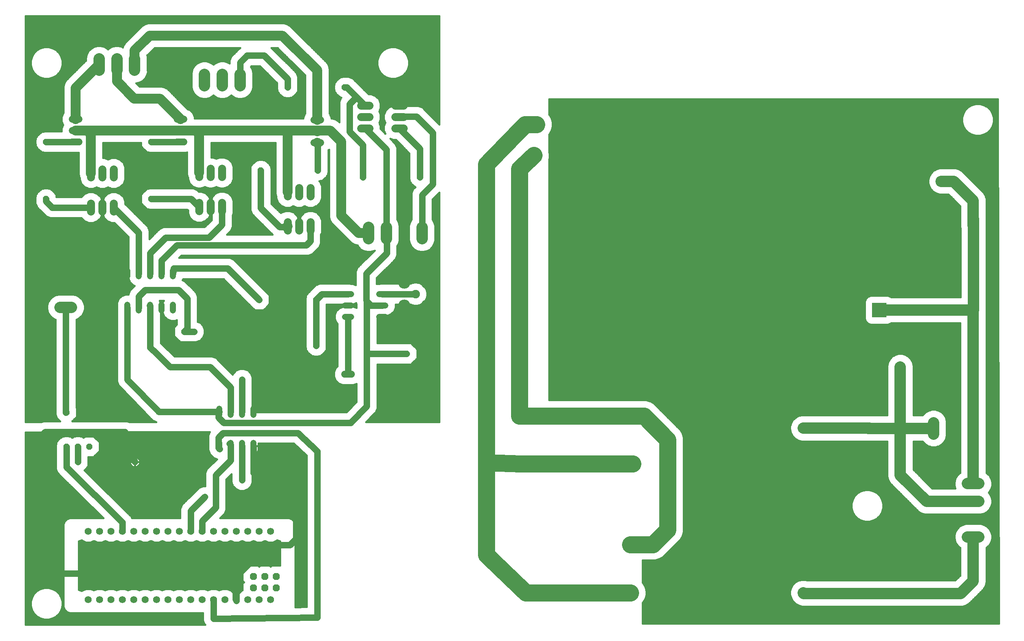
<source format=gbl>
G75*
%MOIN*%
%OFA0B0*%
%FSLAX25Y25*%
%IPPOS*%
%LPD*%
%AMOC8*
5,1,8,0,0,1.08239X$1,22.5*
%
%ADD10C,0.06200*%
%ADD11OC8,0.06200*%
%ADD12C,0.05200*%
%ADD13OC8,0.05600*%
%ADD14C,0.06000*%
%ADD15C,0.07500*%
%ADD16C,0.10500*%
%ADD17OC8,0.05200*%
%ADD18C,0.10039*%
%ADD19C,0.07087*%
%ADD20C,0.10000*%
%ADD21R,0.06496X0.06496*%
%ADD22C,0.06496*%
%ADD23C,0.10000*%
%ADD24OC8,0.10000*%
%ADD25R,0.12661X0.12661*%
%ADD26C,0.12661*%
%ADD27C,0.01600*%
%ADD28C,0.05600*%
%ADD29R,0.03962X0.03962*%
%ADD30C,0.08600*%
%ADD31C,0.15000*%
D10*
X0063800Y0029800D03*
X0073800Y0029800D03*
X0083800Y0029800D03*
X0093800Y0029800D03*
X0103800Y0029800D03*
X0113800Y0029800D03*
X0123800Y0029800D03*
X0133800Y0029800D03*
X0143800Y0029800D03*
X0153800Y0029800D03*
X0163800Y0029800D03*
X0173800Y0029800D03*
X0183800Y0029800D03*
X0193800Y0029800D03*
X0203800Y0029800D03*
X0213800Y0029800D03*
X0223800Y0029800D03*
X0223800Y0089800D03*
X0213800Y0089800D03*
X0203800Y0089800D03*
X0193800Y0089800D03*
X0183800Y0089800D03*
X0173800Y0089800D03*
X0163800Y0089800D03*
X0153800Y0089800D03*
X0143800Y0089800D03*
X0133800Y0089800D03*
X0123800Y0089800D03*
X0113800Y0089800D03*
X0103800Y0089800D03*
X0093800Y0089800D03*
X0083800Y0089800D03*
X0073800Y0089800D03*
X0063800Y0089800D03*
D11*
X0208800Y0050300D03*
X0208800Y0040300D03*
X0218800Y0040300D03*
X0228800Y0040300D03*
X0228800Y0050300D03*
X0218800Y0050300D03*
D12*
X0208800Y0162200D02*
X0208800Y0167400D01*
X0198800Y0167400D02*
X0198800Y0162200D01*
X0188800Y0162200D02*
X0188800Y0167400D01*
X0178800Y0167400D02*
X0178800Y0162200D01*
X0178800Y0192200D02*
X0178800Y0197400D01*
X0188800Y0197400D02*
X0188800Y0192200D01*
X0198800Y0192200D02*
X0198800Y0197400D01*
X0208800Y0197400D02*
X0208800Y0192200D01*
X0289200Y0278300D02*
X0294400Y0278300D01*
X0294400Y0288300D02*
X0289200Y0288300D01*
X0289200Y0298300D02*
X0294400Y0298300D01*
X0319200Y0298300D02*
X0324400Y0298300D01*
X0324400Y0288300D02*
X0319200Y0288300D01*
X0319200Y0278300D02*
X0324400Y0278300D01*
X0138300Y0283700D02*
X0138300Y0288900D01*
X0128300Y0288900D02*
X0128300Y0283700D01*
X0118300Y0283700D02*
X0118300Y0288900D01*
X0108300Y0288900D02*
X0108300Y0283700D01*
X0098300Y0283700D02*
X0098300Y0288900D01*
X0098300Y0313700D02*
X0098300Y0318900D01*
X0108300Y0318900D02*
X0108300Y0313700D01*
X0118300Y0313700D02*
X0118300Y0318900D01*
X0128300Y0318900D02*
X0128300Y0313700D01*
X0138300Y0313700D02*
X0138300Y0318900D01*
D13*
X0343300Y0245800D03*
X0343300Y0215800D03*
D14*
X0294800Y0227800D02*
X0288800Y0227800D01*
X0274800Y0217800D02*
X0268800Y0217800D01*
X0244800Y0227800D02*
X0238800Y0227800D01*
X0261800Y0431300D02*
X0267800Y0431300D01*
X0267800Y0441300D02*
X0261800Y0441300D01*
X0261800Y0451300D02*
X0267800Y0451300D01*
X0147800Y0451800D02*
X0141800Y0451800D01*
X0141800Y0441800D02*
X0147800Y0441800D01*
X0147800Y0431800D02*
X0141800Y0431800D01*
X0055800Y0431800D02*
X0049800Y0431800D01*
X0049800Y0441800D02*
X0055800Y0441800D01*
X0055800Y0451800D02*
X0049800Y0451800D01*
D15*
X0351100Y0298200D03*
D16*
X0341061Y0308239D03*
X0361139Y0308239D03*
X0361139Y0288161D03*
X0341061Y0288161D03*
D17*
X0263800Y0293300D03*
X0263800Y0273800D03*
X0263800Y0252800D03*
X0243800Y0252800D03*
X0213800Y0273800D03*
X0213800Y0293300D03*
X0148300Y0265300D03*
X0098300Y0265300D03*
X0098300Y0250300D03*
X0098300Y0234300D03*
X0078300Y0250300D03*
X0148300Y0234300D03*
X0064800Y0194300D03*
X0044800Y0194300D03*
X0044800Y0164300D03*
X0054800Y0164300D03*
X0064800Y0164300D03*
X0054800Y0150800D03*
X0104800Y0150800D03*
X0413300Y0229300D03*
X0443300Y0229300D03*
X0354800Y0400800D03*
X0304800Y0400800D03*
X0265300Y0406800D03*
X0215300Y0406800D03*
X0119300Y0381800D03*
X0119300Y0431800D03*
X0026800Y0431800D03*
X0026800Y0381800D03*
X0238800Y0479800D03*
X0288800Y0479800D03*
X0819300Y0360300D03*
X0839300Y0360300D03*
X0796300Y0139300D03*
X0776300Y0139300D03*
X0808300Y0055300D03*
X0808300Y0035300D03*
D18*
X0835280Y0084914D02*
X0845320Y0084914D01*
X0845320Y0100505D02*
X0835280Y0100505D01*
X0835280Y0116095D02*
X0845320Y0116095D01*
X0845320Y0131686D02*
X0835280Y0131686D01*
X0821095Y0175280D02*
X0821095Y0185320D01*
X0805505Y0185320D02*
X0805505Y0175280D01*
X0840505Y0313280D02*
X0840505Y0323320D01*
X0856095Y0323320D02*
X0856095Y0313280D01*
X0356686Y0346780D02*
X0356686Y0356820D01*
X0341095Y0356820D02*
X0341095Y0346780D01*
X0325505Y0346780D02*
X0325505Y0356820D01*
X0309914Y0356820D02*
X0309914Y0346780D01*
X0212686Y0481280D02*
X0212686Y0491320D01*
X0197095Y0491320D02*
X0197095Y0481280D01*
X0181505Y0481280D02*
X0181505Y0491320D01*
X0165914Y0491320D02*
X0165914Y0481280D01*
X0120186Y0494780D02*
X0120186Y0504820D01*
X0104595Y0504820D02*
X0104595Y0494780D01*
X0089005Y0494780D02*
X0089005Y0504820D01*
X0073414Y0504820D02*
X0073414Y0494780D01*
X0049320Y0302095D02*
X0039280Y0302095D01*
X0039280Y0286505D02*
X0049320Y0286505D01*
D19*
X0066300Y0370757D02*
X0066300Y0377843D01*
X0076300Y0377843D02*
X0076300Y0370757D01*
X0086300Y0370757D02*
X0086300Y0377843D01*
X0086300Y0400757D02*
X0086300Y0407843D01*
X0076300Y0407843D02*
X0076300Y0400757D01*
X0066300Y0400757D02*
X0066300Y0407843D01*
X0161300Y0408343D02*
X0161300Y0401257D01*
X0171300Y0401257D02*
X0171300Y0408343D01*
X0181300Y0408343D02*
X0181300Y0401257D01*
X0181300Y0378343D02*
X0181300Y0371257D01*
X0171300Y0371257D02*
X0171300Y0378343D01*
X0161300Y0378343D02*
X0161300Y0371257D01*
X0238800Y0361343D02*
X0238800Y0354257D01*
X0248800Y0354257D02*
X0248800Y0361343D01*
X0258800Y0361343D02*
X0258800Y0354257D01*
X0258800Y0384257D02*
X0258800Y0391343D01*
X0248800Y0391343D02*
X0248800Y0384257D01*
X0238800Y0384257D02*
X0238800Y0391343D01*
X0303257Y0443800D02*
X0310343Y0443800D01*
X0310343Y0453800D02*
X0303257Y0453800D01*
X0303257Y0463800D02*
X0310343Y0463800D01*
X0333257Y0463800D02*
X0340343Y0463800D01*
X0340343Y0453800D02*
X0333257Y0453800D01*
X0333257Y0443800D02*
X0340343Y0443800D01*
D20*
X0442457Y0190300D02*
X0452457Y0190300D01*
X0462143Y0190300D02*
X0472143Y0190300D01*
X0448143Y0149300D02*
X0438143Y0149300D01*
X0428457Y0149300D02*
X0418457Y0149300D01*
X0691048Y0180379D02*
X0749300Y0180379D01*
X0748300Y0180300D01*
X0776300Y0180300D01*
X0805505Y0180300D01*
X0776300Y0180300D02*
X0776300Y0139300D01*
X0799505Y0116095D01*
X0840300Y0116095D01*
X0840300Y0131686D02*
X0840300Y0284095D01*
X0840418Y0284213D01*
X0840505Y0286300D01*
X0839300Y0283300D01*
X0840418Y0284213D02*
X0757859Y0284213D01*
X0776300Y0234300D02*
X0776300Y0223300D01*
X0776300Y0180300D01*
X0840300Y0084914D02*
X0840300Y0046300D01*
X0829300Y0035300D01*
X0808300Y0035300D01*
X0750300Y0035300D01*
X0691631Y0035300D01*
X0691048Y0035883D01*
X0840505Y0286300D02*
X0840505Y0318300D01*
X0840505Y0358300D01*
X0840300Y0358505D01*
X0840300Y0380300D01*
X0823300Y0397300D01*
X0812300Y0397300D01*
X0840505Y0364300D02*
X0840505Y0358300D01*
D21*
X0691048Y0148883D03*
X0691048Y0035883D03*
D22*
X0691048Y0067379D03*
X0539473Y0078206D03*
X0539473Y0035883D03*
X0539473Y0148883D03*
X0539473Y0191206D03*
X0691048Y0180379D03*
X0454709Y0420040D03*
X0454709Y0446615D03*
D23*
X0812300Y0397300D03*
X0776300Y0223300D03*
X0750300Y0055300D03*
D24*
X0750300Y0035300D03*
X0756300Y0223300D03*
X0812300Y0417300D03*
D25*
X0757859Y0284213D03*
D26*
X0757859Y0305867D03*
D27*
X0008700Y0176817D02*
X0008700Y0007700D01*
X0166368Y0007700D01*
X0166058Y0008003D01*
X0166038Y0008051D01*
X0166001Y0008089D01*
X0165320Y0009733D01*
X0164621Y0011369D01*
X0164620Y0011421D01*
X0164600Y0011470D01*
X0164600Y0013250D01*
X0164580Y0015029D01*
X0164600Y0015077D01*
X0164600Y0018150D01*
X0047477Y0018150D01*
X0045033Y0019162D01*
X0043162Y0021033D01*
X0042150Y0023477D01*
X0042150Y0096123D01*
X0043162Y0098567D01*
X0045033Y0100438D01*
X0047477Y0101450D01*
X0077034Y0101450D01*
X0039611Y0138491D01*
X0039589Y0138501D01*
X0038311Y0139778D01*
X0037027Y0141049D01*
X0037018Y0141071D01*
X0037001Y0141089D01*
X0036309Y0142758D01*
X0035610Y0144423D01*
X0035609Y0144447D01*
X0035600Y0144470D01*
X0035600Y0146277D01*
X0035591Y0148083D01*
X0035600Y0148105D01*
X0035600Y0166130D01*
X0035800Y0166613D01*
X0035800Y0168028D01*
X0036801Y0169029D01*
X0037001Y0169511D01*
X0039589Y0172099D01*
X0040071Y0172299D01*
X0041072Y0173300D01*
X0042487Y0173300D01*
X0042970Y0173500D01*
X0046630Y0173500D01*
X0047113Y0173300D01*
X0048528Y0173300D01*
X0049529Y0172299D01*
X0049800Y0172187D01*
X0050071Y0172299D01*
X0051072Y0173300D01*
X0052487Y0173300D01*
X0052970Y0173500D01*
X0056630Y0173500D01*
X0057113Y0173300D01*
X0058528Y0173300D01*
X0059529Y0172299D01*
X0059912Y0172140D01*
X0061072Y0173300D01*
X0068528Y0173300D01*
X0073800Y0168028D01*
X0073800Y0160572D01*
X0068528Y0155300D01*
X0064000Y0155300D01*
X0064000Y0148970D01*
X0063800Y0148487D01*
X0063800Y0147072D01*
X0062799Y0146071D01*
X0062599Y0145589D01*
X0060608Y0143598D01*
X0098989Y0105609D01*
X0099011Y0105599D01*
X0100288Y0104322D01*
X0101573Y0103051D01*
X0101582Y0103029D01*
X0101599Y0103011D01*
X0102246Y0101450D01*
X0144600Y0101450D01*
X0144600Y0109630D01*
X0146001Y0113011D01*
X0158892Y0125902D01*
X0158893Y0125906D01*
X0160694Y0127707D01*
X0160698Y0127708D01*
X0161089Y0128099D01*
X0164470Y0129500D01*
X0166600Y0129500D01*
X0166600Y0141130D01*
X0168001Y0144511D01*
X0170589Y0147099D01*
X0170589Y0147099D01*
X0176783Y0153294D01*
X0173702Y0154570D01*
X0171170Y0157102D01*
X0170946Y0157643D01*
X0170501Y0158089D01*
X0169100Y0161470D01*
X0169100Y0174130D01*
X0170391Y0177246D01*
X0008700Y0176817D01*
X0008700Y0175538D02*
X0169683Y0175538D01*
X0169100Y0173939D02*
X0008700Y0173939D01*
X0008700Y0172341D02*
X0040113Y0172341D01*
X0038231Y0170742D02*
X0008700Y0170742D01*
X0008700Y0169144D02*
X0036848Y0169144D01*
X0035800Y0167545D02*
X0008700Y0167545D01*
X0008700Y0165947D02*
X0035600Y0165947D01*
X0035600Y0164348D02*
X0008700Y0164348D01*
X0008700Y0162750D02*
X0035600Y0162750D01*
X0035600Y0161151D02*
X0008700Y0161151D01*
X0008700Y0159553D02*
X0035600Y0159553D01*
X0035600Y0157954D02*
X0008700Y0157954D01*
X0008700Y0156356D02*
X0035600Y0156356D01*
X0035600Y0154757D02*
X0008700Y0154757D01*
X0008700Y0153159D02*
X0035600Y0153159D01*
X0035600Y0151560D02*
X0008700Y0151560D01*
X0008700Y0149962D02*
X0035600Y0149962D01*
X0035600Y0148363D02*
X0008700Y0148363D01*
X0008700Y0146765D02*
X0035597Y0146765D01*
X0035600Y0145166D02*
X0008700Y0145166D01*
X0008700Y0143568D02*
X0035969Y0143568D01*
X0036636Y0141969D02*
X0008700Y0141969D01*
X0008700Y0140370D02*
X0037713Y0140370D01*
X0039317Y0138772D02*
X0008700Y0138772D01*
X0008700Y0137173D02*
X0040943Y0137173D01*
X0042558Y0135575D02*
X0008700Y0135575D01*
X0008700Y0133976D02*
X0044173Y0133976D01*
X0045788Y0132378D02*
X0008700Y0132378D01*
X0008700Y0130779D02*
X0047403Y0130779D01*
X0049018Y0129181D02*
X0008700Y0129181D01*
X0008700Y0127582D02*
X0050633Y0127582D01*
X0052248Y0125984D02*
X0008700Y0125984D01*
X0008700Y0124385D02*
X0053863Y0124385D01*
X0055478Y0122787D02*
X0008700Y0122787D01*
X0008700Y0121188D02*
X0057093Y0121188D01*
X0058708Y0119590D02*
X0008700Y0119590D01*
X0008700Y0117991D02*
X0060323Y0117991D01*
X0061937Y0116393D02*
X0008700Y0116393D01*
X0008700Y0114794D02*
X0063552Y0114794D01*
X0065167Y0113196D02*
X0008700Y0113196D01*
X0008700Y0111597D02*
X0066782Y0111597D01*
X0068397Y0109999D02*
X0008700Y0109999D01*
X0008700Y0108400D02*
X0070012Y0108400D01*
X0071627Y0106802D02*
X0008700Y0106802D01*
X0008700Y0105203D02*
X0073242Y0105203D01*
X0074857Y0103605D02*
X0008700Y0103605D01*
X0008700Y0102006D02*
X0076472Y0102006D01*
X0089708Y0114794D02*
X0147784Y0114794D01*
X0149382Y0116393D02*
X0088093Y0116393D01*
X0086478Y0117991D02*
X0150981Y0117991D01*
X0152579Y0119590D02*
X0084864Y0119590D01*
X0083249Y0121188D02*
X0154178Y0121188D01*
X0155776Y0122787D02*
X0081634Y0122787D01*
X0080019Y0124385D02*
X0157375Y0124385D01*
X0158971Y0125984D02*
X0078404Y0125984D01*
X0076789Y0127582D02*
X0160569Y0127582D01*
X0163700Y0129181D02*
X0075174Y0129181D01*
X0073559Y0130779D02*
X0166600Y0130779D01*
X0166600Y0132378D02*
X0071944Y0132378D01*
X0070329Y0133976D02*
X0166600Y0133976D01*
X0166600Y0135575D02*
X0068714Y0135575D01*
X0067099Y0137173D02*
X0166600Y0137173D01*
X0166600Y0138772D02*
X0065484Y0138772D01*
X0063869Y0140370D02*
X0166600Y0140370D01*
X0166948Y0141969D02*
X0062254Y0141969D01*
X0060639Y0143568D02*
X0167610Y0143568D01*
X0168655Y0145166D02*
X0062177Y0145166D01*
X0063492Y0146765D02*
X0102613Y0146765D01*
X0102977Y0146400D02*
X0104800Y0146400D01*
X0106623Y0146400D01*
X0109200Y0148977D01*
X0109200Y0150800D01*
X0109200Y0152623D01*
X0106623Y0155200D01*
X0104800Y0155200D01*
X0104800Y0150800D01*
X0109200Y0150800D01*
X0104800Y0150800D01*
X0104800Y0150800D01*
X0104800Y0150800D01*
X0104800Y0146400D01*
X0104800Y0150800D01*
X0104800Y0150800D01*
X0104800Y0150800D01*
X0100400Y0150800D01*
X0100400Y0152623D01*
X0102977Y0155200D01*
X0104800Y0155200D01*
X0104800Y0150800D01*
X0100400Y0150800D01*
X0100400Y0148977D01*
X0102977Y0146400D01*
X0104800Y0146765D02*
X0104800Y0146765D01*
X0104800Y0148363D02*
X0104800Y0148363D01*
X0104800Y0149962D02*
X0104800Y0149962D01*
X0104800Y0151560D02*
X0104800Y0151560D01*
X0104800Y0153159D02*
X0104800Y0153159D01*
X0104800Y0154757D02*
X0104800Y0154757D01*
X0107065Y0154757D02*
X0173515Y0154757D01*
X0171916Y0156356D02*
X0069584Y0156356D01*
X0071182Y0157954D02*
X0170635Y0157954D01*
X0169894Y0159553D02*
X0072781Y0159553D01*
X0073800Y0161151D02*
X0169232Y0161151D01*
X0169100Y0162750D02*
X0073800Y0162750D01*
X0073800Y0164348D02*
X0169100Y0164348D01*
X0169100Y0165947D02*
X0073800Y0165947D01*
X0073800Y0167545D02*
X0169100Y0167545D01*
X0169100Y0169144D02*
X0072684Y0169144D01*
X0071086Y0170742D02*
X0169100Y0170742D01*
X0169100Y0172341D02*
X0069487Y0172341D01*
X0060113Y0172341D02*
X0059487Y0172341D01*
X0050113Y0172341D02*
X0049487Y0172341D01*
X0049728Y0186500D02*
X0053800Y0190572D01*
X0053800Y0198028D01*
X0053500Y0198328D01*
X0053500Y0275802D01*
X0053728Y0275863D01*
X0056332Y0277367D01*
X0058458Y0279493D01*
X0059961Y0282097D01*
X0060739Y0285001D01*
X0060739Y0288008D01*
X0059961Y0290913D01*
X0058458Y0293517D01*
X0056332Y0295643D01*
X0053728Y0297146D01*
X0050823Y0297924D01*
X0037777Y0297924D01*
X0034872Y0297146D01*
X0032268Y0295643D01*
X0030142Y0293517D01*
X0028639Y0290913D01*
X0027861Y0288008D01*
X0027861Y0285001D01*
X0028639Y0282097D01*
X0030142Y0279493D01*
X0032268Y0277367D01*
X0034872Y0275863D01*
X0035100Y0275802D01*
X0035100Y0192470D01*
X0035800Y0190780D01*
X0035800Y0190572D01*
X0035947Y0190425D01*
X0036501Y0189089D01*
X0039089Y0186501D01*
X0039090Y0186500D01*
X0024470Y0186500D01*
X0022780Y0185800D01*
X0008700Y0185800D01*
X0008700Y0542400D01*
X0371900Y0542400D01*
X0371900Y0447211D01*
X0359599Y0459511D01*
X0357011Y0462099D01*
X0353630Y0463500D01*
X0342909Y0463500D01*
X0342321Y0463743D01*
X0331279Y0463743D01*
X0327624Y0462230D01*
X0324827Y0459432D01*
X0323313Y0455778D01*
X0323313Y0451822D01*
X0324565Y0448800D01*
X0323313Y0445778D01*
X0323313Y0441822D01*
X0324392Y0439219D01*
X0320287Y0443324D01*
X0320287Y0445778D01*
X0319035Y0448800D01*
X0320287Y0451822D01*
X0320287Y0455778D01*
X0319035Y0458800D01*
X0320287Y0461822D01*
X0320287Y0465778D01*
X0318773Y0469432D01*
X0315976Y0472230D01*
X0312321Y0473743D01*
X0309867Y0473743D01*
X0307099Y0476511D01*
X0304511Y0479099D01*
X0296011Y0487599D01*
X0292630Y0489000D01*
X0286970Y0489000D01*
X0286487Y0488800D01*
X0285072Y0488800D01*
X0284071Y0487799D01*
X0283589Y0487599D01*
X0281001Y0485011D01*
X0280801Y0484529D01*
X0279800Y0483528D01*
X0279800Y0482113D01*
X0279600Y0481630D01*
X0279600Y0477970D01*
X0279800Y0477487D01*
X0279800Y0476072D01*
X0280801Y0475071D01*
X0281001Y0474589D01*
X0283589Y0472001D01*
X0284071Y0471801D01*
X0285072Y0470800D01*
X0285789Y0470800D01*
X0285501Y0470511D01*
X0284100Y0467130D01*
X0284100Y0449132D01*
X0282870Y0450362D01*
X0280430Y0451771D01*
X0277709Y0452500D01*
X0277200Y0452500D01*
X0277200Y0453170D01*
X0275769Y0456625D01*
X0275500Y0456894D01*
X0275500Y0496209D01*
X0274771Y0498930D01*
X0273362Y0501370D01*
X0271370Y0503362D01*
X0240870Y0533862D01*
X0238430Y0535271D01*
X0235709Y0536000D01*
X0116391Y0536000D01*
X0113670Y0535271D01*
X0111230Y0533862D01*
X0109238Y0531870D01*
X0096033Y0518665D01*
X0094624Y0516225D01*
X0094285Y0514958D01*
X0093413Y0515461D01*
X0090508Y0516239D01*
X0087501Y0516239D01*
X0084597Y0515461D01*
X0081993Y0513958D01*
X0081209Y0513174D01*
X0080426Y0513958D01*
X0077822Y0515461D01*
X0074918Y0516239D01*
X0071911Y0516239D01*
X0069006Y0515461D01*
X0066402Y0513958D01*
X0064276Y0511832D01*
X0062773Y0509228D01*
X0061994Y0506323D01*
X0061994Y0503512D01*
X0044238Y0485756D01*
X0042829Y0483316D01*
X0042100Y0480595D01*
X0042100Y0457394D01*
X0041831Y0457125D01*
X0040400Y0453670D01*
X0040400Y0449930D01*
X0041697Y0446800D01*
X0040400Y0443670D01*
X0040400Y0441000D01*
X0024970Y0441000D01*
X0024487Y0440800D01*
X0023072Y0440800D01*
X0022071Y0439799D01*
X0021589Y0439599D01*
X0019001Y0437011D01*
X0018801Y0436529D01*
X0017800Y0435528D01*
X0017800Y0434113D01*
X0017600Y0433630D01*
X0017600Y0429970D01*
X0017800Y0429487D01*
X0017800Y0428072D01*
X0018801Y0427071D01*
X0019001Y0426589D01*
X0021589Y0424001D01*
X0022071Y0423801D01*
X0023072Y0422800D01*
X0024487Y0422800D01*
X0024970Y0422600D01*
X0047447Y0422600D01*
X0047930Y0422400D01*
X0055600Y0422400D01*
X0055600Y0402891D01*
X0056329Y0400170D01*
X0056357Y0400122D01*
X0056357Y0398779D01*
X0057870Y0395124D01*
X0060668Y0392327D01*
X0064322Y0390813D01*
X0068278Y0390813D01*
X0071300Y0392065D01*
X0074322Y0390813D01*
X0078278Y0390813D01*
X0081300Y0392065D01*
X0084322Y0390813D01*
X0088278Y0390813D01*
X0091932Y0392327D01*
X0094730Y0395124D01*
X0096243Y0398779D01*
X0096243Y0409821D01*
X0094730Y0413476D01*
X0091932Y0416273D01*
X0088278Y0417787D01*
X0084322Y0417787D01*
X0081300Y0416535D01*
X0078278Y0417787D01*
X0077000Y0417787D01*
X0077000Y0431100D01*
X0110100Y0431100D01*
X0110100Y0429970D01*
X0110300Y0429487D01*
X0110300Y0428072D01*
X0111301Y0427071D01*
X0111501Y0426589D01*
X0114089Y0424001D01*
X0114571Y0423801D01*
X0115572Y0422800D01*
X0116987Y0422800D01*
X0117470Y0422600D01*
X0139447Y0422600D01*
X0139930Y0422400D01*
X0149670Y0422400D01*
X0150600Y0422785D01*
X0150600Y0403391D01*
X0151329Y0400670D01*
X0151357Y0400622D01*
X0151357Y0399279D01*
X0152870Y0395624D01*
X0155668Y0392827D01*
X0159322Y0391313D01*
X0163278Y0391313D01*
X0166300Y0392565D01*
X0169322Y0391313D01*
X0173278Y0391313D01*
X0176300Y0392565D01*
X0179322Y0391313D01*
X0183278Y0391313D01*
X0186932Y0392827D01*
X0189730Y0395624D01*
X0191243Y0399279D01*
X0191243Y0410321D01*
X0189730Y0413976D01*
X0186932Y0416773D01*
X0183278Y0418287D01*
X0179322Y0418287D01*
X0176300Y0417035D01*
X0173278Y0418287D01*
X0172000Y0418287D01*
X0172000Y0431100D01*
X0228100Y0431100D01*
X0228100Y0386391D01*
X0228829Y0383670D01*
X0228857Y0383622D01*
X0228857Y0382279D01*
X0230370Y0378624D01*
X0233168Y0375827D01*
X0236822Y0374313D01*
X0240778Y0374313D01*
X0243800Y0375565D01*
X0246822Y0374313D01*
X0250778Y0374313D01*
X0253800Y0375565D01*
X0256822Y0374313D01*
X0260778Y0374313D01*
X0264432Y0375827D01*
X0267230Y0378624D01*
X0268743Y0382279D01*
X0268743Y0393321D01*
X0267230Y0396976D01*
X0266605Y0397600D01*
X0267130Y0397600D01*
X0267613Y0397800D01*
X0269028Y0397800D01*
X0270029Y0398801D01*
X0270511Y0399001D01*
X0273099Y0401589D01*
X0273299Y0402071D01*
X0274300Y0403072D01*
X0274300Y0404487D01*
X0274500Y0404970D01*
X0274500Y0424706D01*
X0275100Y0425306D01*
X0275100Y0365891D01*
X0275829Y0363170D01*
X0277238Y0360730D01*
X0279230Y0358738D01*
X0294730Y0343238D01*
X0297170Y0341829D01*
X0299891Y0341100D01*
X0300007Y0341100D01*
X0300776Y0339768D01*
X0302902Y0337642D01*
X0305506Y0336139D01*
X0308411Y0335361D01*
X0311418Y0335361D01*
X0314322Y0336139D01*
X0315046Y0336557D01*
X0300001Y0321511D01*
X0298600Y0318130D01*
X0298600Y0306302D01*
X0296190Y0307300D01*
X0294113Y0307300D01*
X0293630Y0307500D01*
X0266970Y0307500D01*
X0263589Y0306099D01*
X0258589Y0301099D01*
X0256001Y0298511D01*
X0255801Y0298029D01*
X0254800Y0297028D01*
X0254800Y0295613D01*
X0254600Y0295130D01*
X0254600Y0250970D01*
X0254800Y0250487D01*
X0254800Y0249072D01*
X0255801Y0248071D01*
X0256001Y0247589D01*
X0258589Y0245001D01*
X0259071Y0244801D01*
X0260072Y0243800D01*
X0261487Y0243800D01*
X0261970Y0243600D01*
X0265630Y0243600D01*
X0266113Y0243800D01*
X0267528Y0243800D01*
X0268529Y0244801D01*
X0269011Y0245001D01*
X0271599Y0247589D01*
X0271799Y0248071D01*
X0272800Y0249072D01*
X0272800Y0250487D01*
X0273000Y0250970D01*
X0273000Y0289100D01*
X0293630Y0289100D01*
X0294113Y0289300D01*
X0296190Y0289300D01*
X0298750Y0290360D01*
X0298753Y0290322D01*
X0299100Y0289628D01*
X0299100Y0286095D01*
X0296190Y0287300D01*
X0294113Y0287300D01*
X0293630Y0287500D01*
X0289970Y0287500D01*
X0289487Y0287300D01*
X0287410Y0287300D01*
X0284102Y0285930D01*
X0281570Y0283398D01*
X0280200Y0280090D01*
X0280200Y0276510D01*
X0281570Y0273202D01*
X0282600Y0272172D01*
X0282600Y0234894D01*
X0280831Y0233125D01*
X0279400Y0229670D01*
X0279400Y0225930D01*
X0280831Y0222475D01*
X0283475Y0219831D01*
X0286930Y0218400D01*
X0296670Y0218400D01*
X0299100Y0219407D01*
X0299100Y0203517D01*
X0290394Y0194500D01*
X0208000Y0194500D01*
X0208000Y0225130D01*
X0206599Y0228511D01*
X0206208Y0228902D01*
X0206207Y0228906D01*
X0204406Y0230707D01*
X0204402Y0230708D01*
X0204011Y0231099D01*
X0200630Y0232500D01*
X0196970Y0232500D01*
X0193589Y0231099D01*
X0193198Y0230708D01*
X0193194Y0230707D01*
X0191393Y0228906D01*
X0191392Y0228902D01*
X0191001Y0228511D01*
X0190590Y0227521D01*
X0178599Y0239511D01*
X0178599Y0239511D01*
X0176011Y0242099D01*
X0172630Y0243500D01*
X0139520Y0243500D01*
X0127500Y0255119D01*
X0127500Y0289630D01*
X0127300Y0290113D01*
X0127300Y0290690D01*
X0126509Y0292600D01*
X0130091Y0292600D01*
X0129300Y0290690D01*
X0129300Y0281910D01*
X0130670Y0278602D01*
X0133202Y0276070D01*
X0136510Y0274700D01*
X0140090Y0274700D01*
X0141600Y0275325D01*
X0141600Y0271611D01*
X0140501Y0270511D01*
X0140301Y0270029D01*
X0139300Y0269028D01*
X0139300Y0267613D01*
X0139100Y0267130D01*
X0139100Y0263470D01*
X0139300Y0262987D01*
X0139300Y0261572D01*
X0140301Y0260571D01*
X0140501Y0260089D01*
X0143089Y0257501D01*
X0143571Y0257301D01*
X0144572Y0256300D01*
X0145987Y0256300D01*
X0146470Y0256100D01*
X0158630Y0256100D01*
X0162011Y0257501D01*
X0162402Y0257892D01*
X0162406Y0257893D01*
X0164207Y0259694D01*
X0164208Y0259698D01*
X0164599Y0260089D01*
X0166000Y0263470D01*
X0166000Y0267130D01*
X0164599Y0270511D01*
X0164208Y0270902D01*
X0164207Y0270906D01*
X0162406Y0272707D01*
X0162402Y0272708D01*
X0162011Y0273099D01*
X0160000Y0273933D01*
X0160000Y0296130D01*
X0158599Y0299511D01*
X0156011Y0302099D01*
X0148511Y0309599D01*
X0146661Y0310366D01*
X0147172Y0311600D01*
X0182489Y0311600D01*
X0208589Y0285501D01*
X0209071Y0285301D01*
X0210072Y0284300D01*
X0211487Y0284300D01*
X0211970Y0284100D01*
X0215630Y0284100D01*
X0216113Y0284300D01*
X0217528Y0284300D01*
X0218529Y0285301D01*
X0219011Y0285501D01*
X0221599Y0288089D01*
X0221799Y0288571D01*
X0222800Y0289572D01*
X0222800Y0290987D01*
X0223000Y0291470D01*
X0223000Y0295130D01*
X0222800Y0295613D01*
X0222800Y0297028D01*
X0221799Y0298029D01*
X0221599Y0298511D01*
X0191511Y0328599D01*
X0188130Y0330000D01*
X0143511Y0330000D01*
X0145611Y0332100D01*
X0257130Y0332100D01*
X0260511Y0333501D01*
X0264011Y0337001D01*
X0266599Y0339589D01*
X0268000Y0342970D01*
X0268000Y0350484D01*
X0268743Y0352279D01*
X0268743Y0363321D01*
X0267230Y0366976D01*
X0264432Y0369773D01*
X0260778Y0371287D01*
X0256822Y0371287D01*
X0253168Y0369773D01*
X0250370Y0366976D01*
X0248857Y0363321D01*
X0248857Y0361609D01*
X0248771Y0361930D01*
X0248743Y0361978D01*
X0248743Y0363321D01*
X0247230Y0366976D01*
X0244432Y0369773D01*
X0240778Y0371287D01*
X0236822Y0371287D01*
X0233168Y0369773D01*
X0232753Y0369358D01*
X0224500Y0377611D01*
X0224500Y0408630D01*
X0224300Y0409113D01*
X0224300Y0410528D01*
X0223299Y0411529D01*
X0223099Y0412011D01*
X0220511Y0414599D01*
X0220029Y0414799D01*
X0219028Y0415800D01*
X0217613Y0415800D01*
X0217130Y0416000D01*
X0213470Y0416000D01*
X0212987Y0415800D01*
X0211572Y0415800D01*
X0210571Y0414799D01*
X0210089Y0414599D01*
X0207501Y0412011D01*
X0207301Y0411529D01*
X0206300Y0410528D01*
X0206300Y0409113D01*
X0206100Y0408630D01*
X0206100Y0371970D01*
X0207501Y0368589D01*
X0224001Y0352089D01*
X0225589Y0350500D01*
X0185511Y0350500D01*
X0186511Y0351501D01*
X0189099Y0354089D01*
X0190500Y0357470D01*
X0190500Y0367484D01*
X0191243Y0369279D01*
X0191243Y0380321D01*
X0189730Y0383976D01*
X0186932Y0386773D01*
X0183278Y0388287D01*
X0179322Y0388287D01*
X0175668Y0386773D01*
X0172870Y0383976D01*
X0171357Y0380321D01*
X0171357Y0369279D01*
X0172100Y0367484D01*
X0172100Y0363111D01*
X0165989Y0357000D01*
X0129970Y0357000D01*
X0126589Y0355599D01*
X0124001Y0353011D01*
X0117500Y0346511D01*
X0117500Y0354130D01*
X0116099Y0357511D01*
X0096243Y0377367D01*
X0096243Y0379821D01*
X0094730Y0383476D01*
X0091932Y0386273D01*
X0088278Y0387787D01*
X0084322Y0387787D01*
X0080668Y0386273D01*
X0077870Y0383476D01*
X0076357Y0379821D01*
X0076357Y0368779D01*
X0077870Y0365124D01*
X0080668Y0362327D01*
X0084322Y0360813D01*
X0086776Y0360813D01*
X0099100Y0348489D01*
X0099100Y0314470D01*
X0099300Y0313987D01*
X0099300Y0311910D01*
X0100670Y0308602D01*
X0103202Y0306070D01*
X0104515Y0305526D01*
X0100501Y0301511D01*
X0099100Y0298130D01*
X0099100Y0297900D01*
X0096510Y0297900D01*
X0093202Y0296530D01*
X0090670Y0293998D01*
X0089300Y0290690D01*
X0089300Y0288613D01*
X0089100Y0288130D01*
X0089100Y0223382D01*
X0089069Y0221635D01*
X0089100Y0221555D01*
X0089100Y0221470D01*
X0089769Y0219855D01*
X0090409Y0218229D01*
X0090468Y0218167D01*
X0090501Y0218089D01*
X0091736Y0216853D01*
X0117968Y0189667D01*
X0118001Y0189589D01*
X0119237Y0188352D01*
X0120450Y0187095D01*
X0120528Y0187061D01*
X0120589Y0187001D01*
X0122204Y0186332D01*
X0123425Y0185800D01*
X0099820Y0185800D01*
X0098130Y0186500D01*
X0049728Y0186500D01*
X0049955Y0186727D02*
X0121248Y0186727D01*
X0119262Y0188326D02*
X0051554Y0188326D01*
X0053152Y0189924D02*
X0117720Y0189924D01*
X0116178Y0191523D02*
X0053800Y0191523D01*
X0053800Y0193121D02*
X0114635Y0193121D01*
X0113093Y0194720D02*
X0053800Y0194720D01*
X0053800Y0196318D02*
X0111550Y0196318D01*
X0110008Y0197917D02*
X0053800Y0197917D01*
X0053500Y0199515D02*
X0108466Y0199515D01*
X0106923Y0201114D02*
X0053500Y0201114D01*
X0053500Y0202712D02*
X0105381Y0202712D01*
X0103838Y0204311D02*
X0053500Y0204311D01*
X0053500Y0205909D02*
X0102296Y0205909D01*
X0100753Y0207508D02*
X0053500Y0207508D01*
X0053500Y0209106D02*
X0099211Y0209106D01*
X0097669Y0210705D02*
X0053500Y0210705D01*
X0053500Y0212303D02*
X0096126Y0212303D01*
X0094584Y0213902D02*
X0053500Y0213902D01*
X0053500Y0215501D02*
X0093041Y0215501D01*
X0091490Y0217099D02*
X0053500Y0217099D01*
X0053500Y0218698D02*
X0090224Y0218698D01*
X0089586Y0220296D02*
X0053500Y0220296D01*
X0053500Y0221895D02*
X0089073Y0221895D01*
X0089100Y0223493D02*
X0053500Y0223493D01*
X0053500Y0225092D02*
X0089100Y0225092D01*
X0089100Y0226690D02*
X0053500Y0226690D01*
X0053500Y0228289D02*
X0089100Y0228289D01*
X0089100Y0229887D02*
X0053500Y0229887D01*
X0053500Y0231486D02*
X0089100Y0231486D01*
X0089100Y0233084D02*
X0053500Y0233084D01*
X0053500Y0234683D02*
X0089100Y0234683D01*
X0089100Y0236281D02*
X0053500Y0236281D01*
X0053500Y0237880D02*
X0089100Y0237880D01*
X0089100Y0239478D02*
X0053500Y0239478D01*
X0053500Y0241077D02*
X0089100Y0241077D01*
X0089100Y0242675D02*
X0053500Y0242675D01*
X0053500Y0244274D02*
X0089100Y0244274D01*
X0089100Y0245872D02*
X0053500Y0245872D01*
X0053500Y0247471D02*
X0089100Y0247471D01*
X0089100Y0249069D02*
X0053500Y0249069D01*
X0053500Y0250668D02*
X0089100Y0250668D01*
X0089100Y0252266D02*
X0053500Y0252266D01*
X0053500Y0253865D02*
X0089100Y0253865D01*
X0089100Y0255463D02*
X0053500Y0255463D01*
X0053500Y0257062D02*
X0089100Y0257062D01*
X0089100Y0258660D02*
X0053500Y0258660D01*
X0053500Y0260259D02*
X0089100Y0260259D01*
X0089100Y0261857D02*
X0053500Y0261857D01*
X0053500Y0263456D02*
X0089100Y0263456D01*
X0089100Y0265054D02*
X0053500Y0265054D01*
X0053500Y0266653D02*
X0089100Y0266653D01*
X0089100Y0268251D02*
X0053500Y0268251D01*
X0053500Y0269850D02*
X0089100Y0269850D01*
X0089100Y0271448D02*
X0053500Y0271448D01*
X0053500Y0273047D02*
X0089100Y0273047D01*
X0089100Y0274645D02*
X0053500Y0274645D01*
X0054387Y0276244D02*
X0089100Y0276244D01*
X0089100Y0277842D02*
X0056807Y0277842D01*
X0058406Y0279441D02*
X0089100Y0279441D01*
X0089100Y0281039D02*
X0059351Y0281039D01*
X0060106Y0282638D02*
X0089100Y0282638D01*
X0089100Y0284237D02*
X0060534Y0284237D01*
X0060739Y0285835D02*
X0089100Y0285835D01*
X0089100Y0287434D02*
X0060739Y0287434D01*
X0060465Y0289032D02*
X0089300Y0289032D01*
X0089300Y0290631D02*
X0060037Y0290631D01*
X0059201Y0292229D02*
X0089937Y0292229D01*
X0090600Y0293828D02*
X0058147Y0293828D01*
X0056548Y0295426D02*
X0092098Y0295426D01*
X0094396Y0297025D02*
X0053938Y0297025D01*
X0034662Y0297025D02*
X0008700Y0297025D01*
X0008700Y0298623D02*
X0099304Y0298623D01*
X0099966Y0300222D02*
X0008700Y0300222D01*
X0008700Y0301820D02*
X0100809Y0301820D01*
X0102408Y0303419D02*
X0008700Y0303419D01*
X0008700Y0305017D02*
X0104006Y0305017D01*
X0102656Y0306616D02*
X0008700Y0306616D01*
X0008700Y0308214D02*
X0101058Y0308214D01*
X0100169Y0309813D02*
X0008700Y0309813D01*
X0008700Y0311411D02*
X0099507Y0311411D01*
X0099300Y0313010D02*
X0008700Y0313010D01*
X0008700Y0314608D02*
X0099100Y0314608D01*
X0099100Y0316207D02*
X0008700Y0316207D01*
X0008700Y0317805D02*
X0099100Y0317805D01*
X0099100Y0319404D02*
X0008700Y0319404D01*
X0008700Y0321002D02*
X0099100Y0321002D01*
X0099100Y0322601D02*
X0008700Y0322601D01*
X0008700Y0324199D02*
X0099100Y0324199D01*
X0099100Y0325798D02*
X0008700Y0325798D01*
X0008700Y0327396D02*
X0099100Y0327396D01*
X0099100Y0328995D02*
X0008700Y0328995D01*
X0008700Y0330593D02*
X0099100Y0330593D01*
X0099100Y0332192D02*
X0008700Y0332192D01*
X0008700Y0333790D02*
X0099100Y0333790D01*
X0099100Y0335389D02*
X0008700Y0335389D01*
X0008700Y0336987D02*
X0099100Y0336987D01*
X0099100Y0338586D02*
X0008700Y0338586D01*
X0008700Y0340184D02*
X0099100Y0340184D01*
X0099100Y0341783D02*
X0008700Y0341783D01*
X0008700Y0343381D02*
X0099100Y0343381D01*
X0099100Y0344980D02*
X0008700Y0344980D01*
X0008700Y0346578D02*
X0099100Y0346578D01*
X0099100Y0348177D02*
X0008700Y0348177D01*
X0008700Y0349775D02*
X0097814Y0349775D01*
X0096215Y0351374D02*
X0008700Y0351374D01*
X0008700Y0352972D02*
X0094617Y0352972D01*
X0093018Y0354571D02*
X0008700Y0354571D01*
X0008700Y0356170D02*
X0091420Y0356170D01*
X0089821Y0357768D02*
X0008700Y0357768D01*
X0008700Y0359367D02*
X0088223Y0359367D01*
X0083956Y0360965D02*
X0068644Y0360965D01*
X0068278Y0360813D02*
X0071932Y0362327D01*
X0074730Y0365124D01*
X0076243Y0368779D01*
X0076243Y0379821D01*
X0074730Y0383476D01*
X0071932Y0386273D01*
X0068278Y0387787D01*
X0064322Y0387787D01*
X0060668Y0386273D01*
X0057895Y0383500D01*
X0036111Y0383500D01*
X0036000Y0383611D01*
X0036000Y0383630D01*
X0035800Y0384113D01*
X0035800Y0385528D01*
X0034799Y0386529D01*
X0034599Y0387011D01*
X0032011Y0389599D01*
X0031529Y0389799D01*
X0030528Y0390800D01*
X0029113Y0390800D01*
X0028630Y0391000D01*
X0024970Y0391000D01*
X0024487Y0390800D01*
X0023072Y0390800D01*
X0022071Y0389799D01*
X0021589Y0389599D01*
X0019001Y0387011D01*
X0018801Y0386529D01*
X0017800Y0385528D01*
X0017800Y0384113D01*
X0017600Y0383630D01*
X0017600Y0377970D01*
X0019001Y0374589D01*
X0024501Y0369089D01*
X0027089Y0366501D01*
X0030470Y0365100D01*
X0057895Y0365100D01*
X0060668Y0362327D01*
X0064322Y0360813D01*
X0068278Y0360813D01*
X0072169Y0362564D02*
X0080431Y0362564D01*
X0078833Y0364162D02*
X0073767Y0364162D01*
X0074993Y0365761D02*
X0077607Y0365761D01*
X0076945Y0367359D02*
X0075655Y0367359D01*
X0076243Y0368958D02*
X0076357Y0368958D01*
X0076357Y0370556D02*
X0076243Y0370556D01*
X0076243Y0372155D02*
X0076357Y0372155D01*
X0076357Y0373753D02*
X0076243Y0373753D01*
X0076243Y0375352D02*
X0076357Y0375352D01*
X0076357Y0376950D02*
X0076243Y0376950D01*
X0076243Y0378549D02*
X0076357Y0378549D01*
X0076492Y0380147D02*
X0076108Y0380147D01*
X0075446Y0381746D02*
X0077154Y0381746D01*
X0077816Y0383344D02*
X0074784Y0383344D01*
X0073263Y0384943D02*
X0079337Y0384943D01*
X0081316Y0386541D02*
X0071284Y0386541D01*
X0069541Y0391337D02*
X0073059Y0391337D01*
X0079541Y0391337D02*
X0083059Y0391337D01*
X0089541Y0391337D02*
X0159266Y0391337D01*
X0159176Y0389738D02*
X0206100Y0389738D01*
X0206100Y0388140D02*
X0183632Y0388140D01*
X0183334Y0391337D02*
X0206100Y0391337D01*
X0206100Y0392935D02*
X0187041Y0392935D01*
X0188639Y0394534D02*
X0206100Y0394534D01*
X0206100Y0396132D02*
X0189940Y0396132D01*
X0190602Y0397731D02*
X0206100Y0397731D01*
X0206100Y0399329D02*
X0191243Y0399329D01*
X0191243Y0400928D02*
X0206100Y0400928D01*
X0206100Y0402526D02*
X0191243Y0402526D01*
X0191243Y0404125D02*
X0206100Y0404125D01*
X0206100Y0405723D02*
X0191243Y0405723D01*
X0191243Y0407322D02*
X0206100Y0407322D01*
X0206220Y0408920D02*
X0191243Y0408920D01*
X0191161Y0410519D02*
X0206300Y0410519D01*
X0207607Y0412117D02*
X0190499Y0412117D01*
X0189837Y0413716D02*
X0209205Y0413716D01*
X0211087Y0415314D02*
X0188391Y0415314D01*
X0186594Y0416913D02*
X0228100Y0416913D01*
X0228100Y0418511D02*
X0172000Y0418511D01*
X0172000Y0420110D02*
X0228100Y0420110D01*
X0228100Y0421708D02*
X0172000Y0421708D01*
X0172000Y0423307D02*
X0228100Y0423307D01*
X0228100Y0424905D02*
X0172000Y0424905D01*
X0172000Y0426504D02*
X0228100Y0426504D01*
X0228100Y0428103D02*
X0172000Y0428103D01*
X0172000Y0429701D02*
X0228100Y0429701D01*
X0228100Y0415314D02*
X0219513Y0415314D01*
X0221395Y0413716D02*
X0228100Y0413716D01*
X0228100Y0412117D02*
X0222993Y0412117D01*
X0224300Y0410519D02*
X0228100Y0410519D01*
X0228100Y0408920D02*
X0224380Y0408920D01*
X0224500Y0407322D02*
X0228100Y0407322D01*
X0228100Y0405723D02*
X0224500Y0405723D01*
X0224500Y0404125D02*
X0228100Y0404125D01*
X0228100Y0402526D02*
X0224500Y0402526D01*
X0224500Y0400928D02*
X0228100Y0400928D01*
X0228100Y0399329D02*
X0224500Y0399329D01*
X0224500Y0397731D02*
X0228100Y0397731D01*
X0228100Y0396132D02*
X0224500Y0396132D01*
X0224500Y0394534D02*
X0228100Y0394534D01*
X0228100Y0392935D02*
X0224500Y0392935D01*
X0224500Y0391337D02*
X0228100Y0391337D01*
X0228100Y0389738D02*
X0224500Y0389738D01*
X0224500Y0388140D02*
X0228100Y0388140D01*
X0228100Y0386541D02*
X0224500Y0386541D01*
X0224500Y0384943D02*
X0228488Y0384943D01*
X0228857Y0383344D02*
X0224500Y0383344D01*
X0224500Y0381746D02*
X0229078Y0381746D01*
X0229740Y0380147D02*
X0224500Y0380147D01*
X0224500Y0378549D02*
X0230446Y0378549D01*
X0232045Y0376950D02*
X0225161Y0376950D01*
X0226759Y0375352D02*
X0234316Y0375352D01*
X0235059Y0370556D02*
X0231555Y0370556D01*
X0229956Y0372155D02*
X0275100Y0372155D01*
X0275100Y0373753D02*
X0228358Y0373753D01*
X0242541Y0370556D02*
X0255059Y0370556D01*
X0252352Y0368958D02*
X0245248Y0368958D01*
X0246846Y0367359D02*
X0250754Y0367359D01*
X0249867Y0365761D02*
X0247733Y0365761D01*
X0248395Y0364162D02*
X0249205Y0364162D01*
X0248857Y0362564D02*
X0248743Y0362564D01*
X0262541Y0370556D02*
X0275100Y0370556D01*
X0275100Y0368958D02*
X0265248Y0368958D01*
X0266846Y0367359D02*
X0275100Y0367359D01*
X0275135Y0365761D02*
X0267733Y0365761D01*
X0268395Y0364162D02*
X0275563Y0364162D01*
X0276179Y0362564D02*
X0268743Y0362564D01*
X0268743Y0360965D02*
X0277102Y0360965D01*
X0278601Y0359367D02*
X0268743Y0359367D01*
X0268743Y0357768D02*
X0280200Y0357768D01*
X0281798Y0356170D02*
X0268743Y0356170D01*
X0268743Y0354571D02*
X0283397Y0354571D01*
X0284995Y0352972D02*
X0268743Y0352972D01*
X0268368Y0351374D02*
X0286594Y0351374D01*
X0288192Y0349775D02*
X0268000Y0349775D01*
X0268000Y0348177D02*
X0289791Y0348177D01*
X0291389Y0346578D02*
X0268000Y0346578D01*
X0268000Y0344980D02*
X0292988Y0344980D01*
X0294586Y0343381D02*
X0268000Y0343381D01*
X0267508Y0341783D02*
X0297343Y0341783D01*
X0300536Y0340184D02*
X0266846Y0340184D01*
X0265597Y0338586D02*
X0301959Y0338586D01*
X0304037Y0336987D02*
X0263998Y0336987D01*
X0262400Y0335389D02*
X0308305Y0335389D01*
X0311523Y0335389D02*
X0313878Y0335389D01*
X0312280Y0333790D02*
X0260801Y0333790D01*
X0257352Y0332192D02*
X0310681Y0332192D01*
X0309083Y0330593D02*
X0144104Y0330593D01*
X0122363Y0351374D02*
X0117500Y0351374D01*
X0117500Y0352972D02*
X0123962Y0352972D01*
X0125560Y0354571D02*
X0117317Y0354571D01*
X0116655Y0356170D02*
X0127965Y0356170D01*
X0120765Y0349775D02*
X0117500Y0349775D01*
X0117500Y0348177D02*
X0119166Y0348177D01*
X0117568Y0346578D02*
X0117500Y0346578D01*
X0115843Y0357768D02*
X0166757Y0357768D01*
X0168356Y0359367D02*
X0114244Y0359367D01*
X0112646Y0360965D02*
X0169954Y0360965D01*
X0171553Y0362564D02*
X0166296Y0362564D01*
X0166932Y0362827D02*
X0169730Y0365624D01*
X0171243Y0369279D01*
X0171243Y0380321D01*
X0169730Y0383976D01*
X0166932Y0386773D01*
X0163278Y0388287D01*
X0160824Y0388287D01*
X0159511Y0389599D01*
X0156130Y0391000D01*
X0117470Y0391000D01*
X0116987Y0390800D01*
X0115572Y0390800D01*
X0114571Y0389799D01*
X0114089Y0389599D01*
X0111501Y0387011D01*
X0111301Y0386529D01*
X0110300Y0385528D01*
X0110300Y0384113D01*
X0110100Y0383630D01*
X0110100Y0379970D01*
X0110300Y0379487D01*
X0110300Y0378072D01*
X0111301Y0377071D01*
X0111501Y0376589D01*
X0114089Y0374001D01*
X0114571Y0373801D01*
X0115572Y0372800D01*
X0116987Y0372800D01*
X0117470Y0372600D01*
X0150489Y0372600D01*
X0151357Y0371733D01*
X0151357Y0369279D01*
X0152870Y0365624D01*
X0155668Y0362827D01*
X0159322Y0361313D01*
X0163278Y0361313D01*
X0166932Y0362827D01*
X0168267Y0364162D02*
X0172100Y0364162D01*
X0172100Y0365761D02*
X0169786Y0365761D01*
X0170448Y0367359D02*
X0172100Y0367359D01*
X0171490Y0368958D02*
X0171110Y0368958D01*
X0171243Y0370556D02*
X0171357Y0370556D01*
X0171357Y0372155D02*
X0171243Y0372155D01*
X0171243Y0373753D02*
X0171357Y0373753D01*
X0171357Y0375352D02*
X0171243Y0375352D01*
X0171243Y0376950D02*
X0171357Y0376950D01*
X0171357Y0378549D02*
X0171243Y0378549D01*
X0171243Y0380147D02*
X0171357Y0380147D01*
X0171947Y0381746D02*
X0170653Y0381746D01*
X0169991Y0383344D02*
X0172609Y0383344D01*
X0173837Y0384943D02*
X0168763Y0384943D01*
X0167164Y0386541D02*
X0175436Y0386541D01*
X0178968Y0388140D02*
X0163632Y0388140D01*
X0163334Y0391337D02*
X0169266Y0391337D01*
X0173334Y0391337D02*
X0179266Y0391337D01*
X0187164Y0386541D02*
X0206100Y0386541D01*
X0206100Y0384943D02*
X0188763Y0384943D01*
X0189991Y0383344D02*
X0206100Y0383344D01*
X0206100Y0381746D02*
X0190653Y0381746D01*
X0191243Y0380147D02*
X0206100Y0380147D01*
X0206100Y0378549D02*
X0191243Y0378549D01*
X0191243Y0376950D02*
X0206100Y0376950D01*
X0206100Y0375352D02*
X0191243Y0375352D01*
X0191243Y0373753D02*
X0206100Y0373753D01*
X0206100Y0372155D02*
X0191243Y0372155D01*
X0191243Y0370556D02*
X0206686Y0370556D01*
X0207348Y0368958D02*
X0191110Y0368958D01*
X0190500Y0367359D02*
X0208730Y0367359D01*
X0210329Y0365761D02*
X0190500Y0365761D01*
X0190500Y0364162D02*
X0211927Y0364162D01*
X0213526Y0362564D02*
X0190500Y0362564D01*
X0190500Y0360965D02*
X0215124Y0360965D01*
X0216723Y0359367D02*
X0190500Y0359367D01*
X0190500Y0357768D02*
X0218321Y0357768D01*
X0219920Y0356170D02*
X0189961Y0356170D01*
X0189299Y0354571D02*
X0221518Y0354571D01*
X0223117Y0352972D02*
X0187983Y0352972D01*
X0186385Y0351374D02*
X0224715Y0351374D01*
X0194313Y0325798D02*
X0304287Y0325798D01*
X0305886Y0327396D02*
X0192714Y0327396D01*
X0190557Y0328995D02*
X0307484Y0328995D01*
X0302689Y0324199D02*
X0195911Y0324199D01*
X0197510Y0322601D02*
X0301090Y0322601D01*
X0299790Y0321002D02*
X0199108Y0321002D01*
X0200707Y0319404D02*
X0299128Y0319404D01*
X0298600Y0317805D02*
X0202306Y0317805D01*
X0203904Y0316207D02*
X0298600Y0316207D01*
X0298600Y0314608D02*
X0205503Y0314608D01*
X0207101Y0313010D02*
X0298600Y0313010D01*
X0298600Y0311411D02*
X0208700Y0311411D01*
X0210298Y0309813D02*
X0298600Y0309813D01*
X0298600Y0308214D02*
X0211897Y0308214D01*
X0213495Y0306616D02*
X0264835Y0306616D01*
X0262506Y0305017D02*
X0215094Y0305017D01*
X0216692Y0303419D02*
X0260908Y0303419D01*
X0259309Y0301820D02*
X0218291Y0301820D01*
X0219889Y0300222D02*
X0257711Y0300222D01*
X0256112Y0298623D02*
X0221488Y0298623D01*
X0222800Y0297025D02*
X0254800Y0297025D01*
X0254723Y0295426D02*
X0222877Y0295426D01*
X0223000Y0293828D02*
X0254600Y0293828D01*
X0254600Y0292229D02*
X0223000Y0292229D01*
X0222800Y0290631D02*
X0254600Y0290631D01*
X0254600Y0289032D02*
X0222260Y0289032D01*
X0220944Y0287434D02*
X0254600Y0287434D01*
X0254600Y0285835D02*
X0219346Y0285835D01*
X0215960Y0284237D02*
X0254600Y0284237D01*
X0254600Y0282638D02*
X0160000Y0282638D01*
X0160000Y0284237D02*
X0211640Y0284237D01*
X0208254Y0285835D02*
X0160000Y0285835D01*
X0160000Y0287434D02*
X0206656Y0287434D01*
X0205057Y0289032D02*
X0160000Y0289032D01*
X0160000Y0290631D02*
X0203459Y0290631D01*
X0201860Y0292229D02*
X0160000Y0292229D01*
X0160000Y0293828D02*
X0200262Y0293828D01*
X0198663Y0295426D02*
X0160000Y0295426D01*
X0159629Y0297025D02*
X0197065Y0297025D01*
X0195466Y0298623D02*
X0158967Y0298623D01*
X0157889Y0300222D02*
X0193868Y0300222D01*
X0192269Y0301820D02*
X0156291Y0301820D01*
X0154692Y0303419D02*
X0190671Y0303419D01*
X0189072Y0305017D02*
X0153094Y0305017D01*
X0151495Y0306616D02*
X0187474Y0306616D01*
X0185875Y0308214D02*
X0149897Y0308214D01*
X0147996Y0309813D02*
X0184277Y0309813D01*
X0182678Y0311411D02*
X0147093Y0311411D01*
X0129937Y0292229D02*
X0126663Y0292229D01*
X0127300Y0290631D02*
X0129300Y0290631D01*
X0129300Y0289032D02*
X0127500Y0289032D01*
X0127500Y0287434D02*
X0129300Y0287434D01*
X0129300Y0285835D02*
X0127500Y0285835D01*
X0127500Y0284237D02*
X0129300Y0284237D01*
X0129300Y0282638D02*
X0127500Y0282638D01*
X0127500Y0281039D02*
X0129660Y0281039D01*
X0130323Y0279441D02*
X0127500Y0279441D01*
X0127500Y0277842D02*
X0131430Y0277842D01*
X0133028Y0276244D02*
X0127500Y0276244D01*
X0127500Y0274645D02*
X0141600Y0274645D01*
X0141600Y0273047D02*
X0127500Y0273047D01*
X0127500Y0271448D02*
X0141438Y0271448D01*
X0140122Y0269850D02*
X0127500Y0269850D01*
X0127500Y0268251D02*
X0139300Y0268251D01*
X0139100Y0266653D02*
X0127500Y0266653D01*
X0127500Y0265054D02*
X0139100Y0265054D01*
X0139106Y0263456D02*
X0127500Y0263456D01*
X0127500Y0261857D02*
X0139300Y0261857D01*
X0140430Y0260259D02*
X0127500Y0260259D01*
X0127500Y0258660D02*
X0141929Y0258660D01*
X0143810Y0257062D02*
X0127500Y0257062D01*
X0127500Y0255463D02*
X0254600Y0255463D01*
X0254600Y0253865D02*
X0128798Y0253865D01*
X0130451Y0252266D02*
X0254600Y0252266D01*
X0254725Y0250668D02*
X0132105Y0250668D01*
X0133758Y0249069D02*
X0254803Y0249069D01*
X0256118Y0247471D02*
X0135412Y0247471D01*
X0137066Y0245872D02*
X0257717Y0245872D01*
X0259598Y0244274D02*
X0138719Y0244274D01*
X0160952Y0257062D02*
X0254600Y0257062D01*
X0254600Y0258660D02*
X0163173Y0258660D01*
X0164670Y0260259D02*
X0254600Y0260259D01*
X0254600Y0261857D02*
X0165332Y0261857D01*
X0165994Y0263456D02*
X0254600Y0263456D01*
X0254600Y0265054D02*
X0166000Y0265054D01*
X0166000Y0266653D02*
X0254600Y0266653D01*
X0254600Y0268251D02*
X0165535Y0268251D01*
X0164873Y0269850D02*
X0254600Y0269850D01*
X0254600Y0271448D02*
X0163665Y0271448D01*
X0162064Y0273047D02*
X0254600Y0273047D01*
X0254600Y0274645D02*
X0160000Y0274645D01*
X0160000Y0276244D02*
X0254600Y0276244D01*
X0254600Y0277842D02*
X0160000Y0277842D01*
X0160000Y0279441D02*
X0254600Y0279441D01*
X0254600Y0281039D02*
X0160000Y0281039D01*
X0174621Y0242675D02*
X0282600Y0242675D01*
X0282600Y0241077D02*
X0177034Y0241077D01*
X0178633Y0239478D02*
X0282600Y0239478D01*
X0282600Y0237880D02*
X0180231Y0237880D01*
X0181830Y0236281D02*
X0282600Y0236281D01*
X0282389Y0234683D02*
X0183428Y0234683D01*
X0185027Y0233084D02*
X0280814Y0233084D01*
X0280152Y0231486D02*
X0203079Y0231486D01*
X0205226Y0229887D02*
X0279490Y0229887D01*
X0279400Y0228289D02*
X0206692Y0228289D01*
X0207354Y0226690D02*
X0279400Y0226690D01*
X0279747Y0225092D02*
X0208000Y0225092D01*
X0208000Y0223493D02*
X0280409Y0223493D01*
X0281412Y0221895D02*
X0208000Y0221895D01*
X0208000Y0220296D02*
X0283010Y0220296D01*
X0286212Y0218698D02*
X0208000Y0218698D01*
X0208000Y0217099D02*
X0299100Y0217099D01*
X0299100Y0215501D02*
X0208000Y0215501D01*
X0208000Y0213902D02*
X0299100Y0213902D01*
X0299100Y0212303D02*
X0208000Y0212303D01*
X0208000Y0210705D02*
X0299100Y0210705D01*
X0299100Y0209106D02*
X0208000Y0209106D01*
X0208000Y0207508D02*
X0299100Y0207508D01*
X0299100Y0205909D02*
X0208000Y0205909D01*
X0208000Y0204311D02*
X0299100Y0204311D01*
X0298324Y0202712D02*
X0208000Y0202712D01*
X0208000Y0201114D02*
X0296780Y0201114D01*
X0295237Y0199515D02*
X0208000Y0199515D01*
X0208000Y0197917D02*
X0293693Y0197917D01*
X0292150Y0196318D02*
X0208000Y0196318D01*
X0208000Y0194720D02*
X0290607Y0194720D01*
X0307571Y0185800D02*
X0314862Y0193352D01*
X0316099Y0194589D01*
X0316131Y0194666D01*
X0316190Y0194726D01*
X0316831Y0196354D01*
X0317500Y0197970D01*
X0317500Y0198054D01*
X0317531Y0198132D01*
X0317500Y0199881D01*
X0317500Y0236600D01*
X0347111Y0236600D01*
X0348511Y0238001D01*
X0348511Y0238001D01*
X0351099Y0240589D01*
X0352500Y0241989D01*
X0352500Y0249611D01*
X0351099Y0251011D01*
X0351099Y0251011D01*
X0348511Y0253599D01*
X0347111Y0255000D01*
X0317500Y0255000D01*
X0317500Y0279100D01*
X0323630Y0279100D01*
X0324113Y0279300D01*
X0326190Y0279300D01*
X0329498Y0280670D01*
X0332030Y0283202D01*
X0333400Y0286510D01*
X0333400Y0289100D01*
X0346562Y0289100D01*
X0347182Y0288742D01*
X0349764Y0288050D01*
X0352436Y0288050D01*
X0355018Y0288742D01*
X0357332Y0290078D01*
X0359222Y0291968D01*
X0360558Y0294282D01*
X0361250Y0296864D01*
X0361250Y0299536D01*
X0360558Y0302118D01*
X0359222Y0304432D01*
X0357332Y0306322D01*
X0355018Y0307658D01*
X0352436Y0308350D01*
X0349764Y0308350D01*
X0347182Y0307658D01*
X0346908Y0307500D01*
X0319970Y0307500D01*
X0319487Y0307300D01*
X0317410Y0307300D01*
X0317000Y0307130D01*
X0317000Y0312489D01*
X0331011Y0326501D01*
X0333599Y0329089D01*
X0335000Y0332470D01*
X0335000Y0340387D01*
X0336146Y0342372D01*
X0336924Y0345277D01*
X0336924Y0358323D01*
X0336146Y0361228D01*
X0334705Y0363724D01*
X0334705Y0426925D01*
X0333304Y0430307D01*
X0328676Y0434935D01*
X0331279Y0433857D01*
X0333733Y0433857D01*
X0345600Y0421989D01*
X0345600Y0398970D01*
X0345800Y0398487D01*
X0345800Y0397072D01*
X0346801Y0396071D01*
X0347001Y0395589D01*
X0349589Y0393001D01*
X0350071Y0392801D01*
X0350681Y0392191D01*
X0348886Y0390397D01*
X0347486Y0387016D01*
X0347486Y0363724D01*
X0346044Y0361228D01*
X0345266Y0358323D01*
X0345266Y0345277D01*
X0346044Y0342372D01*
X0347548Y0339768D01*
X0349674Y0337642D01*
X0352278Y0336139D01*
X0355182Y0335361D01*
X0358189Y0335361D01*
X0361094Y0336139D01*
X0363698Y0337642D01*
X0365824Y0339768D01*
X0367327Y0342372D01*
X0368105Y0345277D01*
X0368105Y0358323D01*
X0367327Y0361228D01*
X0365886Y0363724D01*
X0365886Y0381375D01*
X0371511Y0387001D01*
X0371900Y0387389D01*
X0371900Y0185800D01*
X0307571Y0185800D01*
X0308466Y0186727D02*
X0371900Y0186727D01*
X0371900Y0188326D02*
X0310010Y0188326D01*
X0311553Y0189924D02*
X0371900Y0189924D01*
X0371900Y0191523D02*
X0313097Y0191523D01*
X0314640Y0193121D02*
X0371900Y0193121D01*
X0371900Y0194720D02*
X0316183Y0194720D01*
X0316817Y0196318D02*
X0371900Y0196318D01*
X0371900Y0197917D02*
X0317478Y0197917D01*
X0317506Y0199515D02*
X0371900Y0199515D01*
X0371900Y0201114D02*
X0317500Y0201114D01*
X0317500Y0202712D02*
X0371900Y0202712D01*
X0371900Y0204311D02*
X0317500Y0204311D01*
X0317500Y0205909D02*
X0371900Y0205909D01*
X0371900Y0207508D02*
X0317500Y0207508D01*
X0317500Y0209106D02*
X0371900Y0209106D01*
X0371900Y0210705D02*
X0317500Y0210705D01*
X0317500Y0212303D02*
X0371900Y0212303D01*
X0371900Y0213902D02*
X0317500Y0213902D01*
X0317500Y0215501D02*
X0371900Y0215501D01*
X0371900Y0217099D02*
X0317500Y0217099D01*
X0317500Y0218698D02*
X0371900Y0218698D01*
X0371900Y0220296D02*
X0317500Y0220296D01*
X0317500Y0221895D02*
X0371900Y0221895D01*
X0371900Y0223493D02*
X0317500Y0223493D01*
X0317500Y0225092D02*
X0371900Y0225092D01*
X0371900Y0226690D02*
X0317500Y0226690D01*
X0317500Y0228289D02*
X0371900Y0228289D01*
X0371900Y0229887D02*
X0317500Y0229887D01*
X0317500Y0231486D02*
X0371900Y0231486D01*
X0371900Y0233084D02*
X0317500Y0233084D01*
X0317500Y0234683D02*
X0371900Y0234683D01*
X0371900Y0236281D02*
X0317500Y0236281D01*
X0299100Y0218698D02*
X0297388Y0218698D01*
X0282600Y0244274D02*
X0268002Y0244274D01*
X0269883Y0245872D02*
X0282600Y0245872D01*
X0282600Y0247471D02*
X0271482Y0247471D01*
X0272797Y0249069D02*
X0282600Y0249069D01*
X0282600Y0250668D02*
X0272875Y0250668D01*
X0273000Y0252266D02*
X0282600Y0252266D01*
X0282600Y0253865D02*
X0273000Y0253865D01*
X0273000Y0255463D02*
X0282600Y0255463D01*
X0282600Y0257062D02*
X0273000Y0257062D01*
X0273000Y0258660D02*
X0282600Y0258660D01*
X0282600Y0260259D02*
X0273000Y0260259D01*
X0273000Y0261857D02*
X0282600Y0261857D01*
X0282600Y0263456D02*
X0273000Y0263456D01*
X0273000Y0265054D02*
X0282600Y0265054D01*
X0282600Y0266653D02*
X0273000Y0266653D01*
X0273000Y0268251D02*
X0282600Y0268251D01*
X0282600Y0269850D02*
X0273000Y0269850D01*
X0273000Y0271448D02*
X0282600Y0271448D01*
X0281725Y0273047D02*
X0273000Y0273047D01*
X0273000Y0274645D02*
X0280972Y0274645D01*
X0280310Y0276244D02*
X0273000Y0276244D01*
X0273000Y0277842D02*
X0280200Y0277842D01*
X0280200Y0279441D02*
X0273000Y0279441D01*
X0273000Y0281039D02*
X0280593Y0281039D01*
X0281255Y0282638D02*
X0273000Y0282638D01*
X0273000Y0284237D02*
X0282409Y0284237D01*
X0284007Y0285835D02*
X0273000Y0285835D01*
X0273000Y0287434D02*
X0289810Y0287434D01*
X0293790Y0287434D02*
X0299100Y0287434D01*
X0299100Y0289032D02*
X0273000Y0289032D01*
X0297842Y0306616D02*
X0298600Y0306616D01*
X0317000Y0308214D02*
X0349257Y0308214D01*
X0352943Y0308214D02*
X0371900Y0308214D01*
X0371900Y0306616D02*
X0356824Y0306616D01*
X0358637Y0305017D02*
X0371900Y0305017D01*
X0371900Y0303419D02*
X0359807Y0303419D01*
X0360638Y0301820D02*
X0371900Y0301820D01*
X0371900Y0300222D02*
X0361066Y0300222D01*
X0361250Y0298623D02*
X0371900Y0298623D01*
X0371900Y0297025D02*
X0361250Y0297025D01*
X0360865Y0295426D02*
X0371900Y0295426D01*
X0371900Y0293828D02*
X0360296Y0293828D01*
X0359373Y0292229D02*
X0371900Y0292229D01*
X0371900Y0290631D02*
X0357885Y0290631D01*
X0355521Y0289032D02*
X0371900Y0289032D01*
X0371900Y0287434D02*
X0333400Y0287434D01*
X0333400Y0289032D02*
X0346679Y0289032D01*
X0333120Y0285835D02*
X0371900Y0285835D01*
X0371900Y0284237D02*
X0332458Y0284237D01*
X0331466Y0282638D02*
X0371900Y0282638D01*
X0371900Y0281039D02*
X0329867Y0281039D01*
X0326531Y0279441D02*
X0371900Y0279441D01*
X0371900Y0277842D02*
X0317500Y0277842D01*
X0317500Y0276244D02*
X0371900Y0276244D01*
X0371900Y0274645D02*
X0317500Y0274645D01*
X0317500Y0273047D02*
X0371900Y0273047D01*
X0371900Y0271448D02*
X0317500Y0271448D01*
X0317500Y0269850D02*
X0371900Y0269850D01*
X0371900Y0268251D02*
X0317500Y0268251D01*
X0317500Y0266653D02*
X0371900Y0266653D01*
X0371900Y0265054D02*
X0317500Y0265054D01*
X0317500Y0263456D02*
X0371900Y0263456D01*
X0371900Y0261857D02*
X0317500Y0261857D01*
X0317500Y0260259D02*
X0371900Y0260259D01*
X0371900Y0258660D02*
X0317500Y0258660D01*
X0317500Y0257062D02*
X0371900Y0257062D01*
X0371900Y0255463D02*
X0317500Y0255463D01*
X0348246Y0253865D02*
X0371900Y0253865D01*
X0371900Y0252266D02*
X0349844Y0252266D01*
X0348511Y0253599D02*
X0348511Y0253599D01*
X0351443Y0250668D02*
X0371900Y0250668D01*
X0371900Y0249069D02*
X0352500Y0249069D01*
X0352500Y0247471D02*
X0371900Y0247471D01*
X0371900Y0245872D02*
X0352500Y0245872D01*
X0352500Y0244274D02*
X0371900Y0244274D01*
X0371900Y0242675D02*
X0352500Y0242675D01*
X0351587Y0241077D02*
X0371900Y0241077D01*
X0371900Y0239478D02*
X0349989Y0239478D01*
X0351099Y0240589D02*
X0351099Y0240589D01*
X0348390Y0237880D02*
X0371900Y0237880D01*
X0468300Y0237880D02*
X0555172Y0237880D01*
X0555166Y0239478D02*
X0468300Y0239478D01*
X0468300Y0241077D02*
X0555161Y0241077D01*
X0555155Y0242675D02*
X0468300Y0242675D01*
X0468300Y0244274D02*
X0555149Y0244274D01*
X0555143Y0245872D02*
X0468300Y0245872D01*
X0468300Y0247471D02*
X0555137Y0247471D01*
X0555131Y0249069D02*
X0468300Y0249069D01*
X0468300Y0250668D02*
X0555125Y0250668D01*
X0555119Y0252266D02*
X0468300Y0252266D01*
X0468300Y0253865D02*
X0555113Y0253865D01*
X0555108Y0255463D02*
X0468300Y0255463D01*
X0468300Y0257062D02*
X0555102Y0257062D01*
X0555096Y0258660D02*
X0468300Y0258660D01*
X0468300Y0260259D02*
X0555090Y0260259D01*
X0555084Y0261857D02*
X0468300Y0261857D01*
X0468300Y0263456D02*
X0555078Y0263456D01*
X0555072Y0265054D02*
X0468300Y0265054D01*
X0468300Y0266653D02*
X0555066Y0266653D01*
X0555060Y0268251D02*
X0468300Y0268251D01*
X0468300Y0269850D02*
X0555054Y0269850D01*
X0555049Y0271448D02*
X0468300Y0271448D01*
X0468300Y0273047D02*
X0555043Y0273047D01*
X0555037Y0274645D02*
X0468300Y0274645D01*
X0468300Y0276244D02*
X0555031Y0276244D01*
X0555025Y0277842D02*
X0468300Y0277842D01*
X0468300Y0279441D02*
X0555019Y0279441D01*
X0555013Y0281039D02*
X0468300Y0281039D01*
X0468300Y0282638D02*
X0555007Y0282638D01*
X0555001Y0284237D02*
X0468300Y0284237D01*
X0468300Y0285835D02*
X0554995Y0285835D01*
X0554990Y0287434D02*
X0468300Y0287434D01*
X0468300Y0289032D02*
X0554984Y0289032D01*
X0554978Y0290631D02*
X0468300Y0290631D01*
X0468300Y0292229D02*
X0554972Y0292229D01*
X0554966Y0293828D02*
X0468300Y0293828D01*
X0468300Y0295426D02*
X0554960Y0295426D01*
X0554954Y0297025D02*
X0468300Y0297025D01*
X0468300Y0298623D02*
X0554948Y0298623D01*
X0554942Y0300222D02*
X0468300Y0300222D01*
X0468300Y0301820D02*
X0554936Y0301820D01*
X0554931Y0303419D02*
X0468300Y0303419D01*
X0468300Y0305017D02*
X0554925Y0305017D01*
X0554919Y0306616D02*
X0468300Y0306616D01*
X0468300Y0308214D02*
X0554913Y0308214D01*
X0554907Y0309813D02*
X0468300Y0309813D01*
X0468300Y0311411D02*
X0554901Y0311411D01*
X0554895Y0313010D02*
X0468300Y0313010D01*
X0468300Y0314608D02*
X0554889Y0314608D01*
X0554883Y0316207D02*
X0468300Y0316207D01*
X0468300Y0317805D02*
X0554877Y0317805D01*
X0554872Y0319404D02*
X0468300Y0319404D01*
X0468300Y0321002D02*
X0554866Y0321002D01*
X0554860Y0322601D02*
X0468300Y0322601D01*
X0468300Y0324199D02*
X0554854Y0324199D01*
X0554848Y0325798D02*
X0468300Y0325798D01*
X0468300Y0327396D02*
X0554842Y0327396D01*
X0554836Y0328995D02*
X0468300Y0328995D01*
X0468300Y0330593D02*
X0554830Y0330593D01*
X0554824Y0332192D02*
X0468300Y0332192D01*
X0468300Y0333790D02*
X0554818Y0333790D01*
X0554813Y0335389D02*
X0468300Y0335389D01*
X0468300Y0336987D02*
X0554807Y0336987D01*
X0554801Y0338586D02*
X0468300Y0338586D01*
X0468300Y0340184D02*
X0554795Y0340184D01*
X0554789Y0341783D02*
X0468300Y0341783D01*
X0468300Y0343381D02*
X0554783Y0343381D01*
X0554777Y0344980D02*
X0468300Y0344980D01*
X0468300Y0346578D02*
X0554771Y0346578D01*
X0554765Y0348177D02*
X0468300Y0348177D01*
X0468300Y0349775D02*
X0554759Y0349775D01*
X0554754Y0351374D02*
X0468300Y0351374D01*
X0468300Y0352972D02*
X0554748Y0352972D01*
X0554742Y0354571D02*
X0468300Y0354571D01*
X0468300Y0356170D02*
X0554736Y0356170D01*
X0554730Y0357768D02*
X0468300Y0357768D01*
X0468300Y0359367D02*
X0554724Y0359367D01*
X0554718Y0360965D02*
X0468300Y0360965D01*
X0468300Y0362564D02*
X0554712Y0362564D01*
X0554706Y0364162D02*
X0468300Y0364162D01*
X0468300Y0365761D02*
X0554701Y0365761D01*
X0554695Y0367359D02*
X0468300Y0367359D01*
X0468300Y0368958D02*
X0554689Y0368958D01*
X0554683Y0370556D02*
X0468300Y0370556D01*
X0468300Y0372155D02*
X0554677Y0372155D01*
X0554671Y0373753D02*
X0468300Y0373753D01*
X0468300Y0375352D02*
X0554665Y0375352D01*
X0554659Y0376950D02*
X0468300Y0376950D01*
X0468300Y0378549D02*
X0554653Y0378549D01*
X0554647Y0380147D02*
X0468300Y0380147D01*
X0468300Y0381746D02*
X0554642Y0381746D01*
X0554636Y0383344D02*
X0468300Y0383344D01*
X0468300Y0384943D02*
X0554630Y0384943D01*
X0554624Y0386541D02*
X0468300Y0386541D01*
X0468300Y0388140D02*
X0554618Y0388140D01*
X0554612Y0389738D02*
X0468300Y0389738D01*
X0468300Y0391337D02*
X0554606Y0391337D01*
X0554600Y0392935D02*
X0468300Y0392935D01*
X0468300Y0394534D02*
X0554594Y0394534D01*
X0554588Y0396132D02*
X0468300Y0396132D01*
X0468300Y0397731D02*
X0554583Y0397731D01*
X0554577Y0399329D02*
X0468300Y0399329D01*
X0468300Y0400928D02*
X0554571Y0400928D01*
X0554565Y0402526D02*
X0468300Y0402526D01*
X0468300Y0404125D02*
X0554559Y0404125D01*
X0554553Y0405723D02*
X0468300Y0405723D01*
X0468300Y0407322D02*
X0554547Y0407322D01*
X0554541Y0408920D02*
X0468300Y0408920D01*
X0468300Y0410519D02*
X0554535Y0410519D01*
X0554529Y0412117D02*
X0468300Y0412117D01*
X0468300Y0413716D02*
X0554524Y0413716D01*
X0554518Y0415314D02*
X0468300Y0415314D01*
X0468300Y0416913D02*
X0554512Y0416913D01*
X0554506Y0418511D02*
X0468573Y0418511D01*
X0468555Y0417834D02*
X0468654Y0421492D01*
X0468300Y0422973D01*
X0468300Y0438642D01*
X0468423Y0438765D01*
X0470253Y0441935D01*
X0471200Y0445470D01*
X0471200Y0449130D01*
X0470253Y0452665D01*
X0468423Y0455835D01*
X0468300Y0455958D01*
X0468300Y0469601D01*
X0554317Y0469601D01*
X0555295Y0204551D01*
X0553224Y0205105D01*
X0541303Y0205105D01*
X0541303Y0205105D01*
X0468300Y0205105D01*
X0468300Y0416977D01*
X0468555Y0417834D01*
X0468616Y0420110D02*
X0554500Y0420110D01*
X0554494Y0421708D02*
X0468602Y0421708D01*
X0468300Y0423307D02*
X0554488Y0423307D01*
X0554482Y0424905D02*
X0468300Y0424905D01*
X0468300Y0426504D02*
X0554476Y0426504D01*
X0554470Y0428103D02*
X0468300Y0428103D01*
X0468300Y0429701D02*
X0554465Y0429701D01*
X0554459Y0431300D02*
X0468300Y0431300D01*
X0468300Y0432898D02*
X0554453Y0432898D01*
X0554447Y0434497D02*
X0468300Y0434497D01*
X0468300Y0436095D02*
X0554441Y0436095D01*
X0554435Y0437694D02*
X0468300Y0437694D01*
X0468727Y0439292D02*
X0554429Y0439292D01*
X0554423Y0440891D02*
X0469650Y0440891D01*
X0470401Y0442489D02*
X0554417Y0442489D01*
X0554411Y0444088D02*
X0470830Y0444088D01*
X0471200Y0445686D02*
X0554406Y0445686D01*
X0554400Y0447285D02*
X0471200Y0447285D01*
X0471200Y0448883D02*
X0554394Y0448883D01*
X0554388Y0450482D02*
X0470838Y0450482D01*
X0470409Y0452080D02*
X0554382Y0452080D01*
X0554376Y0453679D02*
X0469668Y0453679D01*
X0468745Y0455277D02*
X0554370Y0455277D01*
X0554364Y0456876D02*
X0468300Y0456876D01*
X0468300Y0458474D02*
X0554358Y0458474D01*
X0554352Y0460073D02*
X0468300Y0460073D01*
X0468300Y0461671D02*
X0554347Y0461671D01*
X0554341Y0463270D02*
X0468300Y0463270D01*
X0468300Y0464868D02*
X0554335Y0464868D01*
X0554329Y0466467D02*
X0468300Y0466467D01*
X0468300Y0468065D02*
X0554323Y0468065D01*
X0550300Y0468065D02*
X0861838Y0468065D01*
X0861835Y0469601D02*
X0862808Y0008700D01*
X0550300Y0008700D01*
X0550300Y0027052D01*
X0550596Y0027348D01*
X0552426Y0030517D01*
X0553373Y0034053D01*
X0553373Y0037713D01*
X0552426Y0041248D01*
X0550596Y0044417D01*
X0550300Y0044713D01*
X0550300Y0064400D01*
X0561130Y0064400D01*
X0564665Y0065347D01*
X0567835Y0067177D01*
X0570423Y0069765D01*
X0583423Y0082765D01*
X0585253Y0085935D01*
X0586200Y0089470D01*
X0586200Y0172130D01*
X0585253Y0175665D01*
X0583423Y0178835D01*
X0580835Y0181423D01*
X0559929Y0202328D01*
X0556760Y0204158D01*
X0553224Y0205105D01*
X0550300Y0205105D01*
X0550300Y0469601D01*
X0861835Y0469601D01*
X0861841Y0466467D02*
X0550300Y0466467D01*
X0550300Y0464868D02*
X0841329Y0464868D01*
X0842473Y0465175D02*
X0838944Y0464229D01*
X0835781Y0462403D01*
X0833197Y0459819D01*
X0831371Y0456656D01*
X0830425Y0453127D01*
X0830425Y0449473D01*
X0831371Y0445944D01*
X0833197Y0442781D01*
X0835781Y0440197D01*
X0838944Y0438371D01*
X0842473Y0437425D01*
X0846127Y0437425D01*
X0849656Y0438371D01*
X0852819Y0440197D01*
X0855403Y0442781D01*
X0857229Y0445944D01*
X0858175Y0449473D01*
X0858175Y0453127D01*
X0857229Y0456656D01*
X0855403Y0459819D01*
X0852819Y0462403D01*
X0849656Y0464229D01*
X0846127Y0465175D01*
X0842473Y0465175D01*
X0847271Y0464868D02*
X0861845Y0464868D01*
X0861848Y0463270D02*
X0851318Y0463270D01*
X0853551Y0461671D02*
X0861852Y0461671D01*
X0861855Y0460073D02*
X0855149Y0460073D01*
X0856179Y0458474D02*
X0861858Y0458474D01*
X0861862Y0456876D02*
X0857102Y0456876D01*
X0857599Y0455277D02*
X0861865Y0455277D01*
X0861868Y0453679D02*
X0858027Y0453679D01*
X0858175Y0452080D02*
X0861872Y0452080D01*
X0861875Y0450482D02*
X0858175Y0450482D01*
X0858017Y0448883D02*
X0861878Y0448883D01*
X0861882Y0447285D02*
X0857589Y0447285D01*
X0857080Y0445686D02*
X0861885Y0445686D01*
X0861889Y0444088D02*
X0856157Y0444088D01*
X0855111Y0442489D02*
X0861892Y0442489D01*
X0861895Y0440891D02*
X0853513Y0440891D01*
X0851252Y0439292D02*
X0861899Y0439292D01*
X0861902Y0437694D02*
X0847129Y0437694D01*
X0841471Y0437694D02*
X0550300Y0437694D01*
X0550300Y0439292D02*
X0837348Y0439292D01*
X0835087Y0440891D02*
X0550300Y0440891D01*
X0550300Y0442489D02*
X0833489Y0442489D01*
X0832443Y0444088D02*
X0550300Y0444088D01*
X0550300Y0445686D02*
X0831520Y0445686D01*
X0831011Y0447285D02*
X0550300Y0447285D01*
X0550300Y0448883D02*
X0830583Y0448883D01*
X0830425Y0450482D02*
X0550300Y0450482D01*
X0550300Y0452080D02*
X0830425Y0452080D01*
X0830573Y0453679D02*
X0550300Y0453679D01*
X0550300Y0455277D02*
X0831001Y0455277D01*
X0831498Y0456876D02*
X0550300Y0456876D01*
X0550300Y0458474D02*
X0832421Y0458474D01*
X0833451Y0460073D02*
X0550300Y0460073D01*
X0550300Y0461671D02*
X0835049Y0461671D01*
X0837282Y0463270D02*
X0550300Y0463270D01*
X0550300Y0436095D02*
X0861905Y0436095D01*
X0861909Y0434497D02*
X0550300Y0434497D01*
X0550300Y0432898D02*
X0861912Y0432898D01*
X0861916Y0431300D02*
X0550300Y0431300D01*
X0550300Y0429701D02*
X0861919Y0429701D01*
X0861922Y0428103D02*
X0550300Y0428103D01*
X0550300Y0426504D02*
X0861926Y0426504D01*
X0861929Y0424905D02*
X0550300Y0424905D01*
X0550300Y0423307D02*
X0861932Y0423307D01*
X0861936Y0421708D02*
X0550300Y0421708D01*
X0550300Y0420110D02*
X0861939Y0420110D01*
X0861943Y0418511D02*
X0550300Y0418511D01*
X0550300Y0416913D02*
X0861946Y0416913D01*
X0861949Y0415314D02*
X0550300Y0415314D01*
X0550300Y0413716D02*
X0861953Y0413716D01*
X0861956Y0412117D02*
X0550300Y0412117D01*
X0550300Y0410519D02*
X0861959Y0410519D01*
X0861963Y0408920D02*
X0550300Y0408920D01*
X0550300Y0407322D02*
X0806858Y0407322D01*
X0807900Y0407923D02*
X0805300Y0406422D01*
X0803178Y0404300D01*
X0801677Y0401700D01*
X0800900Y0398801D01*
X0800900Y0395799D01*
X0801677Y0392900D01*
X0803178Y0390300D01*
X0805300Y0388178D01*
X0807900Y0386677D01*
X0810799Y0385900D01*
X0818578Y0385900D01*
X0828900Y0375578D01*
X0828900Y0357004D01*
X0829105Y0356240D01*
X0829105Y0324897D01*
X0829085Y0324823D01*
X0829085Y0311777D01*
X0829105Y0311703D01*
X0829105Y0295613D01*
X0768171Y0295613D01*
X0767815Y0295970D01*
X0765463Y0296944D01*
X0750255Y0296944D01*
X0747903Y0295970D01*
X0746103Y0294169D01*
X0745128Y0291817D01*
X0745128Y0276610D01*
X0746103Y0274257D01*
X0747903Y0272457D01*
X0750255Y0271483D01*
X0765463Y0271483D01*
X0767815Y0272457D01*
X0768171Y0272813D01*
X0828900Y0272813D01*
X0828900Y0141188D01*
X0828268Y0140824D01*
X0826142Y0138698D01*
X0824639Y0136094D01*
X0823861Y0133189D01*
X0823861Y0130182D01*
X0824581Y0127495D01*
X0804227Y0127495D01*
X0787700Y0144022D01*
X0787700Y0168900D01*
X0796002Y0168900D01*
X0796367Y0168268D01*
X0798493Y0166142D01*
X0801097Y0164639D01*
X0804001Y0163861D01*
X0807008Y0163861D01*
X0809913Y0164639D01*
X0812517Y0166142D01*
X0814643Y0168268D01*
X0816146Y0170872D01*
X0816924Y0173777D01*
X0816924Y0186823D01*
X0816146Y0189728D01*
X0814643Y0192332D01*
X0812517Y0194458D01*
X0809913Y0195961D01*
X0807008Y0196739D01*
X0804001Y0196739D01*
X0801097Y0195961D01*
X0798493Y0194458D01*
X0796367Y0192332D01*
X0796002Y0191700D01*
X0787700Y0191700D01*
X0787700Y0235801D01*
X0786923Y0238700D01*
X0785422Y0241300D01*
X0783300Y0243422D01*
X0780700Y0244923D01*
X0777801Y0245700D01*
X0774799Y0245700D01*
X0771900Y0244923D01*
X0769300Y0243422D01*
X0767178Y0241300D01*
X0765677Y0238700D01*
X0764900Y0235801D01*
X0764900Y0191700D01*
X0751095Y0191700D01*
X0750801Y0191779D01*
X0750347Y0191779D01*
X0749901Y0191861D01*
X0748852Y0191779D01*
X0689547Y0191779D01*
X0686648Y0191002D01*
X0684048Y0189501D01*
X0681926Y0187378D01*
X0680425Y0184779D01*
X0679648Y0181880D01*
X0679648Y0178878D01*
X0680425Y0175978D01*
X0681926Y0173379D01*
X0684048Y0171256D01*
X0686648Y0169756D01*
X0689547Y0168979D01*
X0746505Y0168979D01*
X0746799Y0168900D01*
X0747253Y0168900D01*
X0747699Y0168817D01*
X0748748Y0168900D01*
X0764900Y0168900D01*
X0764900Y0137799D01*
X0765677Y0134900D01*
X0767178Y0132300D01*
X0792505Y0106973D01*
X0795104Y0105472D01*
X0798004Y0104695D01*
X0833703Y0104695D01*
X0833777Y0104676D01*
X0846823Y0104676D01*
X0849728Y0105454D01*
X0852332Y0106957D01*
X0854458Y0109083D01*
X0855961Y0111687D01*
X0856739Y0114592D01*
X0856739Y0117599D01*
X0855961Y0120503D01*
X0854458Y0123107D01*
X0853674Y0123891D01*
X0854458Y0124674D01*
X0855961Y0127278D01*
X0856739Y0130182D01*
X0856739Y0133189D01*
X0855961Y0136094D01*
X0854458Y0138698D01*
X0852332Y0140824D01*
X0851700Y0141188D01*
X0851700Y0282094D01*
X0851746Y0282241D01*
X0851756Y0282481D01*
X0851818Y0282713D01*
X0851818Y0283977D01*
X0851843Y0284567D01*
X0851905Y0284799D01*
X0851905Y0285615D01*
X0852002Y0286425D01*
X0851938Y0286874D01*
X0851957Y0287327D01*
X0851905Y0287561D01*
X0851905Y0311703D01*
X0851924Y0311777D01*
X0851924Y0324823D01*
X0851905Y0324897D01*
X0851905Y0365801D01*
X0851700Y0366565D01*
X0851700Y0381801D01*
X0850923Y0384700D01*
X0849422Y0387300D01*
X0847300Y0389422D01*
X0830300Y0406422D01*
X0827700Y0407923D01*
X0824801Y0408700D01*
X0810799Y0408700D01*
X0807900Y0407923D01*
X0804601Y0405723D02*
X0550300Y0405723D01*
X0550300Y0404125D02*
X0803077Y0404125D01*
X0802154Y0402526D02*
X0550300Y0402526D01*
X0550300Y0400928D02*
X0801470Y0400928D01*
X0801042Y0399329D02*
X0550300Y0399329D01*
X0550300Y0397731D02*
X0800900Y0397731D01*
X0800900Y0396132D02*
X0550300Y0396132D01*
X0550300Y0394534D02*
X0801239Y0394534D01*
X0801667Y0392935D02*
X0550300Y0392935D01*
X0550300Y0391337D02*
X0802579Y0391337D01*
X0803740Y0389738D02*
X0550300Y0389738D01*
X0550300Y0388140D02*
X0805366Y0388140D01*
X0808406Y0386541D02*
X0550300Y0386541D01*
X0550300Y0384943D02*
X0819535Y0384943D01*
X0821134Y0383344D02*
X0550300Y0383344D01*
X0550300Y0381746D02*
X0822732Y0381746D01*
X0824331Y0380147D02*
X0550300Y0380147D01*
X0550300Y0378549D02*
X0825929Y0378549D01*
X0827528Y0376950D02*
X0550300Y0376950D01*
X0550300Y0375352D02*
X0828900Y0375352D01*
X0828900Y0373753D02*
X0550300Y0373753D01*
X0550300Y0372155D02*
X0828900Y0372155D01*
X0828900Y0370556D02*
X0550300Y0370556D01*
X0550300Y0368958D02*
X0828900Y0368958D01*
X0828900Y0367359D02*
X0550300Y0367359D01*
X0550300Y0365761D02*
X0828900Y0365761D01*
X0828900Y0364162D02*
X0550300Y0364162D01*
X0550300Y0362564D02*
X0828900Y0362564D01*
X0828900Y0360965D02*
X0550300Y0360965D01*
X0550300Y0359367D02*
X0828900Y0359367D01*
X0828900Y0357768D02*
X0550300Y0357768D01*
X0550300Y0356170D02*
X0829105Y0356170D01*
X0829105Y0354571D02*
X0550300Y0354571D01*
X0550300Y0352972D02*
X0829105Y0352972D01*
X0829105Y0351374D02*
X0550300Y0351374D01*
X0550300Y0349775D02*
X0829105Y0349775D01*
X0829105Y0348177D02*
X0550300Y0348177D01*
X0550300Y0346578D02*
X0829105Y0346578D01*
X0829105Y0344980D02*
X0550300Y0344980D01*
X0550300Y0343381D02*
X0829105Y0343381D01*
X0829105Y0341783D02*
X0550300Y0341783D01*
X0550300Y0340184D02*
X0829105Y0340184D01*
X0829105Y0338586D02*
X0550300Y0338586D01*
X0550300Y0336987D02*
X0829105Y0336987D01*
X0829105Y0335389D02*
X0550300Y0335389D01*
X0550300Y0333790D02*
X0829105Y0333790D01*
X0829105Y0332192D02*
X0550300Y0332192D01*
X0550300Y0330593D02*
X0829105Y0330593D01*
X0829105Y0328995D02*
X0550300Y0328995D01*
X0550300Y0327396D02*
X0829105Y0327396D01*
X0829105Y0325798D02*
X0550300Y0325798D01*
X0550300Y0324199D02*
X0829085Y0324199D01*
X0829085Y0322601D02*
X0550300Y0322601D01*
X0550300Y0321002D02*
X0829085Y0321002D01*
X0829085Y0319404D02*
X0550300Y0319404D01*
X0550300Y0317805D02*
X0829085Y0317805D01*
X0829085Y0316207D02*
X0550300Y0316207D01*
X0550300Y0314608D02*
X0829085Y0314608D01*
X0829085Y0313010D02*
X0550300Y0313010D01*
X0550300Y0311411D02*
X0829105Y0311411D01*
X0829105Y0309813D02*
X0550300Y0309813D01*
X0550300Y0308214D02*
X0829105Y0308214D01*
X0829105Y0306616D02*
X0550300Y0306616D01*
X0550300Y0305017D02*
X0829105Y0305017D01*
X0829105Y0303419D02*
X0550300Y0303419D01*
X0550300Y0301820D02*
X0829105Y0301820D01*
X0829105Y0300222D02*
X0550300Y0300222D01*
X0550300Y0298623D02*
X0829105Y0298623D01*
X0829105Y0297025D02*
X0550300Y0297025D01*
X0550300Y0295426D02*
X0747359Y0295426D01*
X0745961Y0293828D02*
X0550300Y0293828D01*
X0550300Y0292229D02*
X0745299Y0292229D01*
X0745128Y0290631D02*
X0550300Y0290631D01*
X0550300Y0289032D02*
X0745128Y0289032D01*
X0745128Y0287434D02*
X0550300Y0287434D01*
X0550300Y0285835D02*
X0745128Y0285835D01*
X0745128Y0284237D02*
X0550300Y0284237D01*
X0550300Y0282638D02*
X0745128Y0282638D01*
X0745128Y0281039D02*
X0550300Y0281039D01*
X0550300Y0279441D02*
X0745128Y0279441D01*
X0745128Y0277842D02*
X0550300Y0277842D01*
X0550300Y0276244D02*
X0745280Y0276244D01*
X0745942Y0274645D02*
X0550300Y0274645D01*
X0550300Y0273047D02*
X0747313Y0273047D01*
X0768553Y0242675D02*
X0550300Y0242675D01*
X0550300Y0241077D02*
X0767049Y0241077D01*
X0766126Y0239478D02*
X0550300Y0239478D01*
X0550300Y0237880D02*
X0765457Y0237880D01*
X0765029Y0236281D02*
X0550300Y0236281D01*
X0550300Y0234683D02*
X0764900Y0234683D01*
X0764900Y0233084D02*
X0550300Y0233084D01*
X0550300Y0231486D02*
X0764900Y0231486D01*
X0764900Y0229887D02*
X0550300Y0229887D01*
X0550300Y0228289D02*
X0764900Y0228289D01*
X0764900Y0226690D02*
X0550300Y0226690D01*
X0550300Y0225092D02*
X0764900Y0225092D01*
X0764900Y0223493D02*
X0550300Y0223493D01*
X0550300Y0221895D02*
X0764900Y0221895D01*
X0764900Y0220296D02*
X0550300Y0220296D01*
X0550300Y0218698D02*
X0764900Y0218698D01*
X0764900Y0217099D02*
X0550300Y0217099D01*
X0550300Y0215501D02*
X0764900Y0215501D01*
X0764900Y0213902D02*
X0550300Y0213902D01*
X0550300Y0212303D02*
X0764900Y0212303D01*
X0764900Y0210705D02*
X0550300Y0210705D01*
X0550300Y0209106D02*
X0764900Y0209106D01*
X0764900Y0207508D02*
X0550300Y0207508D01*
X0550300Y0205909D02*
X0764900Y0205909D01*
X0764900Y0204311D02*
X0556190Y0204311D01*
X0555290Y0205909D02*
X0468300Y0205909D01*
X0468300Y0207508D02*
X0555284Y0207508D01*
X0555279Y0209106D02*
X0468300Y0209106D01*
X0468300Y0210705D02*
X0555273Y0210705D01*
X0555267Y0212303D02*
X0468300Y0212303D01*
X0468300Y0213902D02*
X0555261Y0213902D01*
X0555255Y0215501D02*
X0468300Y0215501D01*
X0468300Y0217099D02*
X0555249Y0217099D01*
X0555243Y0218698D02*
X0468300Y0218698D01*
X0468300Y0220296D02*
X0555237Y0220296D01*
X0555231Y0221895D02*
X0468300Y0221895D01*
X0468300Y0223493D02*
X0555225Y0223493D01*
X0555220Y0225092D02*
X0468300Y0225092D01*
X0468300Y0226690D02*
X0555214Y0226690D01*
X0555208Y0228289D02*
X0468300Y0228289D01*
X0468300Y0229887D02*
X0555202Y0229887D01*
X0555196Y0231486D02*
X0468300Y0231486D01*
X0468300Y0233084D02*
X0555190Y0233084D01*
X0555184Y0234683D02*
X0468300Y0234683D01*
X0468300Y0236281D02*
X0555178Y0236281D01*
X0550300Y0244274D02*
X0770775Y0244274D01*
X0781825Y0244274D02*
X0828900Y0244274D01*
X0828900Y0245872D02*
X0550300Y0245872D01*
X0550300Y0247471D02*
X0828900Y0247471D01*
X0828900Y0249069D02*
X0550300Y0249069D01*
X0550300Y0250668D02*
X0828900Y0250668D01*
X0828900Y0252266D02*
X0550300Y0252266D01*
X0550300Y0253865D02*
X0828900Y0253865D01*
X0828900Y0255463D02*
X0550300Y0255463D01*
X0550300Y0257062D02*
X0828900Y0257062D01*
X0828900Y0258660D02*
X0550300Y0258660D01*
X0550300Y0260259D02*
X0828900Y0260259D01*
X0828900Y0261857D02*
X0550300Y0261857D01*
X0550300Y0263456D02*
X0828900Y0263456D01*
X0828900Y0265054D02*
X0550300Y0265054D01*
X0550300Y0266653D02*
X0828900Y0266653D01*
X0828900Y0268251D02*
X0550300Y0268251D01*
X0550300Y0269850D02*
X0828900Y0269850D01*
X0828900Y0271448D02*
X0550300Y0271448D01*
X0559264Y0202712D02*
X0764900Y0202712D01*
X0764900Y0201114D02*
X0561144Y0201114D01*
X0562742Y0199515D02*
X0764900Y0199515D01*
X0764900Y0197917D02*
X0564341Y0197917D01*
X0565939Y0196318D02*
X0764900Y0196318D01*
X0764900Y0194720D02*
X0567538Y0194720D01*
X0569136Y0193121D02*
X0764900Y0193121D01*
X0787700Y0193121D02*
X0797157Y0193121D01*
X0798947Y0194720D02*
X0787700Y0194720D01*
X0787700Y0196318D02*
X0802430Y0196318D01*
X0808579Y0196318D02*
X0828900Y0196318D01*
X0828900Y0194720D02*
X0812062Y0194720D01*
X0813853Y0193121D02*
X0828900Y0193121D01*
X0828900Y0191523D02*
X0815110Y0191523D01*
X0816033Y0189924D02*
X0828900Y0189924D01*
X0828900Y0188326D02*
X0816522Y0188326D01*
X0816924Y0186727D02*
X0828900Y0186727D01*
X0828900Y0185129D02*
X0816924Y0185129D01*
X0816924Y0183530D02*
X0828900Y0183530D01*
X0828900Y0181932D02*
X0816924Y0181932D01*
X0816924Y0180333D02*
X0828900Y0180333D01*
X0828900Y0178735D02*
X0816924Y0178735D01*
X0816924Y0177136D02*
X0828900Y0177136D01*
X0828900Y0175538D02*
X0816924Y0175538D01*
X0816924Y0173939D02*
X0828900Y0173939D01*
X0828900Y0172341D02*
X0816540Y0172341D01*
X0816071Y0170742D02*
X0828900Y0170742D01*
X0828900Y0169144D02*
X0815148Y0169144D01*
X0813919Y0167545D02*
X0828900Y0167545D01*
X0828900Y0165947D02*
X0812178Y0165947D01*
X0808828Y0164348D02*
X0828900Y0164348D01*
X0828900Y0162750D02*
X0787700Y0162750D01*
X0787700Y0164348D02*
X0802182Y0164348D01*
X0798832Y0165947D02*
X0787700Y0165947D01*
X0787700Y0167545D02*
X0797090Y0167545D01*
X0787700Y0161151D02*
X0828900Y0161151D01*
X0828900Y0159553D02*
X0787700Y0159553D01*
X0787700Y0157954D02*
X0828900Y0157954D01*
X0828900Y0156356D02*
X0787700Y0156356D01*
X0787700Y0154757D02*
X0828900Y0154757D01*
X0828900Y0153159D02*
X0787700Y0153159D01*
X0787700Y0151560D02*
X0828900Y0151560D01*
X0828900Y0149962D02*
X0787700Y0149962D01*
X0787700Y0148363D02*
X0828900Y0148363D01*
X0828900Y0146765D02*
X0787700Y0146765D01*
X0787700Y0145166D02*
X0828900Y0145166D01*
X0828900Y0143568D02*
X0788155Y0143568D01*
X0789753Y0141969D02*
X0828900Y0141969D01*
X0827815Y0140370D02*
X0791352Y0140370D01*
X0792950Y0138772D02*
X0826217Y0138772D01*
X0825262Y0137173D02*
X0794549Y0137173D01*
X0796147Y0135575D02*
X0824500Y0135575D01*
X0824072Y0133976D02*
X0797746Y0133976D01*
X0799344Y0132378D02*
X0823861Y0132378D01*
X0823861Y0130779D02*
X0800943Y0130779D01*
X0802541Y0129181D02*
X0824129Y0129181D01*
X0824557Y0127582D02*
X0804140Y0127582D01*
X0787881Y0111597D02*
X0761175Y0111597D01*
X0761175Y0110473D02*
X0760229Y0106944D01*
X0758403Y0103781D01*
X0755819Y0101197D01*
X0752656Y0099371D01*
X0749127Y0098425D01*
X0745473Y0098425D01*
X0741944Y0099371D01*
X0738781Y0101197D01*
X0736197Y0103781D01*
X0734371Y0106944D01*
X0733425Y0110473D01*
X0733425Y0114127D01*
X0734371Y0117656D01*
X0736197Y0120819D01*
X0738781Y0123403D01*
X0741944Y0125229D01*
X0745473Y0126175D01*
X0749127Y0126175D01*
X0752656Y0125229D01*
X0755819Y0123403D01*
X0758403Y0120819D01*
X0760229Y0117656D01*
X0761175Y0114127D01*
X0761175Y0110473D01*
X0761048Y0109999D02*
X0789479Y0109999D01*
X0791078Y0108400D02*
X0760620Y0108400D01*
X0760147Y0106802D02*
X0792802Y0106802D01*
X0796108Y0105203D02*
X0759224Y0105203D01*
X0758227Y0103605D02*
X0862607Y0103605D01*
X0862604Y0105203D02*
X0848792Y0105203D01*
X0852062Y0106802D02*
X0862601Y0106802D01*
X0862597Y0108400D02*
X0853775Y0108400D01*
X0854986Y0109999D02*
X0862594Y0109999D01*
X0862591Y0111597D02*
X0855909Y0111597D01*
X0856365Y0113196D02*
X0862587Y0113196D01*
X0862584Y0114794D02*
X0856739Y0114794D01*
X0856739Y0116393D02*
X0862580Y0116393D01*
X0862577Y0117991D02*
X0856634Y0117991D01*
X0856206Y0119590D02*
X0862574Y0119590D01*
X0862570Y0121188D02*
X0855566Y0121188D01*
X0854643Y0122787D02*
X0862567Y0122787D01*
X0862564Y0124385D02*
X0854169Y0124385D01*
X0855214Y0125984D02*
X0862560Y0125984D01*
X0862557Y0127582D02*
X0856043Y0127582D01*
X0856471Y0129181D02*
X0862553Y0129181D01*
X0862550Y0130779D02*
X0856739Y0130779D01*
X0856739Y0132378D02*
X0862547Y0132378D01*
X0862543Y0133976D02*
X0856528Y0133976D01*
X0856100Y0135575D02*
X0862540Y0135575D01*
X0862537Y0137173D02*
X0855338Y0137173D01*
X0854383Y0138772D02*
X0862533Y0138772D01*
X0862530Y0140370D02*
X0852785Y0140370D01*
X0851700Y0141969D02*
X0862526Y0141969D01*
X0862523Y0143568D02*
X0851700Y0143568D01*
X0851700Y0145166D02*
X0862520Y0145166D01*
X0862516Y0146765D02*
X0851700Y0146765D01*
X0851700Y0148363D02*
X0862513Y0148363D01*
X0862510Y0149962D02*
X0851700Y0149962D01*
X0851700Y0151560D02*
X0862506Y0151560D01*
X0862503Y0153159D02*
X0851700Y0153159D01*
X0851700Y0154757D02*
X0862499Y0154757D01*
X0862496Y0156356D02*
X0851700Y0156356D01*
X0851700Y0157954D02*
X0862493Y0157954D01*
X0862489Y0159553D02*
X0851700Y0159553D01*
X0851700Y0161151D02*
X0862486Y0161151D01*
X0862483Y0162750D02*
X0851700Y0162750D01*
X0851700Y0164348D02*
X0862479Y0164348D01*
X0862476Y0165947D02*
X0851700Y0165947D01*
X0851700Y0167545D02*
X0862472Y0167545D01*
X0862469Y0169144D02*
X0851700Y0169144D01*
X0851700Y0170742D02*
X0862466Y0170742D01*
X0862462Y0172341D02*
X0851700Y0172341D01*
X0851700Y0173939D02*
X0862459Y0173939D01*
X0862456Y0175538D02*
X0851700Y0175538D01*
X0851700Y0177136D02*
X0862452Y0177136D01*
X0862449Y0178735D02*
X0851700Y0178735D01*
X0851700Y0180333D02*
X0862445Y0180333D01*
X0862442Y0181932D02*
X0851700Y0181932D01*
X0851700Y0183530D02*
X0862439Y0183530D01*
X0862435Y0185129D02*
X0851700Y0185129D01*
X0851700Y0186727D02*
X0862432Y0186727D01*
X0862429Y0188326D02*
X0851700Y0188326D01*
X0851700Y0189924D02*
X0862425Y0189924D01*
X0862422Y0191523D02*
X0851700Y0191523D01*
X0851700Y0193121D02*
X0862418Y0193121D01*
X0862415Y0194720D02*
X0851700Y0194720D01*
X0851700Y0196318D02*
X0862412Y0196318D01*
X0862408Y0197917D02*
X0851700Y0197917D01*
X0851700Y0199515D02*
X0862405Y0199515D01*
X0862402Y0201114D02*
X0851700Y0201114D01*
X0851700Y0202712D02*
X0862398Y0202712D01*
X0862395Y0204311D02*
X0851700Y0204311D01*
X0851700Y0205909D02*
X0862391Y0205909D01*
X0862388Y0207508D02*
X0851700Y0207508D01*
X0851700Y0209106D02*
X0862385Y0209106D01*
X0862381Y0210705D02*
X0851700Y0210705D01*
X0851700Y0212303D02*
X0862378Y0212303D01*
X0862375Y0213902D02*
X0851700Y0213902D01*
X0851700Y0215501D02*
X0862371Y0215501D01*
X0862368Y0217099D02*
X0851700Y0217099D01*
X0851700Y0218698D02*
X0862364Y0218698D01*
X0862361Y0220296D02*
X0851700Y0220296D01*
X0851700Y0221895D02*
X0862358Y0221895D01*
X0862354Y0223493D02*
X0851700Y0223493D01*
X0851700Y0225092D02*
X0862351Y0225092D01*
X0862348Y0226690D02*
X0851700Y0226690D01*
X0851700Y0228289D02*
X0862344Y0228289D01*
X0862341Y0229887D02*
X0851700Y0229887D01*
X0851700Y0231486D02*
X0862337Y0231486D01*
X0862334Y0233084D02*
X0851700Y0233084D01*
X0851700Y0234683D02*
X0862331Y0234683D01*
X0862327Y0236281D02*
X0851700Y0236281D01*
X0851700Y0237880D02*
X0862324Y0237880D01*
X0862321Y0239478D02*
X0851700Y0239478D01*
X0851700Y0241077D02*
X0862317Y0241077D01*
X0862314Y0242675D02*
X0851700Y0242675D01*
X0851700Y0244274D02*
X0862310Y0244274D01*
X0862307Y0245872D02*
X0851700Y0245872D01*
X0851700Y0247471D02*
X0862304Y0247471D01*
X0862300Y0249069D02*
X0851700Y0249069D01*
X0851700Y0250668D02*
X0862297Y0250668D01*
X0862294Y0252266D02*
X0851700Y0252266D01*
X0851700Y0253865D02*
X0862290Y0253865D01*
X0862287Y0255463D02*
X0851700Y0255463D01*
X0851700Y0257062D02*
X0862283Y0257062D01*
X0862280Y0258660D02*
X0851700Y0258660D01*
X0851700Y0260259D02*
X0862277Y0260259D01*
X0862273Y0261857D02*
X0851700Y0261857D01*
X0851700Y0263456D02*
X0862270Y0263456D01*
X0862267Y0265054D02*
X0851700Y0265054D01*
X0851700Y0266653D02*
X0862263Y0266653D01*
X0862260Y0268251D02*
X0851700Y0268251D01*
X0851700Y0269850D02*
X0862256Y0269850D01*
X0862253Y0271448D02*
X0851700Y0271448D01*
X0851700Y0273047D02*
X0862250Y0273047D01*
X0862246Y0274645D02*
X0851700Y0274645D01*
X0851700Y0276244D02*
X0862243Y0276244D01*
X0862240Y0277842D02*
X0851700Y0277842D01*
X0851700Y0279441D02*
X0862236Y0279441D01*
X0862233Y0281039D02*
X0851700Y0281039D01*
X0851798Y0282638D02*
X0862229Y0282638D01*
X0862226Y0284237D02*
X0851829Y0284237D01*
X0851931Y0285835D02*
X0862223Y0285835D01*
X0862219Y0287434D02*
X0851933Y0287434D01*
X0851905Y0289032D02*
X0862216Y0289032D01*
X0862213Y0290631D02*
X0851905Y0290631D01*
X0851905Y0292229D02*
X0862209Y0292229D01*
X0862206Y0293828D02*
X0851905Y0293828D01*
X0851905Y0295426D02*
X0862202Y0295426D01*
X0862199Y0297025D02*
X0851905Y0297025D01*
X0851905Y0298623D02*
X0862196Y0298623D01*
X0862192Y0300222D02*
X0851905Y0300222D01*
X0851905Y0301820D02*
X0862189Y0301820D01*
X0862186Y0303419D02*
X0851905Y0303419D01*
X0851905Y0305017D02*
X0862182Y0305017D01*
X0862179Y0306616D02*
X0851905Y0306616D01*
X0851905Y0308214D02*
X0862175Y0308214D01*
X0862172Y0309813D02*
X0851905Y0309813D01*
X0851905Y0311411D02*
X0862169Y0311411D01*
X0862165Y0313010D02*
X0851924Y0313010D01*
X0851924Y0314608D02*
X0862162Y0314608D01*
X0862159Y0316207D02*
X0851924Y0316207D01*
X0851924Y0317805D02*
X0862155Y0317805D01*
X0862152Y0319404D02*
X0851924Y0319404D01*
X0851924Y0321002D02*
X0862148Y0321002D01*
X0862145Y0322601D02*
X0851924Y0322601D01*
X0851924Y0324199D02*
X0862142Y0324199D01*
X0862138Y0325798D02*
X0851905Y0325798D01*
X0851905Y0327396D02*
X0862135Y0327396D01*
X0862132Y0328995D02*
X0851905Y0328995D01*
X0851905Y0330593D02*
X0862128Y0330593D01*
X0862125Y0332192D02*
X0851905Y0332192D01*
X0851905Y0333790D02*
X0862121Y0333790D01*
X0862118Y0335389D02*
X0851905Y0335389D01*
X0851905Y0336987D02*
X0862115Y0336987D01*
X0862111Y0338586D02*
X0851905Y0338586D01*
X0851905Y0340184D02*
X0862108Y0340184D01*
X0862105Y0341783D02*
X0851905Y0341783D01*
X0851905Y0343381D02*
X0862101Y0343381D01*
X0862098Y0344980D02*
X0851905Y0344980D01*
X0851905Y0346578D02*
X0862094Y0346578D01*
X0862091Y0348177D02*
X0851905Y0348177D01*
X0851905Y0349775D02*
X0862088Y0349775D01*
X0862084Y0351374D02*
X0851905Y0351374D01*
X0851905Y0352972D02*
X0862081Y0352972D01*
X0862078Y0354571D02*
X0851905Y0354571D01*
X0851905Y0356170D02*
X0862074Y0356170D01*
X0862071Y0357768D02*
X0851905Y0357768D01*
X0851905Y0359367D02*
X0862067Y0359367D01*
X0862064Y0360965D02*
X0851905Y0360965D01*
X0851905Y0362564D02*
X0862061Y0362564D01*
X0862057Y0364162D02*
X0851905Y0364162D01*
X0851905Y0365761D02*
X0862054Y0365761D01*
X0862051Y0367359D02*
X0851700Y0367359D01*
X0851700Y0368958D02*
X0862047Y0368958D01*
X0862044Y0370556D02*
X0851700Y0370556D01*
X0851700Y0372155D02*
X0862040Y0372155D01*
X0862037Y0373753D02*
X0851700Y0373753D01*
X0851700Y0375352D02*
X0862034Y0375352D01*
X0862030Y0376950D02*
X0851700Y0376950D01*
X0851700Y0378549D02*
X0862027Y0378549D01*
X0862024Y0380147D02*
X0851700Y0380147D01*
X0851700Y0381746D02*
X0862020Y0381746D01*
X0862017Y0383344D02*
X0851286Y0383344D01*
X0850783Y0384943D02*
X0862013Y0384943D01*
X0862010Y0386541D02*
X0849860Y0386541D01*
X0848582Y0388140D02*
X0862007Y0388140D01*
X0862003Y0389738D02*
X0846984Y0389738D01*
X0847300Y0389422D02*
X0847300Y0389422D01*
X0845385Y0391337D02*
X0862000Y0391337D01*
X0861997Y0392935D02*
X0843787Y0392935D01*
X0842188Y0394534D02*
X0861993Y0394534D01*
X0861990Y0396132D02*
X0840590Y0396132D01*
X0838991Y0397731D02*
X0861986Y0397731D01*
X0861983Y0399329D02*
X0837393Y0399329D01*
X0835794Y0400928D02*
X0861980Y0400928D01*
X0861976Y0402526D02*
X0834196Y0402526D01*
X0832597Y0404125D02*
X0861973Y0404125D01*
X0861970Y0405723D02*
X0830999Y0405723D01*
X0828742Y0407322D02*
X0861966Y0407322D01*
X0828900Y0242675D02*
X0784047Y0242675D01*
X0785551Y0241077D02*
X0828900Y0241077D01*
X0828900Y0239478D02*
X0786474Y0239478D01*
X0787143Y0237880D02*
X0828900Y0237880D01*
X0828900Y0236281D02*
X0787571Y0236281D01*
X0787700Y0234683D02*
X0828900Y0234683D01*
X0828900Y0233084D02*
X0787700Y0233084D01*
X0787700Y0231486D02*
X0828900Y0231486D01*
X0828900Y0229887D02*
X0787700Y0229887D01*
X0787700Y0228289D02*
X0828900Y0228289D01*
X0828900Y0226690D02*
X0787700Y0226690D01*
X0787700Y0225092D02*
X0828900Y0225092D01*
X0828900Y0223493D02*
X0787700Y0223493D01*
X0787700Y0221895D02*
X0828900Y0221895D01*
X0828900Y0220296D02*
X0787700Y0220296D01*
X0787700Y0218698D02*
X0828900Y0218698D01*
X0828900Y0217099D02*
X0787700Y0217099D01*
X0787700Y0215501D02*
X0828900Y0215501D01*
X0828900Y0213902D02*
X0787700Y0213902D01*
X0787700Y0212303D02*
X0828900Y0212303D01*
X0828900Y0210705D02*
X0787700Y0210705D01*
X0787700Y0209106D02*
X0828900Y0209106D01*
X0828900Y0207508D02*
X0787700Y0207508D01*
X0787700Y0205909D02*
X0828900Y0205909D01*
X0828900Y0204311D02*
X0787700Y0204311D01*
X0787700Y0202712D02*
X0828900Y0202712D01*
X0828900Y0201114D02*
X0787700Y0201114D01*
X0787700Y0199515D02*
X0828900Y0199515D01*
X0828900Y0197917D02*
X0787700Y0197917D01*
X0764900Y0167545D02*
X0586200Y0167545D01*
X0586200Y0165947D02*
X0764900Y0165947D01*
X0764900Y0164348D02*
X0586200Y0164348D01*
X0586200Y0162750D02*
X0764900Y0162750D01*
X0764900Y0161151D02*
X0586200Y0161151D01*
X0586200Y0159553D02*
X0764900Y0159553D01*
X0764900Y0157954D02*
X0586200Y0157954D01*
X0586200Y0156356D02*
X0764900Y0156356D01*
X0764900Y0154757D02*
X0586200Y0154757D01*
X0586200Y0153159D02*
X0764900Y0153159D01*
X0764900Y0151560D02*
X0586200Y0151560D01*
X0586200Y0149962D02*
X0764900Y0149962D01*
X0764900Y0148363D02*
X0586200Y0148363D01*
X0586200Y0146765D02*
X0764900Y0146765D01*
X0764900Y0145166D02*
X0586200Y0145166D01*
X0586200Y0143568D02*
X0764900Y0143568D01*
X0764900Y0141969D02*
X0586200Y0141969D01*
X0586200Y0140370D02*
X0764900Y0140370D01*
X0764900Y0138772D02*
X0586200Y0138772D01*
X0586200Y0137173D02*
X0765068Y0137173D01*
X0765496Y0135575D02*
X0586200Y0135575D01*
X0586200Y0133976D02*
X0766210Y0133976D01*
X0767133Y0132378D02*
X0586200Y0132378D01*
X0586200Y0130779D02*
X0768699Y0130779D01*
X0770297Y0129181D02*
X0586200Y0129181D01*
X0586200Y0127582D02*
X0771896Y0127582D01*
X0773494Y0125984D02*
X0749840Y0125984D01*
X0754118Y0124385D02*
X0775093Y0124385D01*
X0776691Y0122787D02*
X0756435Y0122787D01*
X0758034Y0121188D02*
X0778290Y0121188D01*
X0779888Y0119590D02*
X0759113Y0119590D01*
X0760036Y0117991D02*
X0781487Y0117991D01*
X0783085Y0116393D02*
X0760568Y0116393D01*
X0760996Y0114794D02*
X0784684Y0114794D01*
X0786282Y0113196D02*
X0761175Y0113196D01*
X0756628Y0102006D02*
X0862611Y0102006D01*
X0862614Y0100408D02*
X0754452Y0100408D01*
X0750560Y0098809D02*
X0862618Y0098809D01*
X0862621Y0097211D02*
X0586200Y0097211D01*
X0586200Y0098809D02*
X0744039Y0098809D01*
X0740148Y0100408D02*
X0586200Y0100408D01*
X0586200Y0102006D02*
X0737972Y0102006D01*
X0736373Y0103605D02*
X0586200Y0103605D01*
X0586200Y0105203D02*
X0735376Y0105203D01*
X0734453Y0106802D02*
X0586200Y0106802D01*
X0586200Y0108400D02*
X0733980Y0108400D01*
X0733552Y0109999D02*
X0586200Y0109999D01*
X0586200Y0111597D02*
X0733425Y0111597D01*
X0733425Y0113196D02*
X0586200Y0113196D01*
X0586200Y0114794D02*
X0733604Y0114794D01*
X0734032Y0116393D02*
X0586200Y0116393D01*
X0586200Y0117991D02*
X0734564Y0117991D01*
X0735487Y0119590D02*
X0586200Y0119590D01*
X0586200Y0121188D02*
X0736566Y0121188D01*
X0738165Y0122787D02*
X0586200Y0122787D01*
X0586200Y0124385D02*
X0740482Y0124385D01*
X0744760Y0125984D02*
X0586200Y0125984D01*
X0586200Y0095612D02*
X0831084Y0095612D01*
X0830872Y0095556D02*
X0828268Y0094052D01*
X0826142Y0091926D01*
X0824639Y0089322D01*
X0823861Y0086418D01*
X0823861Y0083411D01*
X0824639Y0080506D01*
X0826142Y0077902D01*
X0828268Y0075776D01*
X0828900Y0075412D01*
X0828900Y0051022D01*
X0824578Y0046700D01*
X0694723Y0046700D01*
X0692549Y0047283D01*
X0689547Y0047283D01*
X0686648Y0046506D01*
X0684048Y0045005D01*
X0681926Y0042882D01*
X0680425Y0040283D01*
X0679648Y0037384D01*
X0679648Y0034382D01*
X0680425Y0031482D01*
X0681926Y0028883D01*
X0684631Y0026178D01*
X0687230Y0024677D01*
X0690130Y0023900D01*
X0830801Y0023900D01*
X0833700Y0024677D01*
X0836300Y0026178D01*
X0838422Y0028300D01*
X0849422Y0039300D01*
X0850923Y0041900D01*
X0851700Y0044799D01*
X0851700Y0075412D01*
X0852332Y0075776D01*
X0854458Y0077902D01*
X0855961Y0080506D01*
X0856739Y0083411D01*
X0856739Y0086418D01*
X0855961Y0089322D01*
X0854458Y0091926D01*
X0852332Y0094052D01*
X0849728Y0095556D01*
X0846823Y0096334D01*
X0833777Y0096334D01*
X0830872Y0095556D01*
X0828230Y0094014D02*
X0586200Y0094014D01*
X0586200Y0092415D02*
X0826631Y0092415D01*
X0825502Y0090817D02*
X0586200Y0090817D01*
X0586132Y0089218D02*
X0824611Y0089218D01*
X0824183Y0087620D02*
X0585704Y0087620D01*
X0585276Y0086021D02*
X0823861Y0086021D01*
X0823861Y0084423D02*
X0584380Y0084423D01*
X0583457Y0082824D02*
X0824018Y0082824D01*
X0824446Y0081226D02*
X0581883Y0081226D01*
X0580285Y0079627D02*
X0825147Y0079627D01*
X0826069Y0078029D02*
X0578686Y0078029D01*
X0577088Y0076430D02*
X0827615Y0076430D01*
X0828900Y0074832D02*
X0575489Y0074832D01*
X0573891Y0073233D02*
X0828900Y0073233D01*
X0828900Y0071634D02*
X0572292Y0071634D01*
X0570694Y0070036D02*
X0828900Y0070036D01*
X0828900Y0068437D02*
X0569095Y0068437D01*
X0567249Y0066839D02*
X0828900Y0066839D01*
X0828900Y0065240D02*
X0564267Y0065240D01*
X0550300Y0063642D02*
X0828900Y0063642D01*
X0828900Y0062043D02*
X0550300Y0062043D01*
X0550300Y0060445D02*
X0828900Y0060445D01*
X0828900Y0058846D02*
X0550300Y0058846D01*
X0550300Y0057248D02*
X0828900Y0057248D01*
X0828900Y0055649D02*
X0550300Y0055649D01*
X0550300Y0054051D02*
X0828900Y0054051D01*
X0828900Y0052452D02*
X0550300Y0052452D01*
X0550300Y0050854D02*
X0828732Y0050854D01*
X0827133Y0049255D02*
X0550300Y0049255D01*
X0550300Y0047657D02*
X0825535Y0047657D01*
X0843392Y0033270D02*
X0862756Y0033270D01*
X0862759Y0031672D02*
X0841794Y0031672D01*
X0840195Y0030073D02*
X0862763Y0030073D01*
X0862766Y0028475D02*
X0838597Y0028475D01*
X0836998Y0026876D02*
X0862769Y0026876D01*
X0862773Y0025278D02*
X0834741Y0025278D01*
X0844991Y0034869D02*
X0862752Y0034869D01*
X0862749Y0036467D02*
X0846589Y0036467D01*
X0848188Y0038066D02*
X0862746Y0038066D01*
X0862742Y0039664D02*
X0849632Y0039664D01*
X0850555Y0041263D02*
X0862739Y0041263D01*
X0862736Y0042861D02*
X0851181Y0042861D01*
X0851609Y0044460D02*
X0862732Y0044460D01*
X0862729Y0046058D02*
X0851700Y0046058D01*
X0851700Y0047657D02*
X0862726Y0047657D01*
X0862722Y0049255D02*
X0851700Y0049255D01*
X0851700Y0050854D02*
X0862719Y0050854D01*
X0862715Y0052452D02*
X0851700Y0052452D01*
X0851700Y0054051D02*
X0862712Y0054051D01*
X0862709Y0055649D02*
X0851700Y0055649D01*
X0851700Y0057248D02*
X0862705Y0057248D01*
X0862702Y0058846D02*
X0851700Y0058846D01*
X0851700Y0060445D02*
X0862699Y0060445D01*
X0862695Y0062043D02*
X0851700Y0062043D01*
X0851700Y0063642D02*
X0862692Y0063642D01*
X0862688Y0065240D02*
X0851700Y0065240D01*
X0851700Y0066839D02*
X0862685Y0066839D01*
X0862682Y0068437D02*
X0851700Y0068437D01*
X0851700Y0070036D02*
X0862678Y0070036D01*
X0862675Y0071634D02*
X0851700Y0071634D01*
X0851700Y0073233D02*
X0862672Y0073233D01*
X0862668Y0074832D02*
X0851700Y0074832D01*
X0852985Y0076430D02*
X0862665Y0076430D01*
X0862661Y0078029D02*
X0854531Y0078029D01*
X0855453Y0079627D02*
X0862658Y0079627D01*
X0862655Y0081226D02*
X0856154Y0081226D01*
X0856582Y0082824D02*
X0862651Y0082824D01*
X0862648Y0084423D02*
X0856739Y0084423D01*
X0856739Y0086021D02*
X0862645Y0086021D01*
X0862641Y0087620D02*
X0856417Y0087620D01*
X0855989Y0089218D02*
X0862638Y0089218D01*
X0862634Y0090817D02*
X0855098Y0090817D01*
X0853969Y0092415D02*
X0862631Y0092415D01*
X0862628Y0094014D02*
X0852370Y0094014D01*
X0849516Y0095612D02*
X0862624Y0095612D01*
X0862776Y0023679D02*
X0550300Y0023679D01*
X0550300Y0022081D02*
X0862780Y0022081D01*
X0862783Y0020482D02*
X0550300Y0020482D01*
X0550300Y0018884D02*
X0862786Y0018884D01*
X0862790Y0017285D02*
X0550300Y0017285D01*
X0550300Y0015687D02*
X0862793Y0015687D01*
X0862796Y0014088D02*
X0550300Y0014088D01*
X0550300Y0012490D02*
X0862800Y0012490D01*
X0862803Y0010891D02*
X0550300Y0010891D01*
X0550300Y0009293D02*
X0862806Y0009293D01*
X0686190Y0025278D02*
X0550300Y0025278D01*
X0550300Y0026876D02*
X0683932Y0026876D01*
X0682334Y0028475D02*
X0551247Y0028475D01*
X0552169Y0030073D02*
X0681239Y0030073D01*
X0680374Y0031672D02*
X0552735Y0031672D01*
X0553164Y0033270D02*
X0679946Y0033270D01*
X0679648Y0034869D02*
X0553373Y0034869D01*
X0553373Y0036467D02*
X0679648Y0036467D01*
X0679831Y0038066D02*
X0553279Y0038066D01*
X0552850Y0039664D02*
X0680259Y0039664D01*
X0680991Y0041263D02*
X0552417Y0041263D01*
X0551494Y0042861D02*
X0681914Y0042861D01*
X0683503Y0044460D02*
X0550554Y0044460D01*
X0550300Y0046058D02*
X0685873Y0046058D01*
X0688932Y0169144D02*
X0586200Y0169144D01*
X0586200Y0170742D02*
X0684939Y0170742D01*
X0682964Y0172341D02*
X0586144Y0172341D01*
X0585715Y0173939D02*
X0681602Y0173939D01*
X0680679Y0175538D02*
X0585287Y0175538D01*
X0584403Y0177136D02*
X0680115Y0177136D01*
X0679686Y0178735D02*
X0583481Y0178735D01*
X0581924Y0180333D02*
X0679648Y0180333D01*
X0679662Y0181932D02*
X0580326Y0181932D01*
X0578727Y0183530D02*
X0680090Y0183530D01*
X0680627Y0185129D02*
X0577129Y0185129D01*
X0575530Y0186727D02*
X0681550Y0186727D01*
X0682873Y0188326D02*
X0573932Y0188326D01*
X0572333Y0189924D02*
X0684782Y0189924D01*
X0688592Y0191523D02*
X0570735Y0191523D01*
X0371900Y0309813D02*
X0317000Y0309813D01*
X0317000Y0311411D02*
X0371900Y0311411D01*
X0371900Y0313010D02*
X0317520Y0313010D01*
X0319119Y0314608D02*
X0371900Y0314608D01*
X0371900Y0316207D02*
X0320717Y0316207D01*
X0322316Y0317805D02*
X0371900Y0317805D01*
X0371900Y0319404D02*
X0323915Y0319404D01*
X0325513Y0321002D02*
X0371900Y0321002D01*
X0371900Y0322601D02*
X0327112Y0322601D01*
X0328710Y0324199D02*
X0371900Y0324199D01*
X0371900Y0325798D02*
X0330309Y0325798D01*
X0331907Y0327396D02*
X0371900Y0327396D01*
X0371900Y0328995D02*
X0333506Y0328995D01*
X0334223Y0330593D02*
X0371900Y0330593D01*
X0371900Y0332192D02*
X0334885Y0332192D01*
X0335000Y0333790D02*
X0371900Y0333790D01*
X0371900Y0335389D02*
X0358295Y0335389D01*
X0355077Y0335389D02*
X0335000Y0335389D01*
X0335000Y0336987D02*
X0350808Y0336987D01*
X0348730Y0338586D02*
X0335000Y0338586D01*
X0335000Y0340184D02*
X0347308Y0340184D01*
X0346385Y0341783D02*
X0335806Y0341783D01*
X0336416Y0343381D02*
X0345774Y0343381D01*
X0345346Y0344980D02*
X0336845Y0344980D01*
X0336924Y0346578D02*
X0345266Y0346578D01*
X0345266Y0348177D02*
X0336924Y0348177D01*
X0336924Y0349775D02*
X0345266Y0349775D01*
X0345266Y0351374D02*
X0336924Y0351374D01*
X0336924Y0352972D02*
X0345266Y0352972D01*
X0345266Y0354571D02*
X0336924Y0354571D01*
X0336924Y0356170D02*
X0345266Y0356170D01*
X0345266Y0357768D02*
X0336924Y0357768D01*
X0336645Y0359367D02*
X0345546Y0359367D01*
X0345974Y0360965D02*
X0336216Y0360965D01*
X0335375Y0362564D02*
X0346816Y0362564D01*
X0347486Y0364162D02*
X0334705Y0364162D01*
X0334705Y0365761D02*
X0347486Y0365761D01*
X0347486Y0367359D02*
X0334705Y0367359D01*
X0334705Y0368958D02*
X0347486Y0368958D01*
X0347486Y0370556D02*
X0334705Y0370556D01*
X0334705Y0372155D02*
X0347486Y0372155D01*
X0347486Y0373753D02*
X0334705Y0373753D01*
X0334705Y0375352D02*
X0347486Y0375352D01*
X0347486Y0376950D02*
X0334705Y0376950D01*
X0334705Y0378549D02*
X0347486Y0378549D01*
X0347486Y0380147D02*
X0334705Y0380147D01*
X0334705Y0381746D02*
X0347486Y0381746D01*
X0347486Y0383344D02*
X0334705Y0383344D01*
X0334705Y0384943D02*
X0347486Y0384943D01*
X0347486Y0386541D02*
X0334705Y0386541D01*
X0334705Y0388140D02*
X0347951Y0388140D01*
X0348613Y0389738D02*
X0334705Y0389738D01*
X0334705Y0391337D02*
X0349826Y0391337D01*
X0349746Y0392935D02*
X0334705Y0392935D01*
X0334705Y0394534D02*
X0348055Y0394534D01*
X0346740Y0396132D02*
X0334705Y0396132D01*
X0334705Y0397731D02*
X0345800Y0397731D01*
X0345600Y0399329D02*
X0334705Y0399329D01*
X0334705Y0400928D02*
X0345600Y0400928D01*
X0345600Y0402526D02*
X0334705Y0402526D01*
X0334705Y0404125D02*
X0345600Y0404125D01*
X0345600Y0405723D02*
X0334705Y0405723D01*
X0334705Y0407322D02*
X0345600Y0407322D01*
X0345600Y0408920D02*
X0334705Y0408920D01*
X0334705Y0410519D02*
X0345600Y0410519D01*
X0345600Y0412117D02*
X0334705Y0412117D01*
X0334705Y0413716D02*
X0345600Y0413716D01*
X0345600Y0415314D02*
X0334705Y0415314D01*
X0334705Y0416913D02*
X0345600Y0416913D01*
X0345600Y0418511D02*
X0334705Y0418511D01*
X0334705Y0420110D02*
X0345600Y0420110D01*
X0345600Y0421708D02*
X0334705Y0421708D01*
X0334705Y0423307D02*
X0344282Y0423307D01*
X0342684Y0424905D02*
X0334705Y0424905D01*
X0334705Y0426504D02*
X0341085Y0426504D01*
X0339487Y0428103D02*
X0334217Y0428103D01*
X0333555Y0429701D02*
X0337888Y0429701D01*
X0336290Y0431300D02*
X0332311Y0431300D01*
X0330713Y0432898D02*
X0334691Y0432898D01*
X0329734Y0434497D02*
X0329114Y0434497D01*
X0324361Y0439292D02*
X0324319Y0439292D01*
X0323699Y0440891D02*
X0322720Y0440891D01*
X0323313Y0442489D02*
X0321122Y0442489D01*
X0320287Y0444088D02*
X0323313Y0444088D01*
X0323313Y0445686D02*
X0320287Y0445686D01*
X0319662Y0447285D02*
X0323938Y0447285D01*
X0324531Y0448883D02*
X0319069Y0448883D01*
X0319731Y0450482D02*
X0323869Y0450482D01*
X0323313Y0452080D02*
X0320287Y0452080D01*
X0320287Y0453679D02*
X0323313Y0453679D01*
X0323313Y0455277D02*
X0320287Y0455277D01*
X0319832Y0456876D02*
X0323768Y0456876D01*
X0324430Y0458474D02*
X0319170Y0458474D01*
X0319562Y0460073D02*
X0325467Y0460073D01*
X0327066Y0461671D02*
X0320224Y0461671D01*
X0320287Y0463270D02*
X0330136Y0463270D01*
X0320287Y0464868D02*
X0371900Y0464868D01*
X0371900Y0463270D02*
X0354186Y0463270D01*
X0357439Y0461671D02*
X0371900Y0461671D01*
X0371900Y0460073D02*
X0359038Y0460073D01*
X0360637Y0458474D02*
X0371900Y0458474D01*
X0371900Y0456876D02*
X0362235Y0456876D01*
X0363834Y0455277D02*
X0371900Y0455277D01*
X0371900Y0453679D02*
X0365432Y0453679D01*
X0367031Y0452080D02*
X0371900Y0452080D01*
X0371900Y0450482D02*
X0368629Y0450482D01*
X0370228Y0448883D02*
X0371900Y0448883D01*
X0371900Y0447285D02*
X0371826Y0447285D01*
X0371900Y0466467D02*
X0320001Y0466467D01*
X0319339Y0468065D02*
X0371900Y0468065D01*
X0371900Y0469664D02*
X0318541Y0469664D01*
X0316943Y0471262D02*
X0371900Y0471262D01*
X0371900Y0472861D02*
X0314452Y0472861D01*
X0309151Y0474459D02*
X0371900Y0474459D01*
X0371900Y0476058D02*
X0307553Y0476058D01*
X0305954Y0477656D02*
X0371900Y0477656D01*
X0371900Y0479255D02*
X0304356Y0479255D01*
X0304511Y0479099D02*
X0304511Y0479099D01*
X0302757Y0480853D02*
X0371900Y0480853D01*
X0371900Y0482452D02*
X0301159Y0482452D01*
X0299560Y0484050D02*
X0371900Y0484050D01*
X0371900Y0485649D02*
X0297962Y0485649D01*
X0296363Y0487247D02*
X0371900Y0487247D01*
X0371900Y0488846D02*
X0337479Y0488846D01*
X0336656Y0488371D02*
X0339819Y0490197D01*
X0342403Y0492781D01*
X0344229Y0495944D01*
X0345175Y0499473D01*
X0345175Y0503127D01*
X0344229Y0506656D01*
X0342403Y0509819D01*
X0339819Y0512403D01*
X0336656Y0514229D01*
X0333127Y0515175D01*
X0329473Y0515175D01*
X0325944Y0514229D01*
X0322781Y0512403D01*
X0320197Y0509819D01*
X0318371Y0506656D01*
X0317425Y0503127D01*
X0317425Y0499473D01*
X0318371Y0495944D01*
X0320197Y0492781D01*
X0322781Y0490197D01*
X0325944Y0488371D01*
X0329473Y0487425D01*
X0333127Y0487425D01*
X0336656Y0488371D01*
X0340067Y0490444D02*
X0371900Y0490444D01*
X0371900Y0492043D02*
X0341665Y0492043D01*
X0342900Y0493641D02*
X0371900Y0493641D01*
X0371900Y0495240D02*
X0343823Y0495240D01*
X0344469Y0496839D02*
X0371900Y0496839D01*
X0371900Y0498437D02*
X0344897Y0498437D01*
X0345175Y0500036D02*
X0371900Y0500036D01*
X0371900Y0501634D02*
X0345175Y0501634D01*
X0345147Y0503233D02*
X0371900Y0503233D01*
X0371900Y0504831D02*
X0344718Y0504831D01*
X0344290Y0506430D02*
X0371900Y0506430D01*
X0371900Y0508028D02*
X0343437Y0508028D01*
X0342514Y0509627D02*
X0371900Y0509627D01*
X0371900Y0511225D02*
X0340997Y0511225D01*
X0339090Y0512824D02*
X0371900Y0512824D01*
X0371900Y0514422D02*
X0335936Y0514422D01*
X0326664Y0514422D02*
X0260310Y0514422D01*
X0261908Y0512824D02*
X0323510Y0512824D01*
X0321603Y0511225D02*
X0263507Y0511225D01*
X0265105Y0509627D02*
X0320086Y0509627D01*
X0319163Y0508028D02*
X0266704Y0508028D01*
X0268302Y0506430D02*
X0318310Y0506430D01*
X0317882Y0504831D02*
X0269901Y0504831D01*
X0271500Y0503233D02*
X0317453Y0503233D01*
X0317425Y0501634D02*
X0273098Y0501634D01*
X0274133Y0500036D02*
X0317425Y0500036D01*
X0317703Y0498437D02*
X0274903Y0498437D01*
X0275331Y0496839D02*
X0318131Y0496839D01*
X0318777Y0495240D02*
X0275500Y0495240D01*
X0275500Y0493641D02*
X0319700Y0493641D01*
X0320935Y0492043D02*
X0275500Y0492043D01*
X0275500Y0490444D02*
X0322533Y0490444D01*
X0325121Y0488846D02*
X0293002Y0488846D01*
X0286598Y0488846D02*
X0275500Y0488846D01*
X0275500Y0487247D02*
X0283237Y0487247D01*
X0281638Y0485649D02*
X0275500Y0485649D01*
X0275500Y0484050D02*
X0280323Y0484050D01*
X0279800Y0482452D02*
X0275500Y0482452D01*
X0275500Y0480853D02*
X0279600Y0480853D01*
X0279600Y0479255D02*
X0275500Y0479255D01*
X0275500Y0477656D02*
X0279730Y0477656D01*
X0279814Y0476058D02*
X0275500Y0476058D01*
X0275500Y0474459D02*
X0281130Y0474459D01*
X0282728Y0472861D02*
X0275500Y0472861D01*
X0275500Y0471262D02*
X0284610Y0471262D01*
X0285150Y0469664D02*
X0275500Y0469664D01*
X0275500Y0468065D02*
X0284487Y0468065D01*
X0284100Y0466467D02*
X0275500Y0466467D01*
X0275500Y0464868D02*
X0284100Y0464868D01*
X0284100Y0463270D02*
X0275500Y0463270D01*
X0275500Y0461671D02*
X0284100Y0461671D01*
X0284100Y0460073D02*
X0275500Y0460073D01*
X0275500Y0458474D02*
X0284100Y0458474D01*
X0284100Y0456876D02*
X0275518Y0456876D01*
X0276327Y0455277D02*
X0284100Y0455277D01*
X0284100Y0453679D02*
X0276989Y0453679D01*
X0279275Y0452080D02*
X0284100Y0452080D01*
X0284100Y0450482D02*
X0282663Y0450482D01*
X0254100Y0456894D02*
X0253831Y0456625D01*
X0252400Y0453170D01*
X0252400Y0452500D01*
X0157200Y0452500D01*
X0157200Y0453670D01*
X0155769Y0457125D01*
X0153125Y0459769D01*
X0151142Y0460590D01*
X0133370Y0478362D01*
X0130930Y0479771D01*
X0128209Y0480500D01*
X0108732Y0480500D01*
X0105871Y0483361D01*
X0106099Y0483361D01*
X0109003Y0484139D01*
X0111607Y0485642D01*
X0113733Y0487768D01*
X0115237Y0490372D01*
X0116015Y0493277D01*
X0116015Y0506323D01*
X0115580Y0507948D01*
X0122232Y0514600D01*
X0197089Y0514600D01*
X0195501Y0513011D01*
X0189296Y0506807D01*
X0187895Y0503425D01*
X0187895Y0500816D01*
X0185913Y0501961D01*
X0183008Y0502739D01*
X0180001Y0502739D01*
X0177097Y0501961D01*
X0174493Y0500458D01*
X0173709Y0499674D01*
X0172926Y0500458D01*
X0170322Y0501961D01*
X0167418Y0502739D01*
X0164411Y0502739D01*
X0161506Y0501961D01*
X0158902Y0500458D01*
X0156776Y0498332D01*
X0155273Y0495728D01*
X0154494Y0492823D01*
X0154494Y0479777D01*
X0155273Y0476872D01*
X0156776Y0474268D01*
X0158902Y0472142D01*
X0161506Y0470639D01*
X0164411Y0469861D01*
X0167418Y0469861D01*
X0170322Y0470639D01*
X0172926Y0472142D01*
X0173709Y0472926D01*
X0174493Y0472142D01*
X0177097Y0470639D01*
X0180001Y0469861D01*
X0183008Y0469861D01*
X0185913Y0470639D01*
X0188517Y0472142D01*
X0189300Y0472926D01*
X0190083Y0472142D01*
X0192687Y0470639D01*
X0195592Y0469861D01*
X0198599Y0469861D01*
X0201503Y0470639D01*
X0204107Y0472142D01*
X0206233Y0474268D01*
X0207737Y0476872D01*
X0208515Y0479777D01*
X0208515Y0492823D01*
X0207737Y0495728D01*
X0206456Y0497945D01*
X0207111Y0498600D01*
X0214489Y0498600D01*
X0229600Y0483489D01*
X0229600Y0477970D01*
X0229800Y0477487D01*
X0229800Y0476072D01*
X0230801Y0475071D01*
X0231001Y0474589D01*
X0233589Y0472001D01*
X0234071Y0471801D01*
X0235072Y0470800D01*
X0236487Y0470800D01*
X0236970Y0470600D01*
X0240630Y0470600D01*
X0241113Y0470800D01*
X0242528Y0470800D01*
X0243529Y0471801D01*
X0244011Y0472001D01*
X0246599Y0474589D01*
X0246799Y0475071D01*
X0247800Y0476072D01*
X0247800Y0477487D01*
X0248000Y0477970D01*
X0248000Y0489130D01*
X0246599Y0492511D01*
X0244011Y0495099D01*
X0224511Y0514600D01*
X0229868Y0514600D01*
X0254100Y0490368D01*
X0254100Y0456894D01*
X0254082Y0456876D02*
X0155872Y0456876D01*
X0156534Y0455277D02*
X0253273Y0455277D01*
X0252611Y0453679D02*
X0157196Y0453679D01*
X0154419Y0458474D02*
X0254100Y0458474D01*
X0254100Y0460073D02*
X0152391Y0460073D01*
X0150061Y0461671D02*
X0254100Y0461671D01*
X0254100Y0463270D02*
X0148462Y0463270D01*
X0146864Y0464868D02*
X0254100Y0464868D01*
X0254100Y0466467D02*
X0145265Y0466467D01*
X0143667Y0468065D02*
X0254100Y0468065D01*
X0254100Y0469664D02*
X0142068Y0469664D01*
X0140470Y0471262D02*
X0160426Y0471262D01*
X0158184Y0472861D02*
X0138871Y0472861D01*
X0137273Y0474459D02*
X0156666Y0474459D01*
X0155743Y0476058D02*
X0135674Y0476058D01*
X0134076Y0477656D02*
X0155063Y0477656D01*
X0154634Y0479255D02*
X0131824Y0479255D01*
X0114355Y0488846D02*
X0154494Y0488846D01*
X0154494Y0490444D02*
X0115256Y0490444D01*
X0115684Y0492043D02*
X0154494Y0492043D01*
X0154714Y0493641D02*
X0116015Y0493641D01*
X0116015Y0495240D02*
X0155142Y0495240D01*
X0155914Y0496839D02*
X0116015Y0496839D01*
X0116015Y0498437D02*
X0156882Y0498437D01*
X0158480Y0500036D02*
X0116015Y0500036D01*
X0116015Y0501634D02*
X0160940Y0501634D01*
X0170889Y0501634D02*
X0176530Y0501634D01*
X0174071Y0500036D02*
X0173348Y0500036D01*
X0186479Y0501634D02*
X0187895Y0501634D01*
X0187895Y0503233D02*
X0116015Y0503233D01*
X0116015Y0504831D02*
X0188478Y0504831D01*
X0189140Y0506430D02*
X0115986Y0506430D01*
X0115660Y0508028D02*
X0190517Y0508028D01*
X0192116Y0509627D02*
X0117259Y0509627D01*
X0118857Y0511225D02*
X0193714Y0511225D01*
X0195313Y0512824D02*
X0120456Y0512824D01*
X0122054Y0514422D02*
X0196911Y0514422D01*
X0206948Y0498437D02*
X0214652Y0498437D01*
X0216251Y0496839D02*
X0207095Y0496839D01*
X0207867Y0495240D02*
X0217849Y0495240D01*
X0219448Y0493641D02*
X0208296Y0493641D01*
X0208515Y0492043D02*
X0221046Y0492043D01*
X0222645Y0490444D02*
X0208515Y0490444D01*
X0208515Y0488846D02*
X0224243Y0488846D01*
X0225842Y0487247D02*
X0208515Y0487247D01*
X0208515Y0485649D02*
X0227440Y0485649D01*
X0229039Y0484050D02*
X0208515Y0484050D01*
X0208515Y0482452D02*
X0229600Y0482452D01*
X0229600Y0480853D02*
X0208515Y0480853D01*
X0208375Y0479255D02*
X0229600Y0479255D01*
X0229730Y0477656D02*
X0207947Y0477656D01*
X0207266Y0476058D02*
X0229814Y0476058D01*
X0231130Y0474459D02*
X0206344Y0474459D01*
X0204826Y0472861D02*
X0232728Y0472861D01*
X0234610Y0471262D02*
X0202583Y0471262D01*
X0191608Y0471262D02*
X0186992Y0471262D01*
X0189235Y0472861D02*
X0189365Y0472861D01*
X0176017Y0471262D02*
X0171402Y0471262D01*
X0173645Y0472861D02*
X0173774Y0472861D01*
X0154494Y0480853D02*
X0108379Y0480853D01*
X0106780Y0482452D02*
X0154494Y0482452D01*
X0154494Y0484050D02*
X0108673Y0484050D01*
X0111614Y0485649D02*
X0154494Y0485649D01*
X0154494Y0487247D02*
X0113212Y0487247D01*
X0094570Y0516021D02*
X0091324Y0516021D01*
X0095429Y0517619D02*
X0008700Y0517619D01*
X0008700Y0516021D02*
X0071094Y0516021D01*
X0067207Y0514422D02*
X0031936Y0514422D01*
X0032656Y0514229D02*
X0029127Y0515175D01*
X0025473Y0515175D01*
X0021944Y0514229D01*
X0018781Y0512403D01*
X0016197Y0509819D01*
X0014371Y0506656D01*
X0013425Y0503127D01*
X0013425Y0499473D01*
X0014371Y0495944D01*
X0016197Y0492781D01*
X0018781Y0490197D01*
X0021944Y0488371D01*
X0025473Y0487425D01*
X0029127Y0487425D01*
X0032656Y0488371D01*
X0035819Y0490197D01*
X0038403Y0492781D01*
X0040229Y0495944D01*
X0041175Y0499473D01*
X0041175Y0503127D01*
X0040229Y0506656D01*
X0038403Y0509819D01*
X0035819Y0512403D01*
X0032656Y0514229D01*
X0035090Y0512824D02*
X0065268Y0512824D01*
X0063926Y0511225D02*
X0036997Y0511225D01*
X0038514Y0509627D02*
X0063003Y0509627D01*
X0062451Y0508028D02*
X0039437Y0508028D01*
X0040290Y0506430D02*
X0062023Y0506430D01*
X0061994Y0504831D02*
X0040718Y0504831D01*
X0041147Y0503233D02*
X0061715Y0503233D01*
X0060116Y0501634D02*
X0041175Y0501634D01*
X0041175Y0500036D02*
X0058518Y0500036D01*
X0056919Y0498437D02*
X0040897Y0498437D01*
X0040469Y0496839D02*
X0055321Y0496839D01*
X0053722Y0495240D02*
X0039823Y0495240D01*
X0038900Y0493641D02*
X0052124Y0493641D01*
X0050525Y0492043D02*
X0037665Y0492043D01*
X0036067Y0490444D02*
X0048927Y0490444D01*
X0047328Y0488846D02*
X0033479Y0488846D01*
X0043253Y0484050D02*
X0008700Y0484050D01*
X0008700Y0482452D02*
X0042598Y0482452D01*
X0042169Y0480853D02*
X0008700Y0480853D01*
X0008700Y0479255D02*
X0042100Y0479255D01*
X0042100Y0477656D02*
X0008700Y0477656D01*
X0008700Y0476058D02*
X0042100Y0476058D01*
X0042100Y0474459D02*
X0008700Y0474459D01*
X0008700Y0472861D02*
X0042100Y0472861D01*
X0042100Y0471262D02*
X0008700Y0471262D01*
X0008700Y0469664D02*
X0042100Y0469664D01*
X0042100Y0468065D02*
X0008700Y0468065D01*
X0008700Y0466467D02*
X0042100Y0466467D01*
X0042100Y0464868D02*
X0008700Y0464868D01*
X0008700Y0463270D02*
X0042100Y0463270D01*
X0042100Y0461671D02*
X0008700Y0461671D01*
X0008700Y0460073D02*
X0042100Y0460073D01*
X0042100Y0458474D02*
X0008700Y0458474D01*
X0008700Y0456876D02*
X0041728Y0456876D01*
X0041066Y0455277D02*
X0008700Y0455277D01*
X0008700Y0453679D02*
X0040404Y0453679D01*
X0040400Y0452080D02*
X0008700Y0452080D01*
X0008700Y0450482D02*
X0040400Y0450482D01*
X0040834Y0448883D02*
X0008700Y0448883D01*
X0008700Y0447285D02*
X0041496Y0447285D01*
X0041235Y0445686D02*
X0008700Y0445686D01*
X0008700Y0444088D02*
X0040573Y0444088D01*
X0040400Y0442489D02*
X0008700Y0442489D01*
X0008700Y0440891D02*
X0024706Y0440891D01*
X0021281Y0439292D02*
X0008700Y0439292D01*
X0008700Y0437694D02*
X0019683Y0437694D01*
X0018367Y0436095D02*
X0008700Y0436095D01*
X0008700Y0434497D02*
X0017800Y0434497D01*
X0017600Y0432898D02*
X0008700Y0432898D01*
X0008700Y0431300D02*
X0017600Y0431300D01*
X0017711Y0429701D02*
X0008700Y0429701D01*
X0008700Y0428103D02*
X0017800Y0428103D01*
X0019085Y0426504D02*
X0008700Y0426504D01*
X0008700Y0424905D02*
X0020684Y0424905D01*
X0022565Y0423307D02*
X0008700Y0423307D01*
X0008700Y0421708D02*
X0055600Y0421708D01*
X0055600Y0420110D02*
X0008700Y0420110D01*
X0008700Y0418511D02*
X0055600Y0418511D01*
X0055600Y0416913D02*
X0008700Y0416913D01*
X0008700Y0415314D02*
X0055600Y0415314D01*
X0055600Y0413716D02*
X0008700Y0413716D01*
X0008700Y0412117D02*
X0055600Y0412117D01*
X0055600Y0410519D02*
X0008700Y0410519D01*
X0008700Y0408920D02*
X0055600Y0408920D01*
X0055600Y0407322D02*
X0008700Y0407322D01*
X0008700Y0405723D02*
X0055600Y0405723D01*
X0055600Y0404125D02*
X0008700Y0404125D01*
X0008700Y0402526D02*
X0055698Y0402526D01*
X0056126Y0400928D02*
X0008700Y0400928D01*
X0008700Y0399329D02*
X0056357Y0399329D01*
X0056791Y0397731D02*
X0008700Y0397731D01*
X0008700Y0396132D02*
X0057453Y0396132D01*
X0058461Y0394534D02*
X0008700Y0394534D01*
X0008700Y0392935D02*
X0060059Y0392935D01*
X0063059Y0391337D02*
X0008700Y0391337D01*
X0008700Y0389738D02*
X0021924Y0389738D01*
X0020129Y0388140D02*
X0008700Y0388140D01*
X0008700Y0386541D02*
X0018806Y0386541D01*
X0017800Y0384943D02*
X0008700Y0384943D01*
X0008700Y0383344D02*
X0017600Y0383344D01*
X0017600Y0381746D02*
X0008700Y0381746D01*
X0008700Y0380147D02*
X0017600Y0380147D01*
X0017600Y0378549D02*
X0008700Y0378549D01*
X0008700Y0376950D02*
X0018022Y0376950D01*
X0018685Y0375352D02*
X0008700Y0375352D01*
X0008700Y0373753D02*
X0019836Y0373753D01*
X0021435Y0372155D02*
X0008700Y0372155D01*
X0008700Y0370556D02*
X0023033Y0370556D01*
X0024632Y0368958D02*
X0008700Y0368958D01*
X0008700Y0367359D02*
X0026230Y0367359D01*
X0028875Y0365761D02*
X0008700Y0365761D01*
X0008700Y0364162D02*
X0058833Y0364162D01*
X0060431Y0362564D02*
X0008700Y0362564D01*
X0008700Y0360965D02*
X0063956Y0360965D01*
X0059337Y0384943D02*
X0035800Y0384943D01*
X0034794Y0386541D02*
X0061316Y0386541D01*
X0091284Y0386541D02*
X0111306Y0386541D01*
X0110300Y0384943D02*
X0093263Y0384943D01*
X0094784Y0383344D02*
X0110100Y0383344D01*
X0110100Y0381746D02*
X0095446Y0381746D01*
X0096108Y0380147D02*
X0110100Y0380147D01*
X0110300Y0378549D02*
X0096243Y0378549D01*
X0096661Y0376950D02*
X0111351Y0376950D01*
X0112738Y0375352D02*
X0098259Y0375352D01*
X0099858Y0373753D02*
X0114619Y0373753D01*
X0107850Y0365761D02*
X0152814Y0365761D01*
X0152152Y0367359D02*
X0106252Y0367359D01*
X0104653Y0368958D02*
X0151490Y0368958D01*
X0151357Y0370556D02*
X0103055Y0370556D01*
X0101456Y0372155D02*
X0150935Y0372155D01*
X0154333Y0364162D02*
X0109449Y0364162D01*
X0111047Y0362564D02*
X0156304Y0362564D01*
X0114424Y0389738D02*
X0031676Y0389738D01*
X0033471Y0388140D02*
X0112629Y0388140D01*
X0095147Y0396132D02*
X0152660Y0396132D01*
X0151998Y0397731D02*
X0095809Y0397731D01*
X0096243Y0399329D02*
X0151357Y0399329D01*
X0151260Y0400928D02*
X0096243Y0400928D01*
X0096243Y0402526D02*
X0150832Y0402526D01*
X0150600Y0404125D02*
X0096243Y0404125D01*
X0096243Y0405723D02*
X0150600Y0405723D01*
X0150600Y0407322D02*
X0096243Y0407322D01*
X0096243Y0408920D02*
X0150600Y0408920D01*
X0150600Y0410519D02*
X0095954Y0410519D01*
X0095292Y0412117D02*
X0150600Y0412117D01*
X0150600Y0413716D02*
X0094489Y0413716D01*
X0092891Y0415314D02*
X0150600Y0415314D01*
X0150600Y0416913D02*
X0090387Y0416913D01*
X0082213Y0416913D02*
X0080387Y0416913D01*
X0077000Y0418511D02*
X0150600Y0418511D01*
X0150600Y0420110D02*
X0077000Y0420110D01*
X0077000Y0421708D02*
X0150600Y0421708D01*
X0115065Y0423307D02*
X0077000Y0423307D01*
X0077000Y0424905D02*
X0113184Y0424905D01*
X0111585Y0426504D02*
X0077000Y0426504D01*
X0077000Y0428103D02*
X0110300Y0428103D01*
X0110211Y0429701D02*
X0077000Y0429701D01*
X0094139Y0394534D02*
X0153961Y0394534D01*
X0155559Y0392935D02*
X0092541Y0392935D01*
X0044176Y0485649D02*
X0008700Y0485649D01*
X0008700Y0487247D02*
X0045730Y0487247D01*
X0021121Y0488846D02*
X0008700Y0488846D01*
X0008700Y0490444D02*
X0018533Y0490444D01*
X0016935Y0492043D02*
X0008700Y0492043D01*
X0008700Y0493641D02*
X0015700Y0493641D01*
X0014777Y0495240D02*
X0008700Y0495240D01*
X0008700Y0496839D02*
X0014131Y0496839D01*
X0013703Y0498437D02*
X0008700Y0498437D01*
X0008700Y0500036D02*
X0013425Y0500036D01*
X0013425Y0501634D02*
X0008700Y0501634D01*
X0008700Y0503233D02*
X0013453Y0503233D01*
X0013882Y0504831D02*
X0008700Y0504831D01*
X0008700Y0506430D02*
X0014310Y0506430D01*
X0015163Y0508028D02*
X0008700Y0508028D01*
X0008700Y0509627D02*
X0016086Y0509627D01*
X0017603Y0511225D02*
X0008700Y0511225D01*
X0008700Y0512824D02*
X0019510Y0512824D01*
X0022664Y0514422D02*
X0008700Y0514422D01*
X0008700Y0519218D02*
X0096586Y0519218D01*
X0098184Y0520816D02*
X0008700Y0520816D01*
X0008700Y0522415D02*
X0099783Y0522415D01*
X0101381Y0524013D02*
X0008700Y0524013D01*
X0008700Y0525612D02*
X0102980Y0525612D01*
X0104578Y0527210D02*
X0008700Y0527210D01*
X0008700Y0528809D02*
X0106177Y0528809D01*
X0107775Y0530407D02*
X0008700Y0530407D01*
X0008700Y0532006D02*
X0109374Y0532006D01*
X0110972Y0533604D02*
X0008700Y0533604D01*
X0008700Y0535203D02*
X0113552Y0535203D01*
X0086685Y0516021D02*
X0075734Y0516021D01*
X0079622Y0514422D02*
X0082797Y0514422D01*
X0008700Y0536801D02*
X0371900Y0536801D01*
X0371900Y0535203D02*
X0238548Y0535203D01*
X0241128Y0533604D02*
X0371900Y0533604D01*
X0371900Y0532006D02*
X0242726Y0532006D01*
X0244325Y0530407D02*
X0371900Y0530407D01*
X0371900Y0528809D02*
X0245923Y0528809D01*
X0247522Y0527210D02*
X0371900Y0527210D01*
X0371900Y0525612D02*
X0249120Y0525612D01*
X0250719Y0524013D02*
X0371900Y0524013D01*
X0371900Y0522415D02*
X0252317Y0522415D01*
X0253916Y0520816D02*
X0371900Y0520816D01*
X0371900Y0519218D02*
X0255514Y0519218D01*
X0257113Y0517619D02*
X0371900Y0517619D01*
X0371900Y0516021D02*
X0258711Y0516021D01*
X0242834Y0501634D02*
X0237477Y0501634D01*
X0239075Y0500036D02*
X0244432Y0500036D01*
X0246031Y0498437D02*
X0240674Y0498437D01*
X0242272Y0496839D02*
X0247629Y0496839D01*
X0249228Y0495240D02*
X0243871Y0495240D01*
X0245469Y0493641D02*
X0250826Y0493641D01*
X0252425Y0492043D02*
X0246793Y0492043D01*
X0247456Y0490444D02*
X0254023Y0490444D01*
X0254100Y0488846D02*
X0248000Y0488846D01*
X0248000Y0487247D02*
X0254100Y0487247D01*
X0254100Y0485649D02*
X0248000Y0485649D01*
X0248000Y0484050D02*
X0254100Y0484050D01*
X0254100Y0482452D02*
X0248000Y0482452D01*
X0248000Y0480853D02*
X0254100Y0480853D01*
X0254100Y0479255D02*
X0248000Y0479255D01*
X0247870Y0477656D02*
X0254100Y0477656D01*
X0254100Y0476058D02*
X0247786Y0476058D01*
X0246470Y0474459D02*
X0254100Y0474459D01*
X0254100Y0472861D02*
X0244872Y0472861D01*
X0242990Y0471262D02*
X0254100Y0471262D01*
X0241235Y0503233D02*
X0235878Y0503233D01*
X0234280Y0504831D02*
X0239637Y0504831D01*
X0238038Y0506430D02*
X0232681Y0506430D01*
X0231083Y0508028D02*
X0236440Y0508028D01*
X0234841Y0509627D02*
X0229484Y0509627D01*
X0227886Y0511225D02*
X0233243Y0511225D01*
X0231644Y0512824D02*
X0226287Y0512824D01*
X0224689Y0514422D02*
X0230046Y0514422D01*
X0274699Y0424905D02*
X0275100Y0424905D01*
X0275100Y0423307D02*
X0274500Y0423307D01*
X0274500Y0421708D02*
X0275100Y0421708D01*
X0275100Y0420110D02*
X0274500Y0420110D01*
X0274500Y0418511D02*
X0275100Y0418511D01*
X0275100Y0416913D02*
X0274500Y0416913D01*
X0274500Y0415314D02*
X0275100Y0415314D01*
X0275100Y0413716D02*
X0274500Y0413716D01*
X0274500Y0412117D02*
X0275100Y0412117D01*
X0275100Y0410519D02*
X0274500Y0410519D01*
X0274500Y0408920D02*
X0275100Y0408920D01*
X0275100Y0407322D02*
X0274500Y0407322D01*
X0274500Y0405723D02*
X0275100Y0405723D01*
X0275100Y0404125D02*
X0274300Y0404125D01*
X0273754Y0402526D02*
X0275100Y0402526D01*
X0275100Y0400928D02*
X0272439Y0400928D01*
X0270840Y0399329D02*
X0275100Y0399329D01*
X0275100Y0397731D02*
X0267446Y0397731D01*
X0267579Y0396132D02*
X0275100Y0396132D01*
X0275100Y0394534D02*
X0268241Y0394534D01*
X0268743Y0392935D02*
X0275100Y0392935D01*
X0275100Y0391337D02*
X0268743Y0391337D01*
X0268743Y0389738D02*
X0275100Y0389738D01*
X0275100Y0388140D02*
X0268743Y0388140D01*
X0268743Y0386541D02*
X0275100Y0386541D01*
X0275100Y0384943D02*
X0268743Y0384943D01*
X0268743Y0383344D02*
X0275100Y0383344D01*
X0275100Y0381746D02*
X0268522Y0381746D01*
X0267860Y0380147D02*
X0275100Y0380147D01*
X0275100Y0378549D02*
X0267154Y0378549D01*
X0265555Y0376950D02*
X0275100Y0376950D01*
X0275100Y0375352D02*
X0263284Y0375352D01*
X0254316Y0375352D02*
X0253284Y0375352D01*
X0244316Y0375352D02*
X0243284Y0375352D01*
X0365886Y0375352D02*
X0371900Y0375352D01*
X0371900Y0376950D02*
X0365886Y0376950D01*
X0365886Y0378549D02*
X0371900Y0378549D01*
X0371900Y0380147D02*
X0365886Y0380147D01*
X0366256Y0381746D02*
X0371900Y0381746D01*
X0371900Y0383344D02*
X0367855Y0383344D01*
X0369453Y0384943D02*
X0371900Y0384943D01*
X0371900Y0386541D02*
X0371052Y0386541D01*
X0371511Y0387001D02*
X0371511Y0387001D01*
X0371900Y0373753D02*
X0365886Y0373753D01*
X0365886Y0372155D02*
X0371900Y0372155D01*
X0371900Y0370556D02*
X0365886Y0370556D01*
X0365886Y0368958D02*
X0371900Y0368958D01*
X0371900Y0367359D02*
X0365886Y0367359D01*
X0365886Y0365761D02*
X0371900Y0365761D01*
X0371900Y0364162D02*
X0365886Y0364162D01*
X0366556Y0362564D02*
X0371900Y0362564D01*
X0371900Y0360965D02*
X0367398Y0360965D01*
X0367826Y0359367D02*
X0371900Y0359367D01*
X0371900Y0357768D02*
X0368105Y0357768D01*
X0368105Y0356170D02*
X0371900Y0356170D01*
X0371900Y0354571D02*
X0368105Y0354571D01*
X0368105Y0352972D02*
X0371900Y0352972D01*
X0371900Y0351374D02*
X0368105Y0351374D01*
X0368105Y0349775D02*
X0371900Y0349775D01*
X0371900Y0348177D02*
X0368105Y0348177D01*
X0368105Y0346578D02*
X0371900Y0346578D01*
X0371900Y0344980D02*
X0368026Y0344980D01*
X0367598Y0343381D02*
X0371900Y0343381D01*
X0371900Y0341783D02*
X0366987Y0341783D01*
X0366064Y0340184D02*
X0371900Y0340184D01*
X0371900Y0338586D02*
X0364641Y0338586D01*
X0362563Y0336987D02*
X0371900Y0336987D01*
X0194521Y0231486D02*
X0186625Y0231486D01*
X0188224Y0229887D02*
X0192374Y0229887D01*
X0190908Y0228289D02*
X0189822Y0228289D01*
X0170345Y0177136D02*
X0129068Y0177136D01*
X0102535Y0154757D02*
X0064000Y0154757D01*
X0064000Y0153159D02*
X0100936Y0153159D01*
X0100400Y0151560D02*
X0064000Y0151560D01*
X0064000Y0149962D02*
X0100400Y0149962D01*
X0101014Y0148363D02*
X0063800Y0148363D01*
X0106987Y0146765D02*
X0170254Y0146765D01*
X0171852Y0148363D02*
X0108586Y0148363D01*
X0109200Y0149962D02*
X0173451Y0149962D01*
X0175049Y0151560D02*
X0109200Y0151560D01*
X0108664Y0153159D02*
X0176648Y0153159D01*
X0189600Y0140089D02*
X0189600Y0132970D01*
X0191001Y0129589D01*
X0191392Y0129198D01*
X0191393Y0129194D01*
X0193194Y0127393D01*
X0193198Y0127392D01*
X0193589Y0127001D01*
X0196970Y0125600D01*
X0200630Y0125600D01*
X0204011Y0127001D01*
X0204402Y0127392D01*
X0204406Y0127393D01*
X0206207Y0129194D01*
X0206208Y0129198D01*
X0206599Y0129589D01*
X0208000Y0132970D01*
X0208000Y0157872D01*
X0208454Y0157800D01*
X0208800Y0157800D01*
X0209146Y0157800D01*
X0209830Y0157908D01*
X0210489Y0158122D01*
X0211106Y0158437D01*
X0211666Y0158844D01*
X0212156Y0159334D01*
X0212563Y0159894D01*
X0212878Y0160511D01*
X0213092Y0161170D01*
X0213200Y0161854D01*
X0213200Y0164800D01*
X0213200Y0167100D01*
X0244151Y0167100D01*
X0255600Y0156325D01*
X0255600Y0023399D01*
X0245371Y0023287D01*
X0245450Y0023477D01*
X0245450Y0096123D01*
X0244438Y0098567D01*
X0242567Y0100438D01*
X0240123Y0101450D01*
X0179461Y0101450D01*
X0181011Y0103001D01*
X0183599Y0105589D01*
X0185000Y0108970D01*
X0185000Y0135489D01*
X0189600Y0140089D01*
X0189600Y0138772D02*
X0188283Y0138772D01*
X0189600Y0137173D02*
X0186684Y0137173D01*
X0185086Y0135575D02*
X0189600Y0135575D01*
X0189600Y0133976D02*
X0185000Y0133976D01*
X0185000Y0132378D02*
X0189845Y0132378D01*
X0190507Y0130779D02*
X0185000Y0130779D01*
X0185000Y0129181D02*
X0191406Y0129181D01*
X0193004Y0127582D02*
X0185000Y0127582D01*
X0185000Y0125984D02*
X0196043Y0125984D01*
X0201557Y0125984D02*
X0255600Y0125984D01*
X0255600Y0127582D02*
X0204596Y0127582D01*
X0206194Y0129181D02*
X0255600Y0129181D01*
X0255600Y0130779D02*
X0207093Y0130779D01*
X0207755Y0132378D02*
X0255600Y0132378D01*
X0255600Y0133976D02*
X0208000Y0133976D01*
X0208000Y0135575D02*
X0255600Y0135575D01*
X0255600Y0137173D02*
X0208000Y0137173D01*
X0208000Y0138772D02*
X0255600Y0138772D01*
X0255600Y0140370D02*
X0208000Y0140370D01*
X0208000Y0141969D02*
X0255600Y0141969D01*
X0255600Y0143568D02*
X0208000Y0143568D01*
X0208000Y0145166D02*
X0255600Y0145166D01*
X0255600Y0146765D02*
X0208000Y0146765D01*
X0208000Y0148363D02*
X0255600Y0148363D01*
X0255600Y0149962D02*
X0208000Y0149962D01*
X0208000Y0151560D02*
X0255600Y0151560D01*
X0255600Y0153159D02*
X0208000Y0153159D01*
X0208000Y0154757D02*
X0255600Y0154757D01*
X0255567Y0156356D02*
X0208000Y0156356D01*
X0208800Y0157800D02*
X0208800Y0164800D01*
X0213200Y0164800D01*
X0208800Y0164800D01*
X0208800Y0164800D01*
X0208800Y0157800D01*
X0208800Y0157954D02*
X0208800Y0157954D01*
X0209971Y0157954D02*
X0253869Y0157954D01*
X0252171Y0159553D02*
X0212315Y0159553D01*
X0213086Y0161151D02*
X0250472Y0161151D01*
X0248774Y0162750D02*
X0213200Y0162750D01*
X0213200Y0164348D02*
X0247075Y0164348D01*
X0245377Y0165947D02*
X0213200Y0165947D01*
X0208800Y0164800D02*
X0208800Y0164800D01*
X0208800Y0164348D02*
X0208800Y0164348D01*
X0208800Y0162750D02*
X0208800Y0162750D01*
X0208800Y0161151D02*
X0208800Y0161151D01*
X0208800Y0159553D02*
X0208800Y0159553D01*
X0185000Y0124385D02*
X0255600Y0124385D01*
X0255600Y0122787D02*
X0185000Y0122787D01*
X0185000Y0121188D02*
X0255600Y0121188D01*
X0255600Y0119590D02*
X0185000Y0119590D01*
X0185000Y0117991D02*
X0255600Y0117991D01*
X0255600Y0116393D02*
X0185000Y0116393D01*
X0185000Y0114794D02*
X0255600Y0114794D01*
X0255600Y0113196D02*
X0185000Y0113196D01*
X0185000Y0111597D02*
X0255600Y0111597D01*
X0255600Y0109999D02*
X0185000Y0109999D01*
X0184764Y0108400D02*
X0255600Y0108400D01*
X0255600Y0106802D02*
X0184102Y0106802D01*
X0183214Y0105203D02*
X0255600Y0105203D01*
X0255600Y0103605D02*
X0181615Y0103605D01*
X0180017Y0102006D02*
X0255600Y0102006D01*
X0255600Y0100408D02*
X0242597Y0100408D01*
X0244195Y0098809D02*
X0255600Y0098809D01*
X0255600Y0097211D02*
X0244999Y0097211D01*
X0245450Y0095612D02*
X0255600Y0095612D01*
X0255600Y0094014D02*
X0245450Y0094014D01*
X0245450Y0092415D02*
X0255600Y0092415D01*
X0255600Y0090817D02*
X0245450Y0090817D01*
X0245450Y0089218D02*
X0255600Y0089218D01*
X0255600Y0087620D02*
X0245450Y0087620D01*
X0245450Y0086021D02*
X0255600Y0086021D01*
X0255600Y0084423D02*
X0245450Y0084423D01*
X0245450Y0082824D02*
X0255600Y0082824D01*
X0255600Y0081226D02*
X0245450Y0081226D01*
X0245450Y0079627D02*
X0255600Y0079627D01*
X0255600Y0078029D02*
X0245450Y0078029D01*
X0245450Y0076430D02*
X0255600Y0076430D01*
X0255600Y0074832D02*
X0245450Y0074832D01*
X0245450Y0073233D02*
X0255600Y0073233D01*
X0255600Y0071634D02*
X0245450Y0071634D01*
X0245450Y0070036D02*
X0255600Y0070036D01*
X0255600Y0068437D02*
X0245450Y0068437D01*
X0245450Y0066839D02*
X0255600Y0066839D01*
X0255600Y0065240D02*
X0245450Y0065240D01*
X0245450Y0063642D02*
X0255600Y0063642D01*
X0255600Y0062043D02*
X0245450Y0062043D01*
X0245450Y0060445D02*
X0255600Y0060445D01*
X0255600Y0058846D02*
X0245450Y0058846D01*
X0245450Y0057248D02*
X0255600Y0057248D01*
X0255600Y0055649D02*
X0245450Y0055649D01*
X0245450Y0054051D02*
X0255600Y0054051D01*
X0255600Y0052452D02*
X0245450Y0052452D01*
X0245450Y0050854D02*
X0255600Y0050854D01*
X0255600Y0049255D02*
X0245450Y0049255D01*
X0245450Y0047657D02*
X0255600Y0047657D01*
X0255600Y0046058D02*
X0245450Y0046058D01*
X0245450Y0044460D02*
X0255600Y0044460D01*
X0255600Y0042861D02*
X0245450Y0042861D01*
X0245450Y0041263D02*
X0255600Y0041263D01*
X0255600Y0039664D02*
X0245450Y0039664D01*
X0245450Y0038066D02*
X0255600Y0038066D01*
X0255600Y0036467D02*
X0245450Y0036467D01*
X0245450Y0034869D02*
X0255600Y0034869D01*
X0255600Y0033270D02*
X0245450Y0033270D01*
X0245450Y0031672D02*
X0255600Y0031672D01*
X0255600Y0030073D02*
X0245450Y0030073D01*
X0245450Y0028475D02*
X0255600Y0028475D01*
X0255600Y0026876D02*
X0245450Y0026876D01*
X0245450Y0025278D02*
X0255600Y0025278D01*
X0255600Y0023679D02*
X0245450Y0023679D01*
X0232150Y0059800D02*
X0224865Y0059800D01*
X0223800Y0058735D01*
X0222735Y0059800D01*
X0214865Y0059800D01*
X0213800Y0058735D01*
X0212735Y0059800D01*
X0204865Y0059800D01*
X0199300Y0054235D01*
X0199300Y0046365D01*
X0200365Y0045300D01*
X0199300Y0044235D01*
X0199300Y0038219D01*
X0198419Y0037854D01*
X0195746Y0035181D01*
X0195432Y0034422D01*
X0194947Y0034579D01*
X0194186Y0034700D01*
X0194000Y0034700D01*
X0194000Y0031450D01*
X0193600Y0031450D01*
X0193600Y0034700D01*
X0193414Y0034700D01*
X0192653Y0034579D01*
X0192168Y0034422D01*
X0191854Y0035181D01*
X0189181Y0037854D01*
X0185690Y0039300D01*
X0181910Y0039300D01*
X0178800Y0038012D01*
X0175690Y0039300D01*
X0171910Y0039300D01*
X0168800Y0038012D01*
X0165690Y0039300D01*
X0161910Y0039300D01*
X0158800Y0038012D01*
X0155690Y0039300D01*
X0151910Y0039300D01*
X0148800Y0038012D01*
X0145690Y0039300D01*
X0141910Y0039300D01*
X0138800Y0038012D01*
X0135690Y0039300D01*
X0131910Y0039300D01*
X0128800Y0038012D01*
X0125690Y0039300D01*
X0121910Y0039300D01*
X0118800Y0038012D01*
X0115690Y0039300D01*
X0111910Y0039300D01*
X0108800Y0038012D01*
X0105690Y0039300D01*
X0101910Y0039300D01*
X0098800Y0038012D01*
X0095690Y0039300D01*
X0091910Y0039300D01*
X0088800Y0038012D01*
X0085690Y0039300D01*
X0081910Y0039300D01*
X0078800Y0038012D01*
X0075690Y0039300D01*
X0071910Y0039300D01*
X0068800Y0038012D01*
X0065690Y0039300D01*
X0061910Y0039300D01*
X0058419Y0037854D01*
X0058077Y0037512D01*
X0055543Y0038562D01*
X0055450Y0038562D01*
X0055450Y0081038D01*
X0055543Y0081038D01*
X0058077Y0082088D01*
X0058419Y0081746D01*
X0061910Y0080300D01*
X0065690Y0080300D01*
X0068800Y0081588D01*
X0071910Y0080300D01*
X0075690Y0080300D01*
X0078800Y0081588D01*
X0081910Y0080300D01*
X0085690Y0080300D01*
X0088800Y0081588D01*
X0091910Y0080300D01*
X0095690Y0080300D01*
X0098800Y0081588D01*
X0101910Y0080300D01*
X0105690Y0080300D01*
X0108800Y0081588D01*
X0111910Y0080300D01*
X0115690Y0080300D01*
X0118800Y0081588D01*
X0121910Y0080300D01*
X0125690Y0080300D01*
X0128800Y0081588D01*
X0131910Y0080300D01*
X0135690Y0080300D01*
X0138800Y0081588D01*
X0141910Y0080300D01*
X0145690Y0080300D01*
X0148800Y0081588D01*
X0151910Y0080300D01*
X0155690Y0080300D01*
X0158800Y0081588D01*
X0161910Y0080300D01*
X0165690Y0080300D01*
X0168800Y0081588D01*
X0171910Y0080300D01*
X0175690Y0080300D01*
X0178800Y0081588D01*
X0181910Y0080300D01*
X0185690Y0080300D01*
X0188800Y0081588D01*
X0191910Y0080300D01*
X0195690Y0080300D01*
X0198800Y0081588D01*
X0201910Y0080300D01*
X0205690Y0080300D01*
X0208800Y0081588D01*
X0211910Y0080300D01*
X0215690Y0080300D01*
X0218800Y0081588D01*
X0221910Y0080300D01*
X0225690Y0080300D01*
X0229181Y0081746D01*
X0229523Y0082088D01*
X0232057Y0081038D01*
X0232150Y0081038D01*
X0232150Y0059800D01*
X0232150Y0060445D02*
X0055450Y0060445D01*
X0055450Y0062043D02*
X0232150Y0062043D01*
X0232150Y0063642D02*
X0055450Y0063642D01*
X0055450Y0065240D02*
X0232150Y0065240D01*
X0232150Y0066839D02*
X0055450Y0066839D01*
X0055450Y0068437D02*
X0232150Y0068437D01*
X0232150Y0070036D02*
X0055450Y0070036D01*
X0055450Y0071634D02*
X0232150Y0071634D01*
X0232150Y0073233D02*
X0055450Y0073233D01*
X0055450Y0074832D02*
X0232150Y0074832D01*
X0232150Y0076430D02*
X0055450Y0076430D01*
X0055450Y0078029D02*
X0232150Y0078029D01*
X0232150Y0079627D02*
X0055450Y0079627D01*
X0055996Y0081226D02*
X0059676Y0081226D01*
X0067924Y0081226D02*
X0069676Y0081226D01*
X0077924Y0081226D02*
X0079676Y0081226D01*
X0087924Y0081226D02*
X0089676Y0081226D01*
X0097924Y0081226D02*
X0099676Y0081226D01*
X0107924Y0081226D02*
X0109676Y0081226D01*
X0117924Y0081226D02*
X0119676Y0081226D01*
X0127924Y0081226D02*
X0129676Y0081226D01*
X0137924Y0081226D02*
X0139676Y0081226D01*
X0147924Y0081226D02*
X0149676Y0081226D01*
X0157924Y0081226D02*
X0159676Y0081226D01*
X0167924Y0081226D02*
X0169676Y0081226D01*
X0177924Y0081226D02*
X0179676Y0081226D01*
X0187924Y0081226D02*
X0189676Y0081226D01*
X0197924Y0081226D02*
X0199676Y0081226D01*
X0207924Y0081226D02*
X0209676Y0081226D01*
X0217924Y0081226D02*
X0219676Y0081226D01*
X0227924Y0081226D02*
X0231604Y0081226D01*
X0223911Y0058846D02*
X0223689Y0058846D01*
X0213911Y0058846D02*
X0213689Y0058846D01*
X0203911Y0058846D02*
X0055450Y0058846D01*
X0055450Y0057248D02*
X0202313Y0057248D01*
X0200714Y0055649D02*
X0055450Y0055649D01*
X0055450Y0054051D02*
X0199300Y0054051D01*
X0199300Y0052452D02*
X0055450Y0052452D01*
X0055450Y0050854D02*
X0199300Y0050854D01*
X0199300Y0049255D02*
X0055450Y0049255D01*
X0055450Y0047657D02*
X0199300Y0047657D01*
X0199607Y0046058D02*
X0055450Y0046058D01*
X0055450Y0044460D02*
X0199525Y0044460D01*
X0199300Y0042861D02*
X0055450Y0042861D01*
X0055450Y0041263D02*
X0199300Y0041263D01*
X0199300Y0039664D02*
X0055450Y0039664D01*
X0056741Y0038066D02*
X0058931Y0038066D01*
X0068669Y0038066D02*
X0068931Y0038066D01*
X0078669Y0038066D02*
X0078931Y0038066D01*
X0088669Y0038066D02*
X0088931Y0038066D01*
X0098669Y0038066D02*
X0098931Y0038066D01*
X0108669Y0038066D02*
X0108931Y0038066D01*
X0118669Y0038066D02*
X0118931Y0038066D01*
X0128669Y0038066D02*
X0128931Y0038066D01*
X0138669Y0038066D02*
X0138931Y0038066D01*
X0148669Y0038066D02*
X0148931Y0038066D01*
X0158669Y0038066D02*
X0158931Y0038066D01*
X0168669Y0038066D02*
X0168931Y0038066D01*
X0178669Y0038066D02*
X0178931Y0038066D01*
X0188669Y0038066D02*
X0198931Y0038066D01*
X0197032Y0036467D02*
X0190568Y0036467D01*
X0191983Y0034869D02*
X0195617Y0034869D01*
X0194000Y0033270D02*
X0193600Y0033270D01*
X0193600Y0031672D02*
X0194000Y0031672D01*
X0164600Y0017285D02*
X0037907Y0017285D01*
X0038403Y0017781D02*
X0040229Y0020944D01*
X0041175Y0024473D01*
X0041175Y0028127D01*
X0040229Y0031656D01*
X0038403Y0034819D01*
X0035819Y0037403D01*
X0032656Y0039229D01*
X0029127Y0040175D01*
X0025473Y0040175D01*
X0021944Y0039229D01*
X0018781Y0037403D01*
X0016197Y0034819D01*
X0014371Y0031656D01*
X0013425Y0028127D01*
X0013425Y0024473D01*
X0014371Y0020944D01*
X0016197Y0017781D01*
X0018781Y0015197D01*
X0021944Y0013371D01*
X0025473Y0012425D01*
X0029127Y0012425D01*
X0032656Y0013371D01*
X0035819Y0015197D01*
X0038403Y0017781D01*
X0039040Y0018884D02*
X0045706Y0018884D01*
X0043713Y0020482D02*
X0039963Y0020482D01*
X0040534Y0022081D02*
X0042728Y0022081D01*
X0042150Y0023679D02*
X0040962Y0023679D01*
X0041175Y0025278D02*
X0042150Y0025278D01*
X0042150Y0026876D02*
X0041175Y0026876D01*
X0041082Y0028475D02*
X0042150Y0028475D01*
X0042150Y0030073D02*
X0040653Y0030073D01*
X0040220Y0031672D02*
X0042150Y0031672D01*
X0042150Y0033270D02*
X0039297Y0033270D01*
X0038353Y0034869D02*
X0042150Y0034869D01*
X0042150Y0036467D02*
X0036755Y0036467D01*
X0034671Y0038066D02*
X0042150Y0038066D01*
X0042150Y0039664D02*
X0031033Y0039664D01*
X0023567Y0039664D02*
X0008700Y0039664D01*
X0008700Y0038066D02*
X0019929Y0038066D01*
X0017845Y0036467D02*
X0008700Y0036467D01*
X0008700Y0034869D02*
X0016247Y0034869D01*
X0015303Y0033270D02*
X0008700Y0033270D01*
X0008700Y0031672D02*
X0014380Y0031672D01*
X0013947Y0030073D02*
X0008700Y0030073D01*
X0008700Y0028475D02*
X0013518Y0028475D01*
X0013425Y0026876D02*
X0008700Y0026876D01*
X0008700Y0025278D02*
X0013425Y0025278D01*
X0013638Y0023679D02*
X0008700Y0023679D01*
X0008700Y0022081D02*
X0014066Y0022081D01*
X0014637Y0020482D02*
X0008700Y0020482D01*
X0008700Y0018884D02*
X0015560Y0018884D01*
X0016693Y0017285D02*
X0008700Y0017285D01*
X0008700Y0015687D02*
X0018291Y0015687D01*
X0020702Y0014088D02*
X0008700Y0014088D01*
X0008700Y0012490D02*
X0025232Y0012490D01*
X0029368Y0012490D02*
X0164600Y0012490D01*
X0164591Y0014088D02*
X0033898Y0014088D01*
X0036309Y0015687D02*
X0164600Y0015687D01*
X0164825Y0010891D02*
X0008700Y0010891D01*
X0008700Y0009293D02*
X0165502Y0009293D01*
X0042150Y0041263D02*
X0008700Y0041263D01*
X0008700Y0042861D02*
X0042150Y0042861D01*
X0042150Y0044460D02*
X0008700Y0044460D01*
X0008700Y0046058D02*
X0042150Y0046058D01*
X0042150Y0047657D02*
X0008700Y0047657D01*
X0008700Y0049255D02*
X0042150Y0049255D01*
X0042150Y0050854D02*
X0008700Y0050854D01*
X0008700Y0052452D02*
X0042150Y0052452D01*
X0042150Y0054051D02*
X0008700Y0054051D01*
X0008700Y0055649D02*
X0042150Y0055649D01*
X0042150Y0057248D02*
X0008700Y0057248D01*
X0008700Y0058846D02*
X0042150Y0058846D01*
X0042150Y0060445D02*
X0008700Y0060445D01*
X0008700Y0062043D02*
X0042150Y0062043D01*
X0042150Y0063642D02*
X0008700Y0063642D01*
X0008700Y0065240D02*
X0042150Y0065240D01*
X0042150Y0066839D02*
X0008700Y0066839D01*
X0008700Y0068437D02*
X0042150Y0068437D01*
X0042150Y0070036D02*
X0008700Y0070036D01*
X0008700Y0071634D02*
X0042150Y0071634D01*
X0042150Y0073233D02*
X0008700Y0073233D01*
X0008700Y0074832D02*
X0042150Y0074832D01*
X0042150Y0076430D02*
X0008700Y0076430D01*
X0008700Y0078029D02*
X0042150Y0078029D01*
X0042150Y0079627D02*
X0008700Y0079627D01*
X0008700Y0081226D02*
X0042150Y0081226D01*
X0042150Y0082824D02*
X0008700Y0082824D01*
X0008700Y0084423D02*
X0042150Y0084423D01*
X0042150Y0086021D02*
X0008700Y0086021D01*
X0008700Y0087620D02*
X0042150Y0087620D01*
X0042150Y0089218D02*
X0008700Y0089218D01*
X0008700Y0090817D02*
X0042150Y0090817D01*
X0042150Y0092415D02*
X0008700Y0092415D01*
X0008700Y0094014D02*
X0042150Y0094014D01*
X0042150Y0095612D02*
X0008700Y0095612D01*
X0008700Y0097211D02*
X0042601Y0097211D01*
X0043405Y0098809D02*
X0008700Y0098809D01*
X0008700Y0100408D02*
X0045003Y0100408D01*
X0091323Y0113196D02*
X0146185Y0113196D01*
X0145415Y0111597D02*
X0092938Y0111597D01*
X0094553Y0109999D02*
X0144753Y0109999D01*
X0144600Y0108400D02*
X0096168Y0108400D01*
X0097783Y0106802D02*
X0144600Y0106802D01*
X0144600Y0105203D02*
X0099408Y0105203D01*
X0101013Y0103605D02*
X0144600Y0103605D01*
X0144600Y0102006D02*
X0102016Y0102006D01*
X0038862Y0186727D02*
X0008700Y0186727D01*
X0008700Y0188326D02*
X0037263Y0188326D01*
X0036154Y0189924D02*
X0008700Y0189924D01*
X0008700Y0191523D02*
X0035492Y0191523D01*
X0035100Y0193121D02*
X0008700Y0193121D01*
X0008700Y0194720D02*
X0035100Y0194720D01*
X0035100Y0196318D02*
X0008700Y0196318D01*
X0008700Y0197917D02*
X0035100Y0197917D01*
X0035100Y0199515D02*
X0008700Y0199515D01*
X0008700Y0201114D02*
X0035100Y0201114D01*
X0035100Y0202712D02*
X0008700Y0202712D01*
X0008700Y0204311D02*
X0035100Y0204311D01*
X0035100Y0205909D02*
X0008700Y0205909D01*
X0008700Y0207508D02*
X0035100Y0207508D01*
X0035100Y0209106D02*
X0008700Y0209106D01*
X0008700Y0210705D02*
X0035100Y0210705D01*
X0035100Y0212303D02*
X0008700Y0212303D01*
X0008700Y0213902D02*
X0035100Y0213902D01*
X0035100Y0215501D02*
X0008700Y0215501D01*
X0008700Y0217099D02*
X0035100Y0217099D01*
X0035100Y0218698D02*
X0008700Y0218698D01*
X0008700Y0220296D02*
X0035100Y0220296D01*
X0035100Y0221895D02*
X0008700Y0221895D01*
X0008700Y0223493D02*
X0035100Y0223493D01*
X0035100Y0225092D02*
X0008700Y0225092D01*
X0008700Y0226690D02*
X0035100Y0226690D01*
X0035100Y0228289D02*
X0008700Y0228289D01*
X0008700Y0229887D02*
X0035100Y0229887D01*
X0035100Y0231486D02*
X0008700Y0231486D01*
X0008700Y0233084D02*
X0035100Y0233084D01*
X0035100Y0234683D02*
X0008700Y0234683D01*
X0008700Y0236281D02*
X0035100Y0236281D01*
X0035100Y0237880D02*
X0008700Y0237880D01*
X0008700Y0239478D02*
X0035100Y0239478D01*
X0035100Y0241077D02*
X0008700Y0241077D01*
X0008700Y0242675D02*
X0035100Y0242675D01*
X0035100Y0244274D02*
X0008700Y0244274D01*
X0008700Y0245872D02*
X0035100Y0245872D01*
X0035100Y0247471D02*
X0008700Y0247471D01*
X0008700Y0249069D02*
X0035100Y0249069D01*
X0035100Y0250668D02*
X0008700Y0250668D01*
X0008700Y0252266D02*
X0035100Y0252266D01*
X0035100Y0253865D02*
X0008700Y0253865D01*
X0008700Y0255463D02*
X0035100Y0255463D01*
X0035100Y0257062D02*
X0008700Y0257062D01*
X0008700Y0258660D02*
X0035100Y0258660D01*
X0035100Y0260259D02*
X0008700Y0260259D01*
X0008700Y0261857D02*
X0035100Y0261857D01*
X0035100Y0263456D02*
X0008700Y0263456D01*
X0008700Y0265054D02*
X0035100Y0265054D01*
X0035100Y0266653D02*
X0008700Y0266653D01*
X0008700Y0268251D02*
X0035100Y0268251D01*
X0035100Y0269850D02*
X0008700Y0269850D01*
X0008700Y0271448D02*
X0035100Y0271448D01*
X0035100Y0273047D02*
X0008700Y0273047D01*
X0008700Y0274645D02*
X0035100Y0274645D01*
X0034213Y0276244D02*
X0008700Y0276244D01*
X0008700Y0277842D02*
X0031793Y0277842D01*
X0030194Y0279441D02*
X0008700Y0279441D01*
X0008700Y0281039D02*
X0029249Y0281039D01*
X0028494Y0282638D02*
X0008700Y0282638D01*
X0008700Y0284237D02*
X0028066Y0284237D01*
X0027861Y0285835D02*
X0008700Y0285835D01*
X0008700Y0287434D02*
X0027861Y0287434D01*
X0028135Y0289032D02*
X0008700Y0289032D01*
X0008700Y0290631D02*
X0028563Y0290631D01*
X0029399Y0292229D02*
X0008700Y0292229D01*
X0008700Y0293828D02*
X0030453Y0293828D01*
X0032052Y0295426D02*
X0008700Y0295426D01*
X0008700Y0538400D02*
X0371900Y0538400D01*
X0371900Y0539998D02*
X0008700Y0539998D01*
X0008700Y0541597D02*
X0371900Y0541597D01*
D28*
X0299300Y0471300D02*
X0290800Y0479800D01*
X0288800Y0479800D01*
X0299300Y0471300D02*
X0293300Y0465300D01*
X0293300Y0440800D01*
X0304800Y0429300D01*
X0304800Y0400800D01*
X0265300Y0406800D02*
X0265300Y0430800D01*
X0306800Y0443800D02*
X0325505Y0425095D01*
X0325505Y0351800D01*
X0325800Y0351505D01*
X0325800Y0334300D01*
X0307800Y0316300D01*
X0307800Y0292800D01*
X0308300Y0291800D01*
X0308300Y0245800D01*
X0308300Y0199800D01*
X0294300Y0185300D01*
X0182800Y0185300D01*
X0178300Y0189800D01*
X0178300Y0194300D01*
X0178800Y0194800D01*
X0125800Y0194800D01*
X0098300Y0223300D01*
X0098300Y0286300D01*
X0108300Y0286300D02*
X0108300Y0296300D01*
X0113800Y0301800D01*
X0143300Y0301800D01*
X0150800Y0294300D01*
X0150800Y0267800D01*
X0148300Y0265300D01*
X0156800Y0265300D01*
X0135800Y0234300D02*
X0120800Y0248800D01*
X0118300Y0251300D01*
X0118300Y0287800D01*
X0117800Y0288300D01*
X0118300Y0316300D02*
X0118300Y0334300D01*
X0131800Y0347800D01*
X0169800Y0347800D01*
X0181300Y0359300D01*
X0181300Y0374800D01*
X0161300Y0374800D02*
X0154300Y0381800D01*
X0119300Y0381800D01*
X0108300Y0352300D02*
X0086300Y0374300D01*
X0066300Y0374300D02*
X0032300Y0374300D01*
X0026800Y0379800D01*
X0026800Y0381800D01*
X0026800Y0431800D02*
X0052800Y0431800D01*
X0119300Y0431800D02*
X0144800Y0431800D01*
X0215300Y0406800D02*
X0215300Y0373800D01*
X0231800Y0357300D01*
X0238300Y0357300D01*
X0258800Y0357800D02*
X0258800Y0344800D01*
X0255300Y0341300D01*
X0141800Y0341300D01*
X0128300Y0327800D01*
X0128300Y0316300D01*
X0138300Y0316300D02*
X0138800Y0320800D01*
X0186300Y0320800D01*
X0213800Y0293300D01*
X0263800Y0293300D02*
X0263800Y0273800D01*
X0263800Y0252800D01*
X0291800Y0227800D02*
X0291800Y0278300D01*
X0308300Y0291800D02*
X0311800Y0288300D01*
X0321800Y0288300D01*
X0321800Y0298300D02*
X0350000Y0298300D01*
X0351100Y0298200D01*
X0291800Y0298300D02*
X0268800Y0298300D01*
X0263800Y0293300D01*
X0308300Y0245800D02*
X0343300Y0245800D01*
X0264800Y0160300D02*
X0247800Y0176300D01*
X0182300Y0176300D01*
X0178300Y0172300D01*
X0178300Y0163300D01*
X0179300Y0162300D01*
X0187800Y0166800D02*
X0188800Y0165800D01*
X0188800Y0152300D01*
X0175800Y0139300D01*
X0175800Y0110800D01*
X0163800Y0098800D01*
X0163800Y0089800D01*
X0153800Y0089800D02*
X0153800Y0107800D01*
X0166300Y0120300D01*
X0198800Y0134800D02*
X0198800Y0164800D01*
X0208800Y0164800D02*
X0208800Y0141300D01*
X0246300Y0103800D01*
X0246300Y0083300D01*
X0240800Y0077800D01*
X0221300Y0077800D01*
X0193800Y0050300D01*
X0193800Y0029800D01*
X0193300Y0030300D01*
X0193300Y0055800D01*
X0190300Y0052800D01*
X0027300Y0052800D01*
X0020800Y0059300D01*
X0020800Y0171800D01*
X0026300Y0177300D01*
X0096300Y0177300D01*
X0094800Y0175800D01*
X0104800Y0150800D01*
X0054800Y0150800D02*
X0054800Y0164300D01*
X0044800Y0164300D02*
X0044800Y0146300D01*
X0093800Y0097800D01*
X0093800Y0089800D01*
X0173800Y0029800D02*
X0173800Y0013300D01*
X0264800Y0014300D01*
X0264800Y0160300D01*
X0198800Y0194800D02*
X0198800Y0223300D01*
X0188800Y0216300D02*
X0170800Y0234300D01*
X0148300Y0234300D01*
X0135800Y0234300D01*
X0188800Y0216300D02*
X0188800Y0194800D01*
X0044300Y0194300D02*
X0044300Y0286505D01*
X0108300Y0316300D02*
X0108300Y0352300D01*
X0299300Y0471300D02*
X0306800Y0463800D01*
X0336800Y0453800D02*
X0337300Y0454300D01*
X0351800Y0454300D01*
X0366300Y0439800D01*
X0366300Y0394800D01*
X0356686Y0385186D01*
X0356686Y0351800D01*
X0354800Y0400800D02*
X0354800Y0425800D01*
X0336800Y0443800D01*
X0238800Y0479800D02*
X0238800Y0487300D01*
X0218300Y0507800D01*
X0203300Y0507800D01*
X0197095Y0501595D01*
X0197095Y0486300D01*
X0193800Y0029800D02*
X0193800Y0028800D01*
D29*
X0166300Y0120300D03*
X0198800Y0134800D03*
X0198800Y0223300D03*
X0156800Y0265300D03*
D30*
X0238300Y0357300D02*
X0238800Y0357800D01*
X0285800Y0367300D02*
X0285800Y0432300D01*
X0276300Y0441800D01*
X0264300Y0441800D01*
X0264800Y0441300D01*
X0264300Y0441800D02*
X0238800Y0441800D01*
X0238800Y0387800D01*
X0285800Y0367300D02*
X0301300Y0351800D01*
X0309914Y0351800D01*
X0265300Y0430800D02*
X0264800Y0431300D01*
X0264800Y0451300D02*
X0264800Y0494800D01*
X0234300Y0525300D01*
X0117800Y0525300D01*
X0104595Y0512095D01*
X0104595Y0499800D01*
X0089005Y0499800D02*
X0089005Y0485095D01*
X0104300Y0469800D01*
X0126800Y0469800D01*
X0144800Y0451800D01*
X0144800Y0441800D02*
X0158300Y0441800D01*
X0161300Y0438800D01*
X0161300Y0404800D01*
X0158300Y0441800D02*
X0238800Y0441800D01*
X0144800Y0441800D02*
X0052800Y0441800D01*
X0064800Y0439800D02*
X0066300Y0438300D01*
X0066300Y0404300D01*
X0052800Y0451800D02*
X0052800Y0479186D01*
X0073414Y0499800D01*
D31*
X0413300Y0412300D02*
X0447300Y0447300D01*
X0457300Y0447300D01*
X0454709Y0420040D02*
X0442040Y0408040D01*
X0442300Y0393300D01*
X0442300Y0191300D01*
X0447394Y0191206D01*
X0539473Y0191206D01*
X0551394Y0191206D01*
X0572300Y0170300D01*
X0572300Y0091300D01*
X0559300Y0078300D01*
X0539568Y0078300D01*
X0539473Y0078206D01*
X0539473Y0035883D02*
X0447717Y0035883D01*
X0413300Y0069300D01*
X0413300Y0150300D01*
X0415264Y0150234D01*
X0413300Y0153270D01*
X0413300Y0150300D01*
X0415264Y0150234D02*
X0443143Y0149300D01*
X0541473Y0149300D01*
X0413300Y0153270D02*
X0413300Y0412300D01*
M02*

</source>
